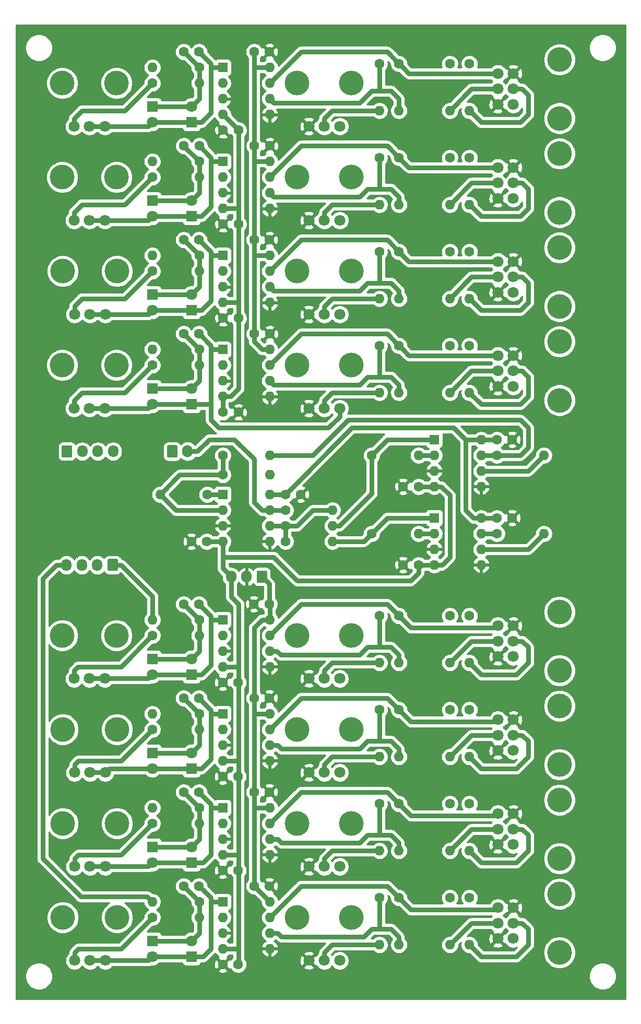
<source format=gbr>
G04 #@! TF.GenerationSoftware,KiCad,Pcbnew,(5.1.5)-3*
G04 #@! TF.CreationDate,2021-07-30T13:53:20+02:00*
G04 #@! TF.ProjectId,AnalogDrum_Mixer8,416e616c-6f67-4447-9275-6d5f4d697865,rev?*
G04 #@! TF.SameCoordinates,Original*
G04 #@! TF.FileFunction,Copper,L2,Bot*
G04 #@! TF.FilePolarity,Positive*
%FSLAX46Y46*%
G04 Gerber Fmt 4.6, Leading zero omitted, Abs format (unit mm)*
G04 Created by KiCad (PCBNEW (5.1.5)-3) date 2021-07-30 13:53:20*
%MOMM*%
%LPD*%
G04 APERTURE LIST*
%ADD10O,1.600000X1.600000*%
%ADD11R,1.600000X1.600000*%
%ADD12C,4.000000*%
%ADD13C,1.800000*%
%ADD14C,1.600000*%
%ADD15O,1.700000X1.950000*%
%ADD16C,0.100000*%
%ADD17O,1.700000X2.000000*%
%ADD18R,1.800000X1.800000*%
%ADD19C,0.800000*%
%ADD20C,0.750000*%
%ADD21C,0.254000*%
G04 APERTURE END LIST*
D10*
X85090000Y-104140000D03*
X77470000Y-111760000D03*
X85090000Y-106680000D03*
X77470000Y-109220000D03*
X85090000Y-109220000D03*
X77470000Y-106680000D03*
X85090000Y-111760000D03*
D11*
X77470000Y-104140000D03*
D12*
X98340000Y-83185000D03*
X89540000Y-83185000D03*
D13*
X96440000Y-90185000D03*
X93940000Y-90185000D03*
X91440000Y-90185000D03*
D14*
X71120000Y-167640000D03*
X73620000Y-167640000D03*
X79970000Y-180340000D03*
X77470000Y-180340000D03*
X85050000Y-167640000D03*
X82550000Y-167640000D03*
X71120000Y-152400000D03*
X73620000Y-152400000D03*
X79970000Y-165100000D03*
X77470000Y-165100000D03*
X85050000Y-152400000D03*
X82550000Y-152400000D03*
X71120000Y-137160000D03*
X73620000Y-137160000D03*
X79970000Y-149860000D03*
X77470000Y-149860000D03*
X85050000Y-137160000D03*
X82550000Y-137160000D03*
X71120000Y-121920000D03*
X73620000Y-121920000D03*
X79970000Y-134620000D03*
X77470000Y-134620000D03*
X82510000Y-121920000D03*
X85010000Y-121920000D03*
X71120000Y-78105000D03*
X73620000Y-78105000D03*
X77510000Y-90805000D03*
X80010000Y-90805000D03*
X85090000Y-78105000D03*
X82590000Y-78105000D03*
X71120000Y-62865000D03*
X73620000Y-62865000D03*
X80010000Y-75565000D03*
X77510000Y-75565000D03*
X85050000Y-62865000D03*
X82550000Y-62865000D03*
X71160000Y-47625000D03*
X73660000Y-47625000D03*
X80010000Y-60325000D03*
X77510000Y-60325000D03*
X85090000Y-47625000D03*
X82590000Y-47625000D03*
X71120000Y-32385000D03*
X73620000Y-32385000D03*
X80010000Y-45085000D03*
X77510000Y-45085000D03*
X85050000Y-32385000D03*
X82550000Y-32385000D03*
X109220000Y-102870000D03*
X106720000Y-102870000D03*
X109220000Y-115570000D03*
X106720000Y-115570000D03*
X74890000Y-111760000D03*
X72390000Y-111760000D03*
X124420000Y-95250000D03*
X121920000Y-95250000D03*
X90130000Y-104140000D03*
X87630000Y-104140000D03*
X124420000Y-107950000D03*
X121920000Y-107950000D03*
D15*
X78820000Y-117475000D03*
X81320000Y-117475000D03*
G04 #@! TA.AperFunction,ComponentPad*
D16*
G36*
X84444504Y-116501204D02*
G01*
X84468773Y-116504804D01*
X84492571Y-116510765D01*
X84515671Y-116519030D01*
X84537849Y-116529520D01*
X84558893Y-116542133D01*
X84578598Y-116556747D01*
X84596777Y-116573223D01*
X84613253Y-116591402D01*
X84627867Y-116611107D01*
X84640480Y-116632151D01*
X84650970Y-116654329D01*
X84659235Y-116677429D01*
X84665196Y-116701227D01*
X84668796Y-116725496D01*
X84670000Y-116750000D01*
X84670000Y-118200000D01*
X84668796Y-118224504D01*
X84665196Y-118248773D01*
X84659235Y-118272571D01*
X84650970Y-118295671D01*
X84640480Y-118317849D01*
X84627867Y-118338893D01*
X84613253Y-118358598D01*
X84596777Y-118376777D01*
X84578598Y-118393253D01*
X84558893Y-118407867D01*
X84537849Y-118420480D01*
X84515671Y-118430970D01*
X84492571Y-118439235D01*
X84468773Y-118445196D01*
X84444504Y-118448796D01*
X84420000Y-118450000D01*
X83220000Y-118450000D01*
X83195496Y-118448796D01*
X83171227Y-118445196D01*
X83147429Y-118439235D01*
X83124329Y-118430970D01*
X83102151Y-118420480D01*
X83081107Y-118407867D01*
X83061402Y-118393253D01*
X83043223Y-118376777D01*
X83026747Y-118358598D01*
X83012133Y-118338893D01*
X82999520Y-118317849D01*
X82989030Y-118295671D01*
X82980765Y-118272571D01*
X82974804Y-118248773D01*
X82971204Y-118224504D01*
X82970000Y-118200000D01*
X82970000Y-116750000D01*
X82971204Y-116725496D01*
X82974804Y-116701227D01*
X82980765Y-116677429D01*
X82989030Y-116654329D01*
X82999520Y-116632151D01*
X83012133Y-116611107D01*
X83026747Y-116591402D01*
X83043223Y-116573223D01*
X83061402Y-116556747D01*
X83081107Y-116542133D01*
X83102151Y-116529520D01*
X83124329Y-116519030D01*
X83147429Y-116510765D01*
X83171227Y-116504804D01*
X83195496Y-116501204D01*
X83220000Y-116500000D01*
X84420000Y-116500000D01*
X84444504Y-116501204D01*
G37*
G04 #@! TD.AperFunction*
D15*
X52110000Y-115570000D03*
X54610000Y-115570000D03*
X57110000Y-115570000D03*
G04 #@! TA.AperFunction,ComponentPad*
D16*
G36*
X60234504Y-114596204D02*
G01*
X60258773Y-114599804D01*
X60282571Y-114605765D01*
X60305671Y-114614030D01*
X60327849Y-114624520D01*
X60348893Y-114637133D01*
X60368598Y-114651747D01*
X60386777Y-114668223D01*
X60403253Y-114686402D01*
X60417867Y-114706107D01*
X60430480Y-114727151D01*
X60440970Y-114749329D01*
X60449235Y-114772429D01*
X60455196Y-114796227D01*
X60458796Y-114820496D01*
X60460000Y-114845000D01*
X60460000Y-116295000D01*
X60458796Y-116319504D01*
X60455196Y-116343773D01*
X60449235Y-116367571D01*
X60440970Y-116390671D01*
X60430480Y-116412849D01*
X60417867Y-116433893D01*
X60403253Y-116453598D01*
X60386777Y-116471777D01*
X60368598Y-116488253D01*
X60348893Y-116502867D01*
X60327849Y-116515480D01*
X60305671Y-116525970D01*
X60282571Y-116534235D01*
X60258773Y-116540196D01*
X60234504Y-116543796D01*
X60210000Y-116545000D01*
X59010000Y-116545000D01*
X58985496Y-116543796D01*
X58961227Y-116540196D01*
X58937429Y-116534235D01*
X58914329Y-116525970D01*
X58892151Y-116515480D01*
X58871107Y-116502867D01*
X58851402Y-116488253D01*
X58833223Y-116471777D01*
X58816747Y-116453598D01*
X58802133Y-116433893D01*
X58789520Y-116412849D01*
X58779030Y-116390671D01*
X58770765Y-116367571D01*
X58764804Y-116343773D01*
X58761204Y-116319504D01*
X58760000Y-116295000D01*
X58760000Y-114845000D01*
X58761204Y-114820496D01*
X58764804Y-114796227D01*
X58770765Y-114772429D01*
X58779030Y-114749329D01*
X58789520Y-114727151D01*
X58802133Y-114706107D01*
X58816747Y-114686402D01*
X58833223Y-114668223D01*
X58851402Y-114651747D01*
X58871107Y-114637133D01*
X58892151Y-114624520D01*
X58914329Y-114614030D01*
X58937429Y-114605765D01*
X58961227Y-114599804D01*
X58985496Y-114596204D01*
X59010000Y-114595000D01*
X60210000Y-114595000D01*
X60234504Y-114596204D01*
G37*
G04 #@! TD.AperFunction*
D15*
X59690000Y-97155000D03*
X57190000Y-97155000D03*
X54690000Y-97155000D03*
G04 #@! TA.AperFunction,ComponentPad*
D16*
G36*
X52814504Y-96181204D02*
G01*
X52838773Y-96184804D01*
X52862571Y-96190765D01*
X52885671Y-96199030D01*
X52907849Y-96209520D01*
X52928893Y-96222133D01*
X52948598Y-96236747D01*
X52966777Y-96253223D01*
X52983253Y-96271402D01*
X52997867Y-96291107D01*
X53010480Y-96312151D01*
X53020970Y-96334329D01*
X53029235Y-96357429D01*
X53035196Y-96381227D01*
X53038796Y-96405496D01*
X53040000Y-96430000D01*
X53040000Y-97880000D01*
X53038796Y-97904504D01*
X53035196Y-97928773D01*
X53029235Y-97952571D01*
X53020970Y-97975671D01*
X53010480Y-97997849D01*
X52997867Y-98018893D01*
X52983253Y-98038598D01*
X52966777Y-98056777D01*
X52948598Y-98073253D01*
X52928893Y-98087867D01*
X52907849Y-98100480D01*
X52885671Y-98110970D01*
X52862571Y-98119235D01*
X52838773Y-98125196D01*
X52814504Y-98128796D01*
X52790000Y-98130000D01*
X51590000Y-98130000D01*
X51565496Y-98128796D01*
X51541227Y-98125196D01*
X51517429Y-98119235D01*
X51494329Y-98110970D01*
X51472151Y-98100480D01*
X51451107Y-98087867D01*
X51431402Y-98073253D01*
X51413223Y-98056777D01*
X51396747Y-98038598D01*
X51382133Y-98018893D01*
X51369520Y-97997849D01*
X51359030Y-97975671D01*
X51350765Y-97952571D01*
X51344804Y-97928773D01*
X51341204Y-97904504D01*
X51340000Y-97880000D01*
X51340000Y-96430000D01*
X51341204Y-96405496D01*
X51344804Y-96381227D01*
X51350765Y-96357429D01*
X51359030Y-96334329D01*
X51369520Y-96312151D01*
X51382133Y-96291107D01*
X51396747Y-96271402D01*
X51413223Y-96253223D01*
X51431402Y-96236747D01*
X51451107Y-96222133D01*
X51472151Y-96209520D01*
X51494329Y-96199030D01*
X51517429Y-96190765D01*
X51541227Y-96184804D01*
X51565496Y-96181204D01*
X51590000Y-96180000D01*
X52790000Y-96180000D01*
X52814504Y-96181204D01*
G37*
G04 #@! TD.AperFunction*
D10*
X106045000Y-177165000D03*
D14*
X106045000Y-169545000D03*
D10*
X85090000Y-170180000D03*
X77470000Y-177800000D03*
X85090000Y-172720000D03*
X77470000Y-175260000D03*
X85090000Y-175260000D03*
X77470000Y-172720000D03*
X85090000Y-177800000D03*
D11*
X77470000Y-170180000D03*
D10*
X85090000Y-154940000D03*
X77470000Y-162560000D03*
X85090000Y-157480000D03*
X77470000Y-160020000D03*
X85090000Y-160020000D03*
X77470000Y-157480000D03*
X85090000Y-162560000D03*
D11*
X77470000Y-154940000D03*
D10*
X85090000Y-139700000D03*
X77470000Y-147320000D03*
X85090000Y-142240000D03*
X77470000Y-144780000D03*
X85090000Y-144780000D03*
X77470000Y-142240000D03*
X85090000Y-147320000D03*
D11*
X77470000Y-139700000D03*
D10*
X85090000Y-124460000D03*
X77470000Y-132080000D03*
X85090000Y-127000000D03*
X77470000Y-129540000D03*
X85090000Y-129540000D03*
X77470000Y-127000000D03*
X85090000Y-132080000D03*
D11*
X77470000Y-124460000D03*
D10*
X85090000Y-80645000D03*
X77470000Y-88265000D03*
X85090000Y-83185000D03*
X77470000Y-85725000D03*
X85090000Y-85725000D03*
X77470000Y-83185000D03*
X85090000Y-88265000D03*
D11*
X77470000Y-80645000D03*
D10*
X85090000Y-65405000D03*
X77470000Y-73025000D03*
X85090000Y-67945000D03*
X77470000Y-70485000D03*
X85090000Y-70485000D03*
X77470000Y-67945000D03*
X85090000Y-73025000D03*
D11*
X77470000Y-65405000D03*
D10*
X85090000Y-50165000D03*
X77470000Y-57785000D03*
X85090000Y-52705000D03*
X77470000Y-55245000D03*
X85090000Y-55245000D03*
X77470000Y-52705000D03*
X85090000Y-57785000D03*
D11*
X77470000Y-50165000D03*
D10*
X85090000Y-34925000D03*
X77470000Y-42545000D03*
X85090000Y-37465000D03*
X77470000Y-40005000D03*
X85090000Y-40005000D03*
X77470000Y-37465000D03*
X85090000Y-42545000D03*
D11*
X77470000Y-34925000D03*
D10*
X119380000Y-107950000D03*
X111760000Y-115570000D03*
X119380000Y-110490000D03*
X111760000Y-113030000D03*
X119380000Y-113030000D03*
X111760000Y-110490000D03*
X119380000Y-115570000D03*
D11*
X111760000Y-107950000D03*
D10*
X119380000Y-95250000D03*
X111760000Y-102870000D03*
X119380000Y-97790000D03*
X111760000Y-100330000D03*
X119380000Y-100330000D03*
X111760000Y-97790000D03*
X119380000Y-102870000D03*
D11*
X111760000Y-95250000D03*
D12*
X132080000Y-178410000D03*
X132080000Y-168910000D03*
D13*
X122080000Y-176160000D03*
X122080000Y-173660000D03*
X122080000Y-171160000D03*
X124580000Y-176160000D03*
X124580000Y-173660000D03*
X124580000Y-171160000D03*
D12*
X98340000Y-172720000D03*
X89540000Y-172720000D03*
D13*
X96440000Y-179720000D03*
X93940000Y-179720000D03*
X91440000Y-179720000D03*
D12*
X60320000Y-172720000D03*
X51520000Y-172720000D03*
D13*
X58420000Y-179720000D03*
X55920000Y-179720000D03*
X53420000Y-179720000D03*
D12*
X132080000Y-163170000D03*
X132080000Y-153670000D03*
D13*
X122080000Y-160920000D03*
X122080000Y-158420000D03*
X122080000Y-155920000D03*
X124580000Y-160920000D03*
X124580000Y-158420000D03*
X124580000Y-155920000D03*
D12*
X98340000Y-157480000D03*
X89540000Y-157480000D03*
D13*
X96440000Y-164480000D03*
X93940000Y-164480000D03*
X91440000Y-164480000D03*
D12*
X60320000Y-157480000D03*
X51520000Y-157480000D03*
D13*
X58420000Y-164480000D03*
X55920000Y-164480000D03*
X53420000Y-164480000D03*
D12*
X132080000Y-147930000D03*
X132080000Y-138430000D03*
D13*
X122080000Y-145680000D03*
X122080000Y-143180000D03*
X122080000Y-140680000D03*
X124580000Y-145680000D03*
X124580000Y-143180000D03*
X124580000Y-140680000D03*
D12*
X98340000Y-142240000D03*
X89540000Y-142240000D03*
D13*
X96440000Y-149240000D03*
X93940000Y-149240000D03*
X91440000Y-149240000D03*
D12*
X60320000Y-142240000D03*
X51520000Y-142240000D03*
D13*
X58420000Y-149240000D03*
X55920000Y-149240000D03*
X53420000Y-149240000D03*
D12*
X132080000Y-132690000D03*
X132080000Y-123190000D03*
D13*
X122080000Y-130440000D03*
X122080000Y-127940000D03*
X122080000Y-125440000D03*
X124580000Y-130440000D03*
X124580000Y-127940000D03*
X124580000Y-125440000D03*
D12*
X98340000Y-127000000D03*
X89540000Y-127000000D03*
D13*
X96440000Y-134000000D03*
X93940000Y-134000000D03*
X91440000Y-134000000D03*
D12*
X60240000Y-127000000D03*
X51440000Y-127000000D03*
D13*
X58340000Y-134000000D03*
X55840000Y-134000000D03*
X53340000Y-134000000D03*
D12*
X132080000Y-88875000D03*
X132080000Y-79375000D03*
D13*
X122080000Y-86625000D03*
X122080000Y-84125000D03*
X122080000Y-81625000D03*
X124580000Y-86625000D03*
X124580000Y-84125000D03*
X124580000Y-81625000D03*
D12*
X60240000Y-83185000D03*
X51440000Y-83185000D03*
D13*
X58340000Y-90185000D03*
X55840000Y-90185000D03*
X53340000Y-90185000D03*
D12*
X132080000Y-73635000D03*
X132080000Y-64135000D03*
D13*
X122080000Y-71385000D03*
X122080000Y-68885000D03*
X122080000Y-66385000D03*
X124580000Y-71385000D03*
X124580000Y-68885000D03*
X124580000Y-66385000D03*
D12*
X98340000Y-67945000D03*
X89540000Y-67945000D03*
D13*
X96440000Y-74945000D03*
X93940000Y-74945000D03*
X91440000Y-74945000D03*
D12*
X60320000Y-67945000D03*
X51520000Y-67945000D03*
D13*
X58420000Y-74945000D03*
X55920000Y-74945000D03*
X53420000Y-74945000D03*
D12*
X132080000Y-58395000D03*
X132080000Y-48895000D03*
D13*
X122080000Y-56145000D03*
X122080000Y-53645000D03*
X122080000Y-51145000D03*
X124580000Y-56145000D03*
X124580000Y-53645000D03*
X124580000Y-51145000D03*
D12*
X98340000Y-52705000D03*
X89540000Y-52705000D03*
D13*
X96440000Y-59705000D03*
X93940000Y-59705000D03*
X91440000Y-59705000D03*
D12*
X60240000Y-52705000D03*
X51440000Y-52705000D03*
D13*
X58340000Y-59705000D03*
X55840000Y-59705000D03*
X53340000Y-59705000D03*
D12*
X132080000Y-43155000D03*
X132080000Y-33655000D03*
D13*
X122080000Y-40905000D03*
X122080000Y-38405000D03*
X122080000Y-35905000D03*
X124580000Y-40905000D03*
X124580000Y-38405000D03*
X124580000Y-35905000D03*
D12*
X98340000Y-37465000D03*
X89540000Y-37465000D03*
D13*
X96440000Y-44465000D03*
X93940000Y-44465000D03*
X91440000Y-44465000D03*
D12*
X60240000Y-37465000D03*
X51440000Y-37465000D03*
D13*
X58340000Y-44465000D03*
X55840000Y-44465000D03*
X53340000Y-44465000D03*
D10*
X102870000Y-177165000D03*
D14*
X102870000Y-169545000D03*
D10*
X66040000Y-170180000D03*
D14*
X73660000Y-170180000D03*
D10*
X73660000Y-172720000D03*
D14*
X66040000Y-172720000D03*
D10*
X102870000Y-161925000D03*
D14*
X102870000Y-154305000D03*
D10*
X106045000Y-161925000D03*
D14*
X106045000Y-154305000D03*
D10*
X66040000Y-154940000D03*
D14*
X73660000Y-154940000D03*
D10*
X73660000Y-157480000D03*
D14*
X66040000Y-157480000D03*
D10*
X102870000Y-146685000D03*
D14*
X102870000Y-139065000D03*
D10*
X106045000Y-146685000D03*
D14*
X106045000Y-139065000D03*
D10*
X66040000Y-139700000D03*
D14*
X73660000Y-139700000D03*
D10*
X73660000Y-142240000D03*
D14*
X66040000Y-142240000D03*
D10*
X102870000Y-131445000D03*
D14*
X102870000Y-123825000D03*
D10*
X106045000Y-131445000D03*
D14*
X106045000Y-123825000D03*
D10*
X66040000Y-124460000D03*
D14*
X73660000Y-124460000D03*
D10*
X73660000Y-127000000D03*
D14*
X66040000Y-127000000D03*
D10*
X102870000Y-87630000D03*
D14*
X102870000Y-80010000D03*
D10*
X106045000Y-87630000D03*
D14*
X106045000Y-80010000D03*
D10*
X66040000Y-80645000D03*
D14*
X73660000Y-80645000D03*
D10*
X73660000Y-83185000D03*
D14*
X66040000Y-83185000D03*
D10*
X102870000Y-72390000D03*
D14*
X102870000Y-64770000D03*
D10*
X106045000Y-72390000D03*
D14*
X106045000Y-64770000D03*
D10*
X66040000Y-65405000D03*
D14*
X73660000Y-65405000D03*
D10*
X73660000Y-67945000D03*
D14*
X66040000Y-67945000D03*
D10*
X102870000Y-57150000D03*
D14*
X102870000Y-49530000D03*
D10*
X106045000Y-57150000D03*
D14*
X106045000Y-49530000D03*
D10*
X66040000Y-50165000D03*
D14*
X73660000Y-50165000D03*
D10*
X73660000Y-52705000D03*
D14*
X66040000Y-52705000D03*
D10*
X102870000Y-41910000D03*
D14*
X102870000Y-34290000D03*
D10*
X106045000Y-41910000D03*
D14*
X106045000Y-34290000D03*
D10*
X66040000Y-34925000D03*
D14*
X73660000Y-34925000D03*
D10*
X73660000Y-37465000D03*
D14*
X66040000Y-37465000D03*
D10*
X114300000Y-177165000D03*
D14*
X114300000Y-169545000D03*
D10*
X95250000Y-111760000D03*
D14*
X87630000Y-111760000D03*
D10*
X117475000Y-177165000D03*
D14*
X117475000Y-169545000D03*
D10*
X95250000Y-106680000D03*
D14*
X87630000Y-106680000D03*
D10*
X109220000Y-110490000D03*
D14*
X101600000Y-110490000D03*
D10*
X114300000Y-161925000D03*
D14*
X114300000Y-154305000D03*
D10*
X117475000Y-161925000D03*
D14*
X117475000Y-154305000D03*
D10*
X114300000Y-146685000D03*
D14*
X114300000Y-139065000D03*
D10*
X117475000Y-146685000D03*
D14*
X117475000Y-139065000D03*
D10*
X85090000Y-100965000D03*
D14*
X77470000Y-100965000D03*
D10*
X114300000Y-131445000D03*
D14*
X114300000Y-123825000D03*
D10*
X129540000Y-110490000D03*
D14*
X121920000Y-110490000D03*
D10*
X117475000Y-131445000D03*
D14*
X117475000Y-123825000D03*
D10*
X114300000Y-87630000D03*
D14*
X114300000Y-80010000D03*
D10*
X95250000Y-109220000D03*
D14*
X87630000Y-109220000D03*
D10*
X117475000Y-87630000D03*
D14*
X117475000Y-80010000D03*
D10*
X109220000Y-97790000D03*
D14*
X101600000Y-97790000D03*
D10*
X114300000Y-72390000D03*
D14*
X114300000Y-64770000D03*
D10*
X117475000Y-72390000D03*
D14*
X117475000Y-64770000D03*
D10*
X114300000Y-57150000D03*
D14*
X114300000Y-49530000D03*
D10*
X117475000Y-57150000D03*
D14*
X117475000Y-49530000D03*
D10*
X85090000Y-97790000D03*
D14*
X77470000Y-97790000D03*
D10*
X114300000Y-41910000D03*
D14*
X114300000Y-34290000D03*
D10*
X67310000Y-104140000D03*
D14*
X74930000Y-104140000D03*
D10*
X129540000Y-97790000D03*
D14*
X121920000Y-97790000D03*
D10*
X117475000Y-41910000D03*
D14*
X117475000Y-34290000D03*
D17*
X71755000Y-97155000D03*
G04 #@! TA.AperFunction,ComponentPad*
D16*
G36*
X69879504Y-96156204D02*
G01*
X69903773Y-96159804D01*
X69927571Y-96165765D01*
X69950671Y-96174030D01*
X69972849Y-96184520D01*
X69993893Y-96197133D01*
X70013598Y-96211747D01*
X70031777Y-96228223D01*
X70048253Y-96246402D01*
X70062867Y-96266107D01*
X70075480Y-96287151D01*
X70085970Y-96309329D01*
X70094235Y-96332429D01*
X70100196Y-96356227D01*
X70103796Y-96380496D01*
X70105000Y-96405000D01*
X70105000Y-97905000D01*
X70103796Y-97929504D01*
X70100196Y-97953773D01*
X70094235Y-97977571D01*
X70085970Y-98000671D01*
X70075480Y-98022849D01*
X70062867Y-98043893D01*
X70048253Y-98063598D01*
X70031777Y-98081777D01*
X70013598Y-98098253D01*
X69993893Y-98112867D01*
X69972849Y-98125480D01*
X69950671Y-98135970D01*
X69927571Y-98144235D01*
X69903773Y-98150196D01*
X69879504Y-98153796D01*
X69855000Y-98155000D01*
X68655000Y-98155000D01*
X68630496Y-98153796D01*
X68606227Y-98150196D01*
X68582429Y-98144235D01*
X68559329Y-98135970D01*
X68537151Y-98125480D01*
X68516107Y-98112867D01*
X68496402Y-98098253D01*
X68478223Y-98081777D01*
X68461747Y-98063598D01*
X68447133Y-98043893D01*
X68434520Y-98022849D01*
X68424030Y-98000671D01*
X68415765Y-97977571D01*
X68409804Y-97953773D01*
X68406204Y-97929504D01*
X68405000Y-97905000D01*
X68405000Y-96405000D01*
X68406204Y-96380496D01*
X68409804Y-96356227D01*
X68415765Y-96332429D01*
X68424030Y-96309329D01*
X68434520Y-96287151D01*
X68447133Y-96266107D01*
X68461747Y-96246402D01*
X68478223Y-96228223D01*
X68496402Y-96211747D01*
X68516107Y-96197133D01*
X68537151Y-96184520D01*
X68559329Y-96174030D01*
X68582429Y-96165765D01*
X68606227Y-96159804D01*
X68630496Y-96156204D01*
X68655000Y-96155000D01*
X69855000Y-96155000D01*
X69879504Y-96156204D01*
G37*
G04 #@! TD.AperFunction*
D13*
X72390000Y-176530000D03*
D18*
X72390000Y-179070000D03*
D13*
X66040000Y-179070000D03*
D18*
X66040000Y-176530000D03*
D13*
X72390000Y-161290000D03*
D18*
X72390000Y-163830000D03*
D13*
X66040000Y-163830000D03*
D18*
X66040000Y-161290000D03*
D13*
X72390000Y-146050000D03*
D18*
X72390000Y-148590000D03*
D13*
X66040000Y-148590000D03*
D18*
X66040000Y-146050000D03*
D13*
X72390000Y-130810000D03*
D18*
X72390000Y-133350000D03*
D13*
X66040000Y-133350000D03*
D18*
X66040000Y-130810000D03*
D13*
X72390000Y-86995000D03*
D18*
X72390000Y-89535000D03*
D13*
X66040000Y-89535000D03*
D18*
X66040000Y-86995000D03*
D13*
X72390000Y-71755000D03*
D18*
X72390000Y-74295000D03*
D13*
X66040000Y-74295000D03*
D18*
X66040000Y-71755000D03*
D13*
X72390000Y-56515000D03*
D18*
X72390000Y-59055000D03*
D13*
X66040000Y-59055000D03*
D18*
X66040000Y-56515000D03*
D13*
X72390000Y-41275000D03*
D18*
X72390000Y-43815000D03*
D13*
X66040000Y-43815000D03*
D18*
X66040000Y-41275000D03*
D19*
X44450000Y-28575000D03*
X69850000Y-28575000D03*
X95250000Y-28575000D03*
X120650000Y-28575000D03*
X142240000Y-28575000D03*
X44450000Y-185420000D03*
X69850000Y-185420000D03*
X95250000Y-185420000D03*
X120650000Y-185420000D03*
X142240000Y-185420000D03*
X44450000Y-53975000D03*
X44450000Y-79375000D03*
X44450000Y-104775000D03*
X44450000Y-130175000D03*
X44450000Y-155575000D03*
X142240000Y-53975000D03*
X142240000Y-79375000D03*
X142240000Y-104775000D03*
X142240000Y-130175000D03*
X142240000Y-155575000D03*
D20*
X85090000Y-78185000D02*
X85010000Y-78105000D01*
X85090000Y-152480000D02*
X85010000Y-152400000D01*
X85010000Y-34845000D02*
X85090000Y-34925000D01*
X85010000Y-65325000D02*
X85090000Y-65405000D01*
X85090000Y-65405000D02*
X82550000Y-65405000D01*
X83958630Y-50165000D02*
X82550000Y-50165000D01*
X85090000Y-50165000D02*
X83958630Y-50165000D01*
X82550000Y-50165000D02*
X82550000Y-65405000D01*
X85090000Y-122000000D02*
X85010000Y-121920000D01*
X85090000Y-124460000D02*
X85090000Y-122000000D01*
X83820000Y-124460000D02*
X85090000Y-124460000D01*
X82550000Y-125730000D02*
X83820000Y-124460000D01*
X85090000Y-139700000D02*
X82550000Y-139700000D01*
X82550000Y-139700000D02*
X82550000Y-125730000D01*
X82550000Y-166311370D02*
X82550000Y-154940000D01*
X85090000Y-154940000D02*
X82550000Y-154940000D01*
X82550000Y-154940000D02*
X82550000Y-139700000D01*
X82590000Y-50125000D02*
X82590000Y-47625000D01*
X82550000Y-50165000D02*
X82590000Y-50125000D01*
X82590000Y-36373630D02*
X82590000Y-47625000D01*
X82550000Y-36333630D02*
X82590000Y-36373630D01*
X85090000Y-34925000D02*
X82550000Y-34925000D01*
X82550000Y-36333630D02*
X82550000Y-34925000D01*
X82550000Y-34925000D02*
X82550000Y-32385000D01*
X82550000Y-166311370D02*
X82550000Y-167640000D01*
X82550000Y-167640000D02*
X85090000Y-170180000D01*
X85090000Y-104140000D02*
X87630000Y-104140000D01*
X82550000Y-65405000D02*
X82550000Y-79375000D01*
X82550000Y-79375000D02*
X83820000Y-80645000D01*
X83820000Y-80645000D02*
X85090000Y-80645000D01*
X119340000Y-95210000D02*
X119380000Y-95250000D01*
X121920000Y-95250000D02*
X119380000Y-95250000D01*
X116840000Y-96658630D02*
X116840000Y-106680000D01*
X118110000Y-107950000D02*
X119380000Y-107950000D01*
X116840000Y-106680000D02*
X118110000Y-107950000D01*
X119380000Y-95250000D02*
X118248630Y-95250000D01*
X119380000Y-107950000D02*
X121920000Y-107950000D01*
X116840000Y-96658630D02*
X116840000Y-95250000D01*
X116840000Y-95250000D02*
X114935000Y-93345000D01*
X98425000Y-93345000D02*
X87630000Y-104140000D01*
X114935000Y-93345000D02*
X98425000Y-93345000D01*
X118248630Y-95250000D02*
X116840000Y-95250000D01*
X85010000Y-118665000D02*
X83820000Y-117475000D01*
X85010000Y-121920000D02*
X85010000Y-118665000D01*
X80010000Y-86995000D02*
X78740000Y-88265000D01*
X78740000Y-88265000D02*
X77470000Y-88265000D01*
X77470000Y-90765000D02*
X77510000Y-90805000D01*
X77470000Y-88265000D02*
X77470000Y-90765000D01*
X77470000Y-57785000D02*
X80010000Y-57785000D01*
X80010000Y-46533630D02*
X80010000Y-57785000D01*
X77470000Y-73025000D02*
X80010000Y-73025000D01*
X80010000Y-57785000D02*
X80010000Y-73025000D01*
X80010000Y-73025000D02*
X80010000Y-86995000D01*
X77510000Y-177840000D02*
X77470000Y-177800000D01*
X80010000Y-132080000D02*
X77470000Y-132080000D01*
X77470000Y-147320000D02*
X80010000Y-147320000D01*
X80010000Y-147320000D02*
X80010000Y-132080000D01*
X77470000Y-162560000D02*
X80010000Y-162560000D01*
X80010000Y-176391370D02*
X80010000Y-162560000D01*
X80010000Y-162560000D02*
X80010000Y-147320000D01*
X77470000Y-42545000D02*
X80010000Y-45085000D01*
X80010000Y-45085000D02*
X80010000Y-46533630D01*
X79970000Y-180340000D02*
X80010000Y-180340000D01*
X77470000Y-177800000D02*
X80010000Y-177800000D01*
X80010000Y-180340000D02*
X80010000Y-177800000D01*
X80010000Y-177800000D02*
X80010000Y-176391370D01*
X74890000Y-111760000D02*
X77470000Y-111760000D01*
X77470000Y-116125000D02*
X78820000Y-117475000D01*
X78820000Y-117475000D02*
X78820000Y-118450000D01*
X77470000Y-111760000D02*
X77470000Y-114300000D01*
X77470000Y-114300000D02*
X77470000Y-116125000D01*
X109220000Y-116840000D02*
X109220000Y-115570000D01*
X107950000Y-118110000D02*
X109220000Y-116840000D01*
X89535000Y-118110000D02*
X107950000Y-118110000D01*
X77470000Y-114300000D02*
X85725000Y-114300000D01*
X85725000Y-114300000D02*
X89535000Y-118110000D01*
X109220000Y-115570000D02*
X111760000Y-115570000D01*
X111760000Y-102870000D02*
X109220000Y-102870000D01*
X112891370Y-102870000D02*
X114300000Y-104278630D01*
X111760000Y-102870000D02*
X112891370Y-102870000D01*
X114300000Y-104278630D02*
X114300000Y-114300000D01*
X114300000Y-114300000D02*
X113030000Y-115570000D01*
X113030000Y-115570000D02*
X111760000Y-115570000D01*
X78820000Y-117475000D02*
X78820000Y-120730000D01*
X80010000Y-121920000D02*
X80010000Y-132080000D01*
X78820000Y-120730000D02*
X80010000Y-121920000D01*
X66040000Y-41275000D02*
X72390000Y-41275000D01*
X72390000Y-41275000D02*
X73660000Y-40005000D01*
X73660000Y-40005000D02*
X73660000Y-37465000D01*
X71120000Y-32385000D02*
X73660000Y-34925000D01*
X73660000Y-34925000D02*
X73660000Y-37465000D01*
X55840000Y-44465000D02*
X58340000Y-44465000D01*
X65390000Y-44465000D02*
X66040000Y-43815000D01*
X58340000Y-44465000D02*
X65390000Y-44465000D01*
X66040000Y-43815000D02*
X72390000Y-43815000D01*
X74040000Y-43815000D02*
X72390000Y-43815000D01*
X73620000Y-32385000D02*
X74419999Y-33184999D01*
X74459999Y-33184999D02*
X75565000Y-34290000D01*
X74419999Y-33184999D02*
X74459999Y-33184999D01*
X75565000Y-42290000D02*
X74040000Y-43815000D01*
X75920000Y-34925000D02*
X75565000Y-34925000D01*
X75565000Y-34290000D02*
X75565000Y-34925000D01*
X77470000Y-34925000D02*
X75920000Y-34925000D01*
X75565000Y-34925000D02*
X75565000Y-42290000D01*
X71160000Y-47665000D02*
X73660000Y-50165000D01*
X71160000Y-47625000D02*
X71160000Y-47665000D01*
X73660000Y-50165000D02*
X73660000Y-52705000D01*
X66040000Y-56515000D02*
X72390000Y-56515000D01*
X73660000Y-55245000D02*
X73660000Y-52705000D01*
X72390000Y-56515000D02*
X73660000Y-55245000D01*
X66040000Y-59055000D02*
X72390000Y-59055000D01*
X55840000Y-59705000D02*
X58340000Y-59705000D01*
X65390000Y-59705000D02*
X66040000Y-59055000D01*
X58340000Y-59705000D02*
X65390000Y-59705000D01*
X75565000Y-57530000D02*
X74040000Y-59055000D01*
X74040000Y-59055000D02*
X72390000Y-59055000D01*
X77470000Y-50165000D02*
X75920000Y-50165000D01*
X75920000Y-50165000D02*
X75565000Y-50165000D01*
X75565000Y-50165000D02*
X75565000Y-57530000D01*
X75565000Y-49530000D02*
X75565000Y-50165000D01*
X73660000Y-47625000D02*
X75565000Y-49530000D01*
X66040000Y-71755000D02*
X72390000Y-71755000D01*
X73660000Y-70485000D02*
X73660000Y-67945000D01*
X72390000Y-71755000D02*
X73660000Y-70485000D01*
X71120000Y-62865000D02*
X73660000Y-65405000D01*
X73660000Y-65405000D02*
X73660000Y-67945000D01*
X74040000Y-74295000D02*
X75565000Y-72770000D01*
X72390000Y-74295000D02*
X74040000Y-74295000D01*
X75565000Y-64810000D02*
X73620000Y-62865000D01*
X75920000Y-65405000D02*
X75565000Y-65405000D01*
X77470000Y-65405000D02*
X75920000Y-65405000D01*
X75565000Y-72770000D02*
X75565000Y-65405000D01*
X75565000Y-65405000D02*
X75565000Y-64810000D01*
X66040000Y-74295000D02*
X72390000Y-74295000D01*
X55920000Y-74945000D02*
X58420000Y-74945000D01*
X65390000Y-74945000D02*
X66040000Y-74295000D01*
X58420000Y-74945000D02*
X65390000Y-74945000D01*
X66040000Y-86995000D02*
X72390000Y-86995000D01*
X72390000Y-86995000D02*
X73660000Y-85725000D01*
X73660000Y-85725000D02*
X73660000Y-83185000D01*
X73660000Y-83185000D02*
X73660000Y-80645000D01*
X71120000Y-78105000D02*
X73660000Y-80645000D01*
X73620000Y-78105000D02*
X73660000Y-78105000D01*
X73660000Y-78105000D02*
X75565000Y-80010000D01*
X55840000Y-90185000D02*
X58340000Y-90185000D01*
X65390000Y-90185000D02*
X66040000Y-89535000D01*
X58340000Y-90185000D02*
X65390000Y-90185000D01*
X66040000Y-89535000D02*
X72390000Y-89535000D01*
X75920000Y-80645000D02*
X75565000Y-80645000D01*
X75565000Y-80010000D02*
X75565000Y-80645000D01*
X77470000Y-80645000D02*
X75920000Y-80645000D01*
X96440000Y-90185000D02*
X96440000Y-90725000D01*
X73660000Y-89535000D02*
X72390000Y-89535000D01*
X75565000Y-80645000D02*
X75565000Y-89535000D01*
X75565000Y-89535000D02*
X73660000Y-89535000D01*
X96440000Y-91520000D02*
X96440000Y-90185000D01*
X94615000Y-93345000D02*
X96440000Y-91520000D01*
X75565000Y-89535000D02*
X75565000Y-92075000D01*
X76835000Y-93345000D02*
X94615000Y-93345000D01*
X75565000Y-92075000D02*
X76835000Y-93345000D01*
X71120000Y-121920000D02*
X73660000Y-124460000D01*
X73660000Y-124460000D02*
X73660000Y-127000000D01*
X66040000Y-130810000D02*
X72390000Y-130810000D01*
X73660000Y-129540000D02*
X73660000Y-127000000D01*
X72390000Y-130810000D02*
X73660000Y-129540000D01*
X55840000Y-134000000D02*
X58340000Y-134000000D01*
X65390000Y-134000000D02*
X66040000Y-133350000D01*
X58340000Y-134000000D02*
X65390000Y-134000000D01*
X66040000Y-133350000D02*
X72390000Y-133350000D01*
X74040000Y-133350000D02*
X75565000Y-131825000D01*
X72390000Y-133350000D02*
X74040000Y-133350000D01*
X75565000Y-123865000D02*
X73620000Y-121920000D01*
X75920000Y-124460000D02*
X75565000Y-124460000D01*
X77470000Y-124460000D02*
X75920000Y-124460000D01*
X75565000Y-131825000D02*
X75565000Y-124460000D01*
X75565000Y-124460000D02*
X75565000Y-123865000D01*
X71120000Y-137160000D02*
X73660000Y-139700000D01*
X73660000Y-139700000D02*
X73660000Y-142240000D01*
X66040000Y-146050000D02*
X72390000Y-146050000D01*
X72390000Y-146050000D02*
X73660000Y-144780000D01*
X73660000Y-144780000D02*
X73660000Y-142240000D01*
X66040000Y-148590000D02*
X72390000Y-148590000D01*
X74040000Y-148590000D02*
X75565000Y-147065000D01*
X72390000Y-148590000D02*
X74040000Y-148590000D01*
X75565000Y-147065000D02*
X75565000Y-141605000D01*
X59070000Y-148590000D02*
X58420000Y-149240000D01*
X66040000Y-148590000D02*
X59070000Y-148590000D01*
X55920000Y-149240000D02*
X58420000Y-149240000D01*
X73620000Y-137160000D02*
X75565000Y-139105000D01*
X75920000Y-139700000D02*
X75565000Y-139700000D01*
X77470000Y-139700000D02*
X75920000Y-139700000D01*
X75565000Y-139105000D02*
X75565000Y-139700000D01*
X75565000Y-139700000D02*
X75565000Y-141605000D01*
X66040000Y-161290000D02*
X72390000Y-161290000D01*
X73660000Y-160020000D02*
X73660000Y-157480000D01*
X72390000Y-161290000D02*
X73660000Y-160020000D01*
X73660000Y-154940000D02*
X73660000Y-157480000D01*
X71120000Y-152400000D02*
X73660000Y-154940000D01*
X55920000Y-164480000D02*
X58420000Y-164480000D01*
X65390000Y-164480000D02*
X66040000Y-163830000D01*
X58420000Y-164480000D02*
X65390000Y-164480000D01*
X66040000Y-163830000D02*
X72390000Y-163830000D01*
X73620000Y-152400000D02*
X75565000Y-154345000D01*
X74295000Y-163830000D02*
X72390000Y-163830000D01*
X75565000Y-162560000D02*
X74295000Y-163830000D01*
X77470000Y-154940000D02*
X75920000Y-154940000D01*
X75920000Y-154940000D02*
X75565000Y-154940000D01*
X75565000Y-154345000D02*
X75565000Y-154940000D01*
X75565000Y-154940000D02*
X75565000Y-162560000D01*
X71120000Y-167640000D02*
X73660000Y-170180000D01*
X66040000Y-176530000D02*
X72390000Y-176530000D01*
X73660000Y-175260000D02*
X73660000Y-172720000D01*
X72390000Y-176530000D02*
X73660000Y-175260000D01*
X73660000Y-170180000D02*
X73660000Y-172720000D01*
X74419999Y-168439999D02*
X74459999Y-168439999D01*
X73620000Y-167640000D02*
X74419999Y-168439999D01*
X74459999Y-168439999D02*
X75565000Y-169545000D01*
X74295000Y-179070000D02*
X72390000Y-179070000D01*
X75565000Y-177800000D02*
X74295000Y-179070000D01*
X75920000Y-170180000D02*
X75565000Y-170180000D01*
X77470000Y-170180000D02*
X75920000Y-170180000D01*
X75565000Y-169545000D02*
X75565000Y-170180000D01*
X75565000Y-170180000D02*
X75565000Y-177800000D01*
X55920000Y-179720000D02*
X58420000Y-179720000D01*
X65390000Y-179720000D02*
X66040000Y-179070000D01*
X58420000Y-179720000D02*
X65390000Y-179720000D01*
X66040000Y-179070000D02*
X72390000Y-179070000D01*
X119380000Y-43815000D02*
X118110000Y-42545000D01*
X118110000Y-42545000D02*
X117475000Y-41910000D01*
X127000000Y-39370000D02*
X127000000Y-42545000D01*
X126035000Y-38405000D02*
X127000000Y-39370000D01*
X124580000Y-38405000D02*
X126035000Y-38405000D01*
X127000000Y-42545000D02*
X125730000Y-43815000D01*
X125730000Y-43815000D02*
X119380000Y-43815000D01*
X117805000Y-38405000D02*
X114300000Y-41910000D01*
X122080000Y-38405000D02*
X117805000Y-38405000D01*
X118110000Y-57785000D02*
X117475000Y-57150000D01*
X119380000Y-59055000D02*
X118110000Y-57785000D01*
X124580000Y-53645000D02*
X126035000Y-53645000D01*
X126035000Y-53645000D02*
X127000000Y-54610000D01*
X127000000Y-54610000D02*
X127000000Y-57785000D01*
X125730000Y-59055000D02*
X119380000Y-59055000D01*
X127000000Y-57785000D02*
X125730000Y-59055000D01*
X117805000Y-53645000D02*
X114300000Y-57150000D01*
X122080000Y-53645000D02*
X117805000Y-53645000D01*
X118110000Y-73025000D02*
X117475000Y-72390000D01*
X126035000Y-68885000D02*
X127000000Y-69850000D01*
X119380000Y-74295000D02*
X118110000Y-73025000D01*
X127000000Y-69850000D02*
X127000000Y-73025000D01*
X127000000Y-73025000D02*
X125730000Y-74295000D01*
X124580000Y-68885000D02*
X126035000Y-68885000D01*
X125730000Y-74295000D02*
X119380000Y-74295000D01*
X117805000Y-68885000D02*
X114300000Y-72390000D01*
X122080000Y-68885000D02*
X117805000Y-68885000D01*
X119380000Y-89535000D02*
X117475000Y-87630000D01*
X126035000Y-84125000D02*
X127000000Y-85090000D01*
X124580000Y-84125000D02*
X126035000Y-84125000D01*
X127000000Y-85090000D02*
X127000000Y-88265000D01*
X127000000Y-88265000D02*
X125730000Y-89535000D01*
X125730000Y-89535000D02*
X119380000Y-89535000D01*
X117805000Y-84125000D02*
X114300000Y-87630000D01*
X122080000Y-84125000D02*
X117805000Y-84125000D01*
X118110000Y-132080000D02*
X117475000Y-131445000D01*
X119380000Y-133350000D02*
X118110000Y-132080000D01*
X124580000Y-127940000D02*
X126035000Y-127940000D01*
X127000000Y-128905000D02*
X127000000Y-131445000D01*
X126035000Y-127940000D02*
X127000000Y-128905000D01*
X125095000Y-133350000D02*
X119380000Y-133350000D01*
X127000000Y-131445000D02*
X125095000Y-133350000D01*
X117805000Y-127940000D02*
X122080000Y-127940000D01*
X114300000Y-131445000D02*
X117805000Y-127940000D01*
X119380000Y-148590000D02*
X118110000Y-147320000D01*
X126035000Y-143180000D02*
X127000000Y-144145000D01*
X124580000Y-143180000D02*
X126035000Y-143180000D01*
X118110000Y-147320000D02*
X117475000Y-146685000D01*
X127000000Y-144145000D02*
X127000000Y-146685000D01*
X127000000Y-146685000D02*
X125095000Y-148590000D01*
X125095000Y-148590000D02*
X119380000Y-148590000D01*
X117805000Y-143180000D02*
X114300000Y-146685000D01*
X122080000Y-143180000D02*
X117805000Y-143180000D01*
X118110000Y-162560000D02*
X117475000Y-161925000D01*
X119380000Y-163830000D02*
X118110000Y-162560000D01*
X126035000Y-158420000D02*
X127000000Y-159385000D01*
X125095000Y-163830000D02*
X119380000Y-163830000D01*
X124580000Y-158420000D02*
X126035000Y-158420000D01*
X127000000Y-159385000D02*
X127000000Y-161925000D01*
X127000000Y-161925000D02*
X125095000Y-163830000D01*
X117805000Y-158420000D02*
X114300000Y-161925000D01*
X122080000Y-158420000D02*
X117805000Y-158420000D01*
X118110000Y-177800000D02*
X117475000Y-177165000D01*
X126035000Y-173660000D02*
X127000000Y-174625000D01*
X127000000Y-177165000D02*
X125095000Y-179070000D01*
X124580000Y-173660000D02*
X126035000Y-173660000D01*
X127000000Y-174625000D02*
X127000000Y-177165000D01*
X119380000Y-179070000D02*
X118110000Y-177800000D01*
X125095000Y-179070000D02*
X119380000Y-179070000D01*
X117805000Y-173660000D02*
X114300000Y-177165000D01*
X122080000Y-173660000D02*
X117805000Y-173660000D01*
X85090000Y-106680000D02*
X87630000Y-106680000D01*
X73355000Y-97155000D02*
X75260000Y-95250000D01*
X71755000Y-97155000D02*
X73355000Y-97155000D01*
X75260000Y-95250000D02*
X79375000Y-95250000D01*
X79375000Y-95250000D02*
X82550000Y-98425000D01*
X82550000Y-98425000D02*
X82550000Y-105410000D01*
X82550000Y-105410000D02*
X83820000Y-106680000D01*
X83820000Y-106680000D02*
X85090000Y-106680000D01*
X74930000Y-104140000D02*
X77470000Y-104140000D01*
X65240001Y-169380001D02*
X66040000Y-170180000D01*
X52110000Y-115570000D02*
X50510000Y-115570000D01*
X54445001Y-169380001D02*
X65240001Y-169380001D01*
X50510000Y-115570000D02*
X48260000Y-117820000D01*
X48260000Y-117820000D02*
X48260000Y-163195000D01*
X48260000Y-163195000D02*
X54445001Y-169380001D01*
X59610000Y-115570000D02*
X60960000Y-115570000D01*
X60960000Y-115570000D02*
X66040000Y-120650000D01*
X66040000Y-120650000D02*
X66040000Y-124460000D01*
X127000000Y-100330000D02*
X129540000Y-97790000D01*
X119380000Y-100330000D02*
X127000000Y-100330000D01*
X121920000Y-97790000D02*
X119380000Y-97790000D01*
X127000000Y-96520000D02*
X125730000Y-97790000D01*
X125730000Y-97790000D02*
X121920000Y-97790000D01*
X125730000Y-92075000D02*
X127000000Y-93345000D01*
X127000000Y-93345000D02*
X127000000Y-96520000D01*
X85090000Y-97790000D02*
X92075000Y-97790000D01*
X92075000Y-97790000D02*
X97790000Y-92075000D01*
X97790000Y-92075000D02*
X125730000Y-92075000D01*
X77470000Y-97790000D02*
X77470000Y-100965000D01*
X69850000Y-106680000D02*
X67310000Y-104140000D01*
X77470000Y-106680000D02*
X69850000Y-106680000D01*
X70485000Y-100965000D02*
X67310000Y-104140000D01*
X77470000Y-100965000D02*
X70485000Y-100965000D01*
X111760000Y-97790000D02*
X109220000Y-97790000D01*
X101600000Y-98921370D02*
X101600000Y-97790000D01*
X101600000Y-104001370D02*
X101600000Y-98921370D01*
X96381370Y-109220000D02*
X101600000Y-104001370D01*
X95250000Y-109220000D02*
X96381370Y-109220000D01*
X104140000Y-95250000D02*
X101600000Y-97790000D01*
X111760000Y-95250000D02*
X104140000Y-95250000D01*
X85090000Y-109220000D02*
X87630000Y-109220000D01*
X87630000Y-109220000D02*
X87630000Y-111760000D01*
X87630000Y-109220000D02*
X89535000Y-109220000D01*
X92075000Y-106680000D02*
X95250000Y-106680000D01*
X89535000Y-109220000D02*
X92075000Y-106680000D01*
X127000000Y-113030000D02*
X129540000Y-110490000D01*
X119380000Y-113030000D02*
X127000000Y-113030000D01*
X121920000Y-110490000D02*
X119380000Y-110490000D01*
X109220000Y-110490000D02*
X111760000Y-110490000D01*
X100330000Y-111760000D02*
X101600000Y-110490000D01*
X95250000Y-111760000D02*
X100330000Y-111760000D01*
X104140000Y-107950000D02*
X101600000Y-110490000D01*
X111760000Y-107950000D02*
X104140000Y-107950000D01*
X53340000Y-43192208D02*
X54622208Y-41910000D01*
X53340000Y-44465000D02*
X53340000Y-43192208D01*
X61595000Y-41910000D02*
X66040000Y-37465000D01*
X54622208Y-41910000D02*
X61595000Y-41910000D01*
X106045000Y-40005000D02*
X106045000Y-41910000D01*
X85725000Y-40640000D02*
X99695000Y-40640000D01*
X99695000Y-40640000D02*
X101600000Y-38735000D01*
X85090000Y-40005000D02*
X85725000Y-40640000D01*
X104775000Y-38735000D02*
X106045000Y-40005000D01*
X102870000Y-34290000D02*
X102870000Y-38735000D01*
X101600000Y-38735000D02*
X102870000Y-38735000D01*
X102870000Y-38735000D02*
X104775000Y-38735000D01*
X90170000Y-32385000D02*
X104140000Y-32385000D01*
X85090000Y-37465000D02*
X90170000Y-32385000D01*
X104140000Y-32385000D02*
X106045000Y-34290000D01*
X106680000Y-34925000D02*
X106045000Y-34290000D01*
X122080000Y-35905000D02*
X107660000Y-35905000D01*
X107660000Y-35905000D02*
X106680000Y-34925000D01*
X95222208Y-41910000D02*
X101738630Y-41910000D01*
X93940000Y-43192208D02*
X95222208Y-41910000D01*
X101738630Y-41910000D02*
X102870000Y-41910000D01*
X93940000Y-44465000D02*
X93940000Y-43192208D01*
X53340000Y-58432208D02*
X54610000Y-57162208D01*
X53340000Y-59705000D02*
X53340000Y-58432208D01*
X61582792Y-57162208D02*
X66040000Y-52705000D01*
X54610000Y-57162208D02*
X61582792Y-57162208D01*
X106045000Y-55880000D02*
X106045000Y-57150000D01*
X85725000Y-55880000D02*
X99695000Y-55880000D01*
X85090000Y-55245000D02*
X85725000Y-55880000D01*
X99695000Y-55880000D02*
X100965000Y-54610000D01*
X104775000Y-54610000D02*
X106045000Y-55880000D01*
X102870000Y-50661370D02*
X102870000Y-54610000D01*
X102870000Y-49530000D02*
X102870000Y-50661370D01*
X100965000Y-54610000D02*
X102870000Y-54610000D01*
X102870000Y-54610000D02*
X104775000Y-54610000D01*
X85090000Y-52705000D02*
X90170000Y-47625000D01*
X104140000Y-47625000D02*
X106045000Y-49530000D01*
X90170000Y-47625000D02*
X104140000Y-47625000D01*
X107660000Y-51145000D02*
X106045000Y-49530000D01*
X122080000Y-51145000D02*
X107660000Y-51145000D01*
X95222208Y-57150000D02*
X101738630Y-57150000D01*
X101738630Y-57150000D02*
X102870000Y-57150000D01*
X93940000Y-58432208D02*
X95222208Y-57150000D01*
X93940000Y-59705000D02*
X93940000Y-58432208D01*
X54610000Y-72390000D02*
X53420000Y-73580000D01*
X53420000Y-73580000D02*
X53420000Y-74945000D01*
X66040000Y-67945000D02*
X61595000Y-72390000D01*
X61595000Y-72390000D02*
X54610000Y-72390000D01*
X85090000Y-70485000D02*
X85725000Y-71120000D01*
X85725000Y-71120000D02*
X99695000Y-71120000D01*
X99695000Y-71120000D02*
X100965000Y-69850000D01*
X104775000Y-69850000D02*
X106045000Y-71120000D01*
X106045000Y-71120000D02*
X106045000Y-72390000D01*
X102870000Y-64770000D02*
X102870000Y-69850000D01*
X100965000Y-69850000D02*
X102870000Y-69850000D01*
X102870000Y-69850000D02*
X104775000Y-69850000D01*
X85090000Y-67945000D02*
X90170000Y-62865000D01*
X104140000Y-62865000D02*
X106045000Y-64770000D01*
X90170000Y-62865000D02*
X104140000Y-62865000D01*
X107660000Y-66385000D02*
X106045000Y-64770000D01*
X122080000Y-66385000D02*
X107660000Y-66385000D01*
X101738630Y-72390000D02*
X102870000Y-72390000D01*
X93940000Y-73672208D02*
X95222208Y-72390000D01*
X95222208Y-72390000D02*
X101738630Y-72390000D01*
X93940000Y-74945000D02*
X93940000Y-73672208D01*
X66040000Y-83185000D02*
X61595000Y-87630000D01*
X61595000Y-87630000D02*
X54610000Y-87630000D01*
X53340000Y-88900000D02*
X53340000Y-90185000D01*
X54610000Y-87630000D02*
X53340000Y-88900000D01*
X106045000Y-86360000D02*
X106045000Y-87630000D01*
X85725000Y-86360000D02*
X99695000Y-86360000D01*
X85090000Y-85725000D02*
X85725000Y-86360000D01*
X99695000Y-86360000D02*
X100965000Y-85090000D01*
X104775000Y-85090000D02*
X106045000Y-86360000D01*
X102870000Y-80010000D02*
X102870000Y-85090000D01*
X100965000Y-85090000D02*
X102870000Y-85090000D01*
X102870000Y-85090000D02*
X104775000Y-85090000D01*
X85090000Y-83185000D02*
X90170000Y-78105000D01*
X90170000Y-78105000D02*
X104140000Y-78105000D01*
X104140000Y-78105000D02*
X106045000Y-80010000D01*
X106680000Y-80645000D02*
X106045000Y-80010000D01*
X122080000Y-81625000D02*
X107660000Y-81625000D01*
X107660000Y-81625000D02*
X106680000Y-80645000D01*
X95222208Y-87630000D02*
X101738630Y-87630000D01*
X93940000Y-88912208D02*
X95222208Y-87630000D01*
X101738630Y-87630000D02*
X102870000Y-87630000D01*
X93940000Y-90185000D02*
X93940000Y-88912208D01*
X60960000Y-132080000D02*
X65405000Y-127635000D01*
X53987208Y-132080000D02*
X60960000Y-132080000D01*
X53340000Y-132727208D02*
X53987208Y-132080000D01*
X65405000Y-127635000D02*
X66040000Y-127000000D01*
X53340000Y-134000000D02*
X53340000Y-132727208D01*
X86221370Y-129540000D02*
X86856370Y-130175000D01*
X85090000Y-129540000D02*
X86221370Y-129540000D01*
X86856370Y-130175000D02*
X99695000Y-130175000D01*
X99695000Y-130175000D02*
X100965000Y-128905000D01*
X106045000Y-130175000D02*
X106045000Y-131445000D01*
X104775000Y-128905000D02*
X106045000Y-130175000D01*
X102870000Y-123825000D02*
X102870000Y-128905000D01*
X100965000Y-128905000D02*
X102870000Y-128905000D01*
X102870000Y-128905000D02*
X104775000Y-128905000D01*
X85090000Y-127000000D02*
X90170000Y-121920000D01*
X90170000Y-121920000D02*
X104140000Y-121920000D01*
X106045000Y-123825000D02*
X104140000Y-121920000D01*
X107950000Y-125730000D02*
X106680000Y-124460000D01*
X121920000Y-125730000D02*
X107950000Y-125730000D01*
X106680000Y-124460000D02*
X106045000Y-123825000D01*
X122080000Y-125440000D02*
X122080000Y-125570000D01*
X122080000Y-125570000D02*
X121920000Y-125730000D01*
X93940000Y-132727208D02*
X95222208Y-131445000D01*
X93940000Y-134000000D02*
X93940000Y-132727208D01*
X95222208Y-131445000D02*
X102870000Y-131445000D01*
X53420000Y-147967208D02*
X54067208Y-147320000D01*
X53420000Y-149240000D02*
X53420000Y-147967208D01*
X60960000Y-147320000D02*
X66040000Y-142240000D01*
X54067208Y-147320000D02*
X60960000Y-147320000D01*
X106045000Y-145415000D02*
X106045000Y-146685000D01*
X104775000Y-144145000D02*
X106045000Y-145415000D01*
X86360000Y-144780000D02*
X86995000Y-145415000D01*
X85090000Y-144780000D02*
X86360000Y-144780000D01*
X99695000Y-145415000D02*
X100965000Y-144145000D01*
X86995000Y-145415000D02*
X99695000Y-145415000D01*
X102870000Y-139065000D02*
X102870000Y-144145000D01*
X100965000Y-144145000D02*
X102870000Y-144145000D01*
X102870000Y-144145000D02*
X104775000Y-144145000D01*
X85090000Y-142240000D02*
X90170000Y-137160000D01*
X104140000Y-137160000D02*
X106045000Y-139065000D01*
X90170000Y-137160000D02*
X104140000Y-137160000D01*
X121920000Y-140970000D02*
X107950000Y-140970000D01*
X122080000Y-140680000D02*
X122080000Y-140810000D01*
X107950000Y-140970000D02*
X106045000Y-139065000D01*
X122080000Y-140810000D02*
X121920000Y-140970000D01*
X93940000Y-147967208D02*
X95222208Y-146685000D01*
X93940000Y-149240000D02*
X93940000Y-147967208D01*
X95222208Y-146685000D02*
X102870000Y-146685000D01*
X53420000Y-163207208D02*
X54067208Y-162560000D01*
X53420000Y-164480000D02*
X53420000Y-163207208D01*
X60960000Y-162560000D02*
X66040000Y-157480000D01*
X54067208Y-162560000D02*
X60960000Y-162560000D01*
X106045000Y-160655000D02*
X106045000Y-161925000D01*
X104775000Y-159385000D02*
X106045000Y-160655000D01*
X86995000Y-160655000D02*
X99695000Y-160655000D01*
X86360000Y-160020000D02*
X86995000Y-160655000D01*
X99695000Y-160655000D02*
X100965000Y-159385000D01*
X85090000Y-160020000D02*
X86360000Y-160020000D01*
X102870000Y-154305000D02*
X102870000Y-159385000D01*
X100965000Y-159385000D02*
X102870000Y-159385000D01*
X102870000Y-159385000D02*
X104775000Y-159385000D01*
X85090000Y-157480000D02*
X90170000Y-152400000D01*
X104140000Y-152400000D02*
X106045000Y-154305000D01*
X90170000Y-152400000D02*
X104140000Y-152400000D01*
X107950000Y-156210000D02*
X106680000Y-154940000D01*
X121920000Y-156210000D02*
X107950000Y-156210000D01*
X122080000Y-155920000D02*
X122080000Y-156050000D01*
X106680000Y-154940000D02*
X106045000Y-154305000D01*
X122080000Y-156050000D02*
X121920000Y-156210000D01*
X101738630Y-161925000D02*
X102870000Y-161925000D01*
X93940000Y-163207208D02*
X95222208Y-161925000D01*
X95222208Y-161925000D02*
X101738630Y-161925000D01*
X93940000Y-164480000D02*
X93940000Y-163207208D01*
X53420000Y-178447208D02*
X54067208Y-177800000D01*
X53420000Y-179720000D02*
X53420000Y-178447208D01*
X60960000Y-177800000D02*
X66040000Y-172720000D01*
X54067208Y-177800000D02*
X60960000Y-177800000D01*
X104775000Y-174625000D02*
X106045000Y-175895000D01*
X86360000Y-175260000D02*
X86995000Y-175895000D01*
X85090000Y-175260000D02*
X86360000Y-175260000D01*
X106045000Y-175895000D02*
X106045000Y-177165000D01*
X86995000Y-175895000D02*
X100330000Y-175895000D01*
X100330000Y-175895000D02*
X101600000Y-174625000D01*
X102870000Y-169545000D02*
X102870000Y-174625000D01*
X101600000Y-174625000D02*
X102870000Y-174625000D01*
X102870000Y-174625000D02*
X104775000Y-174625000D01*
X85090000Y-172720000D02*
X90170000Y-167640000D01*
X104140000Y-167640000D02*
X106045000Y-169545000D01*
X90170000Y-167640000D02*
X104140000Y-167640000D01*
X106680000Y-170180000D02*
X106045000Y-169545000D01*
X107950000Y-171450000D02*
X106680000Y-170180000D01*
X121920000Y-171450000D02*
X107950000Y-171450000D01*
X122080000Y-171160000D02*
X122080000Y-171290000D01*
X122080000Y-171290000D02*
X121920000Y-171450000D01*
X101738630Y-177165000D02*
X102870000Y-177165000D01*
X95222208Y-177165000D02*
X101738630Y-177165000D01*
X93940000Y-178447208D02*
X95222208Y-177165000D01*
X93940000Y-179720000D02*
X93940000Y-178447208D01*
D21*
G36*
X142748000Y-185928000D02*
G01*
X43942000Y-185928000D01*
X43942000Y-182024872D01*
X45390000Y-182024872D01*
X45390000Y-182465128D01*
X45475890Y-182896925D01*
X45644369Y-183303669D01*
X45888962Y-183669729D01*
X46200271Y-183981038D01*
X46566331Y-184225631D01*
X46973075Y-184394110D01*
X47404872Y-184480000D01*
X47845128Y-184480000D01*
X48276925Y-184394110D01*
X48683669Y-184225631D01*
X49049729Y-183981038D01*
X49361038Y-183669729D01*
X49605631Y-183303669D01*
X49774110Y-182896925D01*
X49860000Y-182465128D01*
X49860000Y-182024872D01*
X136830000Y-182024872D01*
X136830000Y-182465128D01*
X136915890Y-182896925D01*
X137084369Y-183303669D01*
X137328962Y-183669729D01*
X137640271Y-183981038D01*
X138006331Y-184225631D01*
X138413075Y-184394110D01*
X138844872Y-184480000D01*
X139285128Y-184480000D01*
X139716925Y-184394110D01*
X140123669Y-184225631D01*
X140489729Y-183981038D01*
X140801038Y-183669729D01*
X141045631Y-183303669D01*
X141214110Y-182896925D01*
X141300000Y-182465128D01*
X141300000Y-182024872D01*
X141214110Y-181593075D01*
X141045631Y-181186331D01*
X140801038Y-180820271D01*
X140489729Y-180508962D01*
X140123669Y-180264369D01*
X139716925Y-180095890D01*
X139285128Y-180010000D01*
X138844872Y-180010000D01*
X138413075Y-180095890D01*
X138006331Y-180264369D01*
X137640271Y-180508962D01*
X137328962Y-180820271D01*
X137084369Y-181186331D01*
X136915890Y-181593075D01*
X136830000Y-182024872D01*
X49860000Y-182024872D01*
X49774110Y-181593075D01*
X49666260Y-181332702D01*
X76656903Y-181332702D01*
X76728486Y-181576671D01*
X76983996Y-181697571D01*
X77258184Y-181766300D01*
X77540512Y-181780217D01*
X77820130Y-181738787D01*
X78086292Y-181643603D01*
X78211514Y-181576671D01*
X78283097Y-181332702D01*
X77470000Y-180519605D01*
X76656903Y-181332702D01*
X49666260Y-181332702D01*
X49605631Y-181186331D01*
X49361038Y-180820271D01*
X49049729Y-180508962D01*
X48683669Y-180264369D01*
X48276925Y-180095890D01*
X47845128Y-180010000D01*
X47404872Y-180010000D01*
X46973075Y-180095890D01*
X46566331Y-180264369D01*
X46200271Y-180508962D01*
X45888962Y-180820271D01*
X45644369Y-181186331D01*
X45475890Y-181593075D01*
X45390000Y-182024872D01*
X43942000Y-182024872D01*
X43942000Y-172460475D01*
X48885000Y-172460475D01*
X48885000Y-172979525D01*
X48986261Y-173488601D01*
X49184893Y-173968141D01*
X49473262Y-174399715D01*
X49840285Y-174766738D01*
X50271859Y-175055107D01*
X50751399Y-175253739D01*
X51260475Y-175355000D01*
X51779525Y-175355000D01*
X52288601Y-175253739D01*
X52768141Y-175055107D01*
X53199715Y-174766738D01*
X53566738Y-174399715D01*
X53855107Y-173968141D01*
X54053739Y-173488601D01*
X54155000Y-172979525D01*
X54155000Y-172460475D01*
X54053739Y-171951399D01*
X53855107Y-171471859D01*
X53566738Y-171040285D01*
X53199715Y-170673262D01*
X52768141Y-170384893D01*
X52288601Y-170186261D01*
X51779525Y-170085000D01*
X51260475Y-170085000D01*
X50751399Y-170186261D01*
X50271859Y-170384893D01*
X49840285Y-170673262D01*
X49473262Y-171040285D01*
X49184893Y-171471859D01*
X48986261Y-171951399D01*
X48885000Y-172460475D01*
X43942000Y-172460475D01*
X43942000Y-117820000D01*
X47245114Y-117820000D01*
X47250000Y-117869608D01*
X47250001Y-163145382D01*
X47245114Y-163195000D01*
X47264615Y-163392994D01*
X47322368Y-163583379D01*
X47373380Y-163678816D01*
X47416154Y-163758840D01*
X47542368Y-163912633D01*
X47580901Y-163944256D01*
X53695740Y-170059095D01*
X53727368Y-170097634D01*
X53881161Y-170223848D01*
X54056621Y-170317633D01*
X54247007Y-170375386D01*
X54395393Y-170390001D01*
X54395395Y-170390001D01*
X54445000Y-170394887D01*
X54494605Y-170390001D01*
X59064214Y-170390001D01*
X58640285Y-170673262D01*
X58273262Y-171040285D01*
X57984893Y-171471859D01*
X57786261Y-171951399D01*
X57685000Y-172460475D01*
X57685000Y-172979525D01*
X57786261Y-173488601D01*
X57984893Y-173968141D01*
X58273262Y-174399715D01*
X58640285Y-174766738D01*
X59071859Y-175055107D01*
X59551399Y-175253739D01*
X60060475Y-175355000D01*
X60579525Y-175355000D01*
X61088601Y-175253739D01*
X61568141Y-175055107D01*
X61999715Y-174766738D01*
X62366738Y-174399715D01*
X62655107Y-173968141D01*
X62853739Y-173488601D01*
X62955000Y-172979525D01*
X62955000Y-172460475D01*
X62853739Y-171951399D01*
X62655107Y-171471859D01*
X62366738Y-171040285D01*
X61999715Y-170673262D01*
X61575786Y-170390001D01*
X64618659Y-170390001D01*
X64660147Y-170598574D01*
X64768320Y-170859727D01*
X64925363Y-171094759D01*
X65125241Y-171294637D01*
X65357759Y-171450000D01*
X65125241Y-171605363D01*
X64925363Y-171805241D01*
X64768320Y-172040273D01*
X64660147Y-172301426D01*
X64605000Y-172578665D01*
X64605000Y-172726644D01*
X60541645Y-176790000D01*
X54116812Y-176790000D01*
X54067207Y-176785114D01*
X54017602Y-176790000D01*
X54017600Y-176790000D01*
X53869214Y-176804615D01*
X53678828Y-176862368D01*
X53503368Y-176956153D01*
X53349575Y-177082367D01*
X53317943Y-177120911D01*
X52740902Y-177697951D01*
X52702368Y-177729575D01*
X52670745Y-177768108D01*
X52670744Y-177768109D01*
X52576154Y-177883368D01*
X52482368Y-178058829D01*
X52424615Y-178249214D01*
X52405114Y-178447208D01*
X52410001Y-178496825D01*
X52410001Y-178559182D01*
X52227688Y-178741495D01*
X52059701Y-178992905D01*
X51943989Y-179272257D01*
X51885000Y-179568816D01*
X51885000Y-179871184D01*
X51943989Y-180167743D01*
X52059701Y-180447095D01*
X52227688Y-180698505D01*
X52441495Y-180912312D01*
X52692905Y-181080299D01*
X52972257Y-181196011D01*
X53268816Y-181255000D01*
X53571184Y-181255000D01*
X53867743Y-181196011D01*
X54147095Y-181080299D01*
X54398505Y-180912312D01*
X54612312Y-180698505D01*
X54670000Y-180612169D01*
X54727688Y-180698505D01*
X54941495Y-180912312D01*
X55192905Y-181080299D01*
X55472257Y-181196011D01*
X55768816Y-181255000D01*
X56071184Y-181255000D01*
X56367743Y-181196011D01*
X56647095Y-181080299D01*
X56898505Y-180912312D01*
X57080817Y-180730000D01*
X57259183Y-180730000D01*
X57441495Y-180912312D01*
X57692905Y-181080299D01*
X57972257Y-181196011D01*
X58268816Y-181255000D01*
X58571184Y-181255000D01*
X58867743Y-181196011D01*
X59147095Y-181080299D01*
X59398505Y-180912312D01*
X59580817Y-180730000D01*
X65340392Y-180730000D01*
X65390000Y-180734886D01*
X65587994Y-180715385D01*
X65643640Y-180698505D01*
X65778380Y-180657632D01*
X65880094Y-180603265D01*
X65888816Y-180605000D01*
X66191184Y-180605000D01*
X66487743Y-180546011D01*
X66767095Y-180430299D01*
X67018505Y-180262312D01*
X67200817Y-180080000D01*
X70862762Y-180080000D01*
X70864188Y-180094482D01*
X70900498Y-180214180D01*
X70959463Y-180324494D01*
X71038815Y-180421185D01*
X71135506Y-180500537D01*
X71245820Y-180559502D01*
X71365518Y-180595812D01*
X71490000Y-180608072D01*
X73290000Y-180608072D01*
X73414482Y-180595812D01*
X73534180Y-180559502D01*
X73644494Y-180500537D01*
X73741185Y-180421185D01*
X73749944Y-180410512D01*
X76029783Y-180410512D01*
X76071213Y-180690130D01*
X76166397Y-180956292D01*
X76233329Y-181081514D01*
X76477298Y-181153097D01*
X77290395Y-180340000D01*
X76477298Y-179526903D01*
X76233329Y-179598486D01*
X76112429Y-179853996D01*
X76043700Y-180128184D01*
X76029783Y-180410512D01*
X73749944Y-180410512D01*
X73820537Y-180324494D01*
X73879502Y-180214180D01*
X73915812Y-180094482D01*
X73917238Y-180080000D01*
X74245392Y-180080000D01*
X74295000Y-180084886D01*
X74492994Y-180065385D01*
X74548640Y-180048505D01*
X74683380Y-180007632D01*
X74858840Y-179913847D01*
X75012633Y-179787633D01*
X75044261Y-179749094D01*
X76244094Y-178549261D01*
X76244538Y-178548897D01*
X76355363Y-178714759D01*
X76555241Y-178914637D01*
X76789128Y-179070915D01*
X76728486Y-179103329D01*
X76656903Y-179347298D01*
X77470000Y-180160395D01*
X78283097Y-179347298D01*
X78211514Y-179103329D01*
X78147008Y-179072806D01*
X78149727Y-179071680D01*
X78384759Y-178914637D01*
X78489396Y-178810000D01*
X79000001Y-178810000D01*
X79000000Y-179280604D01*
X78855363Y-179425241D01*
X78721308Y-179625869D01*
X78706671Y-179598486D01*
X78462702Y-179526903D01*
X77649605Y-180340000D01*
X78462702Y-181153097D01*
X78706671Y-181081514D01*
X78720324Y-181052659D01*
X78855363Y-181254759D01*
X79055241Y-181454637D01*
X79290273Y-181611680D01*
X79551426Y-181719853D01*
X79828665Y-181775000D01*
X80111335Y-181775000D01*
X80388574Y-181719853D01*
X80649727Y-181611680D01*
X80884759Y-181454637D01*
X81084637Y-181254759D01*
X81241680Y-181019727D01*
X81339288Y-180784080D01*
X90555525Y-180784080D01*
X90639208Y-181038261D01*
X90911775Y-181169158D01*
X91204642Y-181244365D01*
X91506553Y-181260991D01*
X91805907Y-181218397D01*
X92091199Y-181118222D01*
X92240792Y-181038261D01*
X92324475Y-180784080D01*
X91440000Y-179899605D01*
X90555525Y-180784080D01*
X81339288Y-180784080D01*
X81349853Y-180758574D01*
X81405000Y-180481335D01*
X81405000Y-180198665D01*
X81349853Y-179921426D01*
X81293987Y-179786553D01*
X89899009Y-179786553D01*
X89941603Y-180085907D01*
X90041778Y-180371199D01*
X90121739Y-180520792D01*
X90375920Y-180604475D01*
X91260395Y-179720000D01*
X90375920Y-178835525D01*
X90121739Y-178919208D01*
X89990842Y-179191775D01*
X89915635Y-179484642D01*
X89899009Y-179786553D01*
X81293987Y-179786553D01*
X81241680Y-179660273D01*
X81084637Y-179425241D01*
X81020000Y-179360604D01*
X81020000Y-178149039D01*
X83698096Y-178149039D01*
X83738754Y-178283087D01*
X83858963Y-178537420D01*
X84026481Y-178763414D01*
X84234869Y-178952385D01*
X84476119Y-179097070D01*
X84740960Y-179191909D01*
X84963000Y-179070624D01*
X84963000Y-177927000D01*
X85217000Y-177927000D01*
X85217000Y-179070624D01*
X85439040Y-179191909D01*
X85703881Y-179097070D01*
X85945131Y-178952385D01*
X86153519Y-178763414D01*
X86233198Y-178655920D01*
X90555525Y-178655920D01*
X91440000Y-179540395D01*
X92324475Y-178655920D01*
X92240792Y-178401739D01*
X91968225Y-178270842D01*
X91675358Y-178195635D01*
X91373447Y-178179009D01*
X91074093Y-178221603D01*
X90788801Y-178321778D01*
X90639208Y-178401739D01*
X90555525Y-178655920D01*
X86233198Y-178655920D01*
X86321037Y-178537420D01*
X86441246Y-178283087D01*
X86481904Y-178149039D01*
X86359915Y-177927000D01*
X85217000Y-177927000D01*
X84963000Y-177927000D01*
X83820085Y-177927000D01*
X83698096Y-178149039D01*
X81020000Y-178149039D01*
X81020000Y-177849607D01*
X81024886Y-177800000D01*
X81020000Y-177750392D01*
X81020000Y-166079396D01*
X81084637Y-166014759D01*
X81241680Y-165779727D01*
X81349853Y-165518574D01*
X81405000Y-165241335D01*
X81405000Y-164958665D01*
X81349853Y-164681426D01*
X81241680Y-164420273D01*
X81084637Y-164185241D01*
X81020000Y-164120604D01*
X81020000Y-162609607D01*
X81024886Y-162560000D01*
X81020000Y-162510392D01*
X81020000Y-150839396D01*
X81084637Y-150774759D01*
X81241680Y-150539727D01*
X81349853Y-150278574D01*
X81405000Y-150001335D01*
X81405000Y-149718665D01*
X81349853Y-149441426D01*
X81241680Y-149180273D01*
X81084637Y-148945241D01*
X81020000Y-148880604D01*
X81020000Y-147369607D01*
X81024886Y-147320000D01*
X81020000Y-147270392D01*
X81020000Y-137018665D01*
X81115000Y-137018665D01*
X81115000Y-137301335D01*
X81170147Y-137578574D01*
X81278320Y-137839727D01*
X81435363Y-138074759D01*
X81540000Y-138179396D01*
X81540000Y-139650392D01*
X81535114Y-139700000D01*
X81540001Y-139749618D01*
X81540000Y-151380604D01*
X81435363Y-151485241D01*
X81278320Y-151720273D01*
X81170147Y-151981426D01*
X81115000Y-152258665D01*
X81115000Y-152541335D01*
X81170147Y-152818574D01*
X81278320Y-153079727D01*
X81435363Y-153314759D01*
X81540000Y-153419396D01*
X81540000Y-154890392D01*
X81535114Y-154940000D01*
X81540001Y-154989618D01*
X81540000Y-166261762D01*
X81540000Y-166620604D01*
X81435363Y-166725241D01*
X81278320Y-166960273D01*
X81170147Y-167221426D01*
X81115000Y-167498665D01*
X81115000Y-167781335D01*
X81170147Y-168058574D01*
X81278320Y-168319727D01*
X81435363Y-168554759D01*
X81635241Y-168754637D01*
X81870273Y-168911680D01*
X82131426Y-169019853D01*
X82408665Y-169075000D01*
X82556645Y-169075000D01*
X83655000Y-170173356D01*
X83655000Y-170321335D01*
X83710147Y-170598574D01*
X83818320Y-170859727D01*
X83975363Y-171094759D01*
X84175241Y-171294637D01*
X84407759Y-171450000D01*
X84175241Y-171605363D01*
X83975363Y-171805241D01*
X83818320Y-172040273D01*
X83710147Y-172301426D01*
X83655000Y-172578665D01*
X83655000Y-172861335D01*
X83710147Y-173138574D01*
X83818320Y-173399727D01*
X83975363Y-173634759D01*
X84175241Y-173834637D01*
X84407759Y-173990000D01*
X84175241Y-174145363D01*
X83975363Y-174345241D01*
X83818320Y-174580273D01*
X83710147Y-174841426D01*
X83655000Y-175118665D01*
X83655000Y-175401335D01*
X83710147Y-175678574D01*
X83818320Y-175939727D01*
X83975363Y-176174759D01*
X84175241Y-176374637D01*
X84410273Y-176531680D01*
X84420865Y-176536067D01*
X84234869Y-176647615D01*
X84026481Y-176836586D01*
X83858963Y-177062580D01*
X83738754Y-177316913D01*
X83698096Y-177450961D01*
X83820085Y-177673000D01*
X84963000Y-177673000D01*
X84963000Y-177653000D01*
X85217000Y-177653000D01*
X85217000Y-177673000D01*
X86359915Y-177673000D01*
X86481904Y-177450961D01*
X86441246Y-177316913D01*
X86321037Y-177062580D01*
X86153519Y-176836586D01*
X85945131Y-176647615D01*
X85759135Y-176536067D01*
X85769727Y-176531680D01*
X86004759Y-176374637D01*
X86025521Y-176353876D01*
X86245739Y-176574094D01*
X86277367Y-176612633D01*
X86431160Y-176738847D01*
X86517720Y-176785114D01*
X86606620Y-176832632D01*
X86797005Y-176890385D01*
X86995000Y-176909886D01*
X87044608Y-176905000D01*
X94053852Y-176905000D01*
X93260901Y-177697952D01*
X93222368Y-177729575D01*
X93190745Y-177768108D01*
X93190744Y-177768109D01*
X93096154Y-177883368D01*
X93002368Y-178058829D01*
X92944615Y-178249214D01*
X92925114Y-178447208D01*
X92930001Y-178496825D01*
X92930001Y-178559182D01*
X92747688Y-178741495D01*
X92652262Y-178884310D01*
X92504080Y-178835525D01*
X91619605Y-179720000D01*
X92504080Y-180604475D01*
X92652262Y-180555690D01*
X92747688Y-180698505D01*
X92961495Y-180912312D01*
X93212905Y-181080299D01*
X93492257Y-181196011D01*
X93788816Y-181255000D01*
X94091184Y-181255000D01*
X94387743Y-181196011D01*
X94667095Y-181080299D01*
X94918505Y-180912312D01*
X95132312Y-180698505D01*
X95190000Y-180612169D01*
X95247688Y-180698505D01*
X95461495Y-180912312D01*
X95712905Y-181080299D01*
X95992257Y-181196011D01*
X96288816Y-181255000D01*
X96591184Y-181255000D01*
X96887743Y-181196011D01*
X97167095Y-181080299D01*
X97418505Y-180912312D01*
X97632312Y-180698505D01*
X97800299Y-180447095D01*
X97916011Y-180167743D01*
X97975000Y-179871184D01*
X97975000Y-179568816D01*
X97916011Y-179272257D01*
X97800299Y-178992905D01*
X97632312Y-178741495D01*
X97418505Y-178527688D01*
X97167095Y-178359701D01*
X96887743Y-178243989D01*
X96591184Y-178185000D01*
X96288816Y-178185000D01*
X95992257Y-178243989D01*
X95712905Y-178359701D01*
X95461495Y-178527688D01*
X95247688Y-178741495D01*
X95190000Y-178827831D01*
X95132312Y-178741495D01*
X95103190Y-178712373D01*
X95640564Y-178175000D01*
X101850604Y-178175000D01*
X101955241Y-178279637D01*
X102190273Y-178436680D01*
X102451426Y-178544853D01*
X102728665Y-178600000D01*
X103011335Y-178600000D01*
X103288574Y-178544853D01*
X103549727Y-178436680D01*
X103784759Y-178279637D01*
X103984637Y-178079759D01*
X104141680Y-177844727D01*
X104249853Y-177583574D01*
X104305000Y-177306335D01*
X104305000Y-177023665D01*
X104249853Y-176746426D01*
X104141680Y-176485273D01*
X103984637Y-176250241D01*
X103784759Y-176050363D01*
X103549727Y-175893320D01*
X103288574Y-175785147D01*
X103011335Y-175730000D01*
X102728665Y-175730000D01*
X102451426Y-175785147D01*
X102190273Y-175893320D01*
X101955241Y-176050363D01*
X101850604Y-176155000D01*
X101498355Y-176155000D01*
X102018355Y-175635000D01*
X102820393Y-175635000D01*
X102870000Y-175639886D01*
X102919608Y-175635000D01*
X104356645Y-175635000D01*
X104951125Y-176229480D01*
X104930363Y-176250241D01*
X104773320Y-176485273D01*
X104665147Y-176746426D01*
X104610000Y-177023665D01*
X104610000Y-177306335D01*
X104665147Y-177583574D01*
X104773320Y-177844727D01*
X104930363Y-178079759D01*
X105130241Y-178279637D01*
X105365273Y-178436680D01*
X105626426Y-178544853D01*
X105903665Y-178600000D01*
X106186335Y-178600000D01*
X106463574Y-178544853D01*
X106724727Y-178436680D01*
X106959759Y-178279637D01*
X107159637Y-178079759D01*
X107316680Y-177844727D01*
X107424853Y-177583574D01*
X107480000Y-177306335D01*
X107480000Y-177023665D01*
X107424853Y-176746426D01*
X107316680Y-176485273D01*
X107159637Y-176250241D01*
X107055000Y-176145604D01*
X107055000Y-175944604D01*
X107059886Y-175894999D01*
X107055000Y-175845392D01*
X107040385Y-175697006D01*
X106982632Y-175506620D01*
X106888847Y-175331160D01*
X106762633Y-175177367D01*
X106724094Y-175145739D01*
X105524261Y-173945906D01*
X105492633Y-173907367D01*
X105338840Y-173781153D01*
X105163380Y-173687368D01*
X104972994Y-173629615D01*
X104824608Y-173615000D01*
X104775000Y-173610114D01*
X104725392Y-173615000D01*
X103880000Y-173615000D01*
X103880000Y-170564396D01*
X103984637Y-170459759D01*
X104141680Y-170224727D01*
X104249853Y-169963574D01*
X104305000Y-169686335D01*
X104305000Y-169403665D01*
X104262711Y-169191066D01*
X104610000Y-169538356D01*
X104610000Y-169686335D01*
X104665147Y-169963574D01*
X104773320Y-170224727D01*
X104930363Y-170459759D01*
X105130241Y-170659637D01*
X105365273Y-170816680D01*
X105626426Y-170924853D01*
X105903665Y-170980000D01*
X106051645Y-170980000D01*
X107200739Y-172129094D01*
X107232367Y-172167633D01*
X107386160Y-172293847D01*
X107561620Y-172387632D01*
X107752006Y-172445385D01*
X107900392Y-172460000D01*
X107900394Y-172460000D01*
X107949999Y-172464886D01*
X107999604Y-172460000D01*
X121113001Y-172460000D01*
X121101495Y-172467688D01*
X120919183Y-172650000D01*
X117854608Y-172650000D01*
X117805000Y-172645114D01*
X117607005Y-172664615D01*
X117506840Y-172695000D01*
X117416620Y-172722368D01*
X117241160Y-172816153D01*
X117087367Y-172942367D01*
X117055744Y-172980900D01*
X114306645Y-175730000D01*
X114158665Y-175730000D01*
X113881426Y-175785147D01*
X113620273Y-175893320D01*
X113385241Y-176050363D01*
X113185363Y-176250241D01*
X113028320Y-176485273D01*
X112920147Y-176746426D01*
X112865000Y-177023665D01*
X112865000Y-177306335D01*
X112920147Y-177583574D01*
X113028320Y-177844727D01*
X113185363Y-178079759D01*
X113385241Y-178279637D01*
X113620273Y-178436680D01*
X113881426Y-178544853D01*
X114158665Y-178600000D01*
X114441335Y-178600000D01*
X114718574Y-178544853D01*
X114979727Y-178436680D01*
X115214759Y-178279637D01*
X115414637Y-178079759D01*
X115571680Y-177844727D01*
X115679853Y-177583574D01*
X115735000Y-177306335D01*
X115735000Y-177158355D01*
X116082289Y-176811066D01*
X116040000Y-177023665D01*
X116040000Y-177306335D01*
X116095147Y-177583574D01*
X116203320Y-177844727D01*
X116360363Y-178079759D01*
X116560241Y-178279637D01*
X116795273Y-178436680D01*
X117056426Y-178544853D01*
X117333665Y-178600000D01*
X117481645Y-178600000D01*
X118630739Y-179749094D01*
X118662367Y-179787633D01*
X118816160Y-179913847D01*
X118991620Y-180007632D01*
X119182006Y-180065385D01*
X119330392Y-180080000D01*
X119330394Y-180080000D01*
X119379999Y-180084886D01*
X119429604Y-180080000D01*
X125045392Y-180080000D01*
X125095000Y-180084886D01*
X125292994Y-180065385D01*
X125348640Y-180048505D01*
X125483380Y-180007632D01*
X125658840Y-179913847D01*
X125812633Y-179787633D01*
X125844261Y-179749094D01*
X127442880Y-178150475D01*
X129445000Y-178150475D01*
X129445000Y-178669525D01*
X129546261Y-179178601D01*
X129744893Y-179658141D01*
X130033262Y-180089715D01*
X130400285Y-180456738D01*
X130831859Y-180745107D01*
X131311399Y-180943739D01*
X131820475Y-181045000D01*
X132339525Y-181045000D01*
X132848601Y-180943739D01*
X133328141Y-180745107D01*
X133759715Y-180456738D01*
X134126738Y-180089715D01*
X134415107Y-179658141D01*
X134613739Y-179178601D01*
X134715000Y-178669525D01*
X134715000Y-178150475D01*
X134613739Y-177641399D01*
X134415107Y-177161859D01*
X134126738Y-176730285D01*
X133759715Y-176363262D01*
X133328141Y-176074893D01*
X132848601Y-175876261D01*
X132339525Y-175775000D01*
X131820475Y-175775000D01*
X131311399Y-175876261D01*
X130831859Y-176074893D01*
X130400285Y-176363262D01*
X130033262Y-176730285D01*
X129744893Y-177161859D01*
X129546261Y-177641399D01*
X129445000Y-178150475D01*
X127442880Y-178150475D01*
X127679100Y-177914256D01*
X127717633Y-177882633D01*
X127843847Y-177728840D01*
X127937632Y-177553380D01*
X127960419Y-177478261D01*
X127995385Y-177362995D01*
X128014886Y-177165000D01*
X128010000Y-177115392D01*
X128010000Y-174674604D01*
X128014886Y-174624999D01*
X128004798Y-174522580D01*
X127995385Y-174427006D01*
X127937632Y-174236620D01*
X127843847Y-174061160D01*
X127717633Y-173907367D01*
X127679094Y-173875739D01*
X126784261Y-172980906D01*
X126752633Y-172942367D01*
X126598840Y-172816153D01*
X126423380Y-172722368D01*
X126232994Y-172664615D01*
X126084608Y-172650000D01*
X126035000Y-172645114D01*
X125985392Y-172650000D01*
X125740817Y-172650000D01*
X125558505Y-172467688D01*
X125415690Y-172372262D01*
X125464475Y-172224080D01*
X124580000Y-171339605D01*
X123695525Y-172224080D01*
X123744310Y-172372262D01*
X123601495Y-172467688D01*
X123387688Y-172681495D01*
X123330000Y-172767831D01*
X123272312Y-172681495D01*
X123058505Y-172467688D01*
X122972169Y-172410000D01*
X123058505Y-172352312D01*
X123272312Y-172138505D01*
X123367738Y-171995690D01*
X123515920Y-172044475D01*
X124400395Y-171160000D01*
X124759605Y-171160000D01*
X125644080Y-172044475D01*
X125898261Y-171960792D01*
X126029158Y-171688225D01*
X126104365Y-171395358D01*
X126120991Y-171093447D01*
X126078397Y-170794093D01*
X125978222Y-170508801D01*
X125898261Y-170359208D01*
X125644080Y-170275525D01*
X124759605Y-171160000D01*
X124400395Y-171160000D01*
X123515920Y-170275525D01*
X123367738Y-170324310D01*
X123272312Y-170181495D01*
X123186737Y-170095920D01*
X123695525Y-170095920D01*
X124580000Y-170980395D01*
X125464475Y-170095920D01*
X125380792Y-169841739D01*
X125108225Y-169710842D01*
X124815358Y-169635635D01*
X124513447Y-169619009D01*
X124214093Y-169661603D01*
X123928801Y-169761778D01*
X123779208Y-169841739D01*
X123695525Y-170095920D01*
X123186737Y-170095920D01*
X123058505Y-169967688D01*
X122807095Y-169799701D01*
X122527743Y-169683989D01*
X122231184Y-169625000D01*
X121928816Y-169625000D01*
X121632257Y-169683989D01*
X121352905Y-169799701D01*
X121101495Y-169967688D01*
X120887688Y-170181495D01*
X120719701Y-170432905D01*
X120716762Y-170440000D01*
X118602840Y-170440000D01*
X118746680Y-170224727D01*
X118854853Y-169963574D01*
X118910000Y-169686335D01*
X118910000Y-169403665D01*
X118854853Y-169126426D01*
X118746680Y-168865273D01*
X118603157Y-168650475D01*
X129445000Y-168650475D01*
X129445000Y-169169525D01*
X129546261Y-169678601D01*
X129744893Y-170158141D01*
X130033262Y-170589715D01*
X130400285Y-170956738D01*
X130831859Y-171245107D01*
X131311399Y-171443739D01*
X131820475Y-171545000D01*
X132339525Y-171545000D01*
X132848601Y-171443739D01*
X133328141Y-171245107D01*
X133759715Y-170956738D01*
X134126738Y-170589715D01*
X134415107Y-170158141D01*
X134613739Y-169678601D01*
X134715000Y-169169525D01*
X134715000Y-168650475D01*
X134613739Y-168141399D01*
X134415107Y-167661859D01*
X134126738Y-167230285D01*
X133759715Y-166863262D01*
X133328141Y-166574893D01*
X132848601Y-166376261D01*
X132339525Y-166275000D01*
X131820475Y-166275000D01*
X131311399Y-166376261D01*
X130831859Y-166574893D01*
X130400285Y-166863262D01*
X130033262Y-167230285D01*
X129744893Y-167661859D01*
X129546261Y-168141399D01*
X129445000Y-168650475D01*
X118603157Y-168650475D01*
X118589637Y-168630241D01*
X118389759Y-168430363D01*
X118154727Y-168273320D01*
X117893574Y-168165147D01*
X117616335Y-168110000D01*
X117333665Y-168110000D01*
X117056426Y-168165147D01*
X116795273Y-168273320D01*
X116560241Y-168430363D01*
X116360363Y-168630241D01*
X116203320Y-168865273D01*
X116095147Y-169126426D01*
X116040000Y-169403665D01*
X116040000Y-169686335D01*
X116095147Y-169963574D01*
X116203320Y-170224727D01*
X116347160Y-170440000D01*
X115427840Y-170440000D01*
X115571680Y-170224727D01*
X115679853Y-169963574D01*
X115735000Y-169686335D01*
X115735000Y-169403665D01*
X115679853Y-169126426D01*
X115571680Y-168865273D01*
X115414637Y-168630241D01*
X115214759Y-168430363D01*
X114979727Y-168273320D01*
X114718574Y-168165147D01*
X114441335Y-168110000D01*
X114158665Y-168110000D01*
X113881426Y-168165147D01*
X113620273Y-168273320D01*
X113385241Y-168430363D01*
X113185363Y-168630241D01*
X113028320Y-168865273D01*
X112920147Y-169126426D01*
X112865000Y-169403665D01*
X112865000Y-169686335D01*
X112920147Y-169963574D01*
X113028320Y-170224727D01*
X113172160Y-170440000D01*
X108368355Y-170440000D01*
X107480000Y-169551645D01*
X107480000Y-169403665D01*
X107424853Y-169126426D01*
X107316680Y-168865273D01*
X107159637Y-168630241D01*
X106959759Y-168430363D01*
X106724727Y-168273320D01*
X106463574Y-168165147D01*
X106186335Y-168110000D01*
X106038356Y-168110000D01*
X104889261Y-166960906D01*
X104857633Y-166922367D01*
X104703840Y-166796153D01*
X104528380Y-166702368D01*
X104337994Y-166644615D01*
X104189608Y-166630000D01*
X104140000Y-166625114D01*
X104090392Y-166630000D01*
X90219608Y-166630000D01*
X90170000Y-166625114D01*
X89972005Y-166644615D01*
X89790254Y-166699749D01*
X89781620Y-166702368D01*
X89606160Y-166796153D01*
X89452367Y-166922367D01*
X89420744Y-166960900D01*
X86494801Y-169886844D01*
X86469853Y-169761426D01*
X86361680Y-169500273D01*
X86204637Y-169265241D01*
X86004759Y-169065363D01*
X85769727Y-168908320D01*
X85748642Y-168899586D01*
X85791514Y-168876671D01*
X85863097Y-168632702D01*
X85050000Y-167819605D01*
X85035858Y-167833748D01*
X84856253Y-167654143D01*
X84870395Y-167640000D01*
X85229605Y-167640000D01*
X86042702Y-168453097D01*
X86286671Y-168381514D01*
X86407571Y-168126004D01*
X86476300Y-167851816D01*
X86490217Y-167569488D01*
X86448787Y-167289870D01*
X86353603Y-167023708D01*
X86286671Y-166898486D01*
X86042702Y-166826903D01*
X85229605Y-167640000D01*
X84870395Y-167640000D01*
X84057298Y-166826903D01*
X83813329Y-166898486D01*
X83799676Y-166927341D01*
X83664637Y-166725241D01*
X83586694Y-166647298D01*
X84236903Y-166647298D01*
X85050000Y-167460395D01*
X85863097Y-166647298D01*
X85791514Y-166403329D01*
X85536004Y-166282429D01*
X85261816Y-166213700D01*
X84979488Y-166199783D01*
X84699870Y-166241213D01*
X84433708Y-166336397D01*
X84308486Y-166403329D01*
X84236903Y-166647298D01*
X83586694Y-166647298D01*
X83560000Y-166620604D01*
X83560000Y-165544080D01*
X90555525Y-165544080D01*
X90639208Y-165798261D01*
X90911775Y-165929158D01*
X91204642Y-166004365D01*
X91506553Y-166020991D01*
X91805907Y-165978397D01*
X92091199Y-165878222D01*
X92240792Y-165798261D01*
X92324475Y-165544080D01*
X91440000Y-164659605D01*
X90555525Y-165544080D01*
X83560000Y-165544080D01*
X83560000Y-164546553D01*
X89899009Y-164546553D01*
X89941603Y-164845907D01*
X90041778Y-165131199D01*
X90121739Y-165280792D01*
X90375920Y-165364475D01*
X91260395Y-164480000D01*
X90375920Y-163595525D01*
X90121739Y-163679208D01*
X89990842Y-163951775D01*
X89915635Y-164244642D01*
X89899009Y-164546553D01*
X83560000Y-164546553D01*
X83560000Y-162909039D01*
X83698096Y-162909039D01*
X83738754Y-163043087D01*
X83858963Y-163297420D01*
X84026481Y-163523414D01*
X84234869Y-163712385D01*
X84476119Y-163857070D01*
X84740960Y-163951909D01*
X84963000Y-163830624D01*
X84963000Y-162687000D01*
X85217000Y-162687000D01*
X85217000Y-163830624D01*
X85439040Y-163951909D01*
X85703881Y-163857070D01*
X85945131Y-163712385D01*
X86153519Y-163523414D01*
X86233198Y-163415920D01*
X90555525Y-163415920D01*
X91440000Y-164300395D01*
X92324475Y-163415920D01*
X92240792Y-163161739D01*
X91968225Y-163030842D01*
X91675358Y-162955635D01*
X91373447Y-162939009D01*
X91074093Y-162981603D01*
X90788801Y-163081778D01*
X90639208Y-163161739D01*
X90555525Y-163415920D01*
X86233198Y-163415920D01*
X86321037Y-163297420D01*
X86441246Y-163043087D01*
X86481904Y-162909039D01*
X86359915Y-162687000D01*
X85217000Y-162687000D01*
X84963000Y-162687000D01*
X83820085Y-162687000D01*
X83698096Y-162909039D01*
X83560000Y-162909039D01*
X83560000Y-155950000D01*
X84070604Y-155950000D01*
X84175241Y-156054637D01*
X84407759Y-156210000D01*
X84175241Y-156365363D01*
X83975363Y-156565241D01*
X83818320Y-156800273D01*
X83710147Y-157061426D01*
X83655000Y-157338665D01*
X83655000Y-157621335D01*
X83710147Y-157898574D01*
X83818320Y-158159727D01*
X83975363Y-158394759D01*
X84175241Y-158594637D01*
X84407759Y-158750000D01*
X84175241Y-158905363D01*
X83975363Y-159105241D01*
X83818320Y-159340273D01*
X83710147Y-159601426D01*
X83655000Y-159878665D01*
X83655000Y-160161335D01*
X83710147Y-160438574D01*
X83818320Y-160699727D01*
X83975363Y-160934759D01*
X84175241Y-161134637D01*
X84410273Y-161291680D01*
X84420865Y-161296067D01*
X84234869Y-161407615D01*
X84026481Y-161596586D01*
X83858963Y-161822580D01*
X83738754Y-162076913D01*
X83698096Y-162210961D01*
X83820085Y-162433000D01*
X84963000Y-162433000D01*
X84963000Y-162413000D01*
X85217000Y-162413000D01*
X85217000Y-162433000D01*
X86359915Y-162433000D01*
X86481904Y-162210961D01*
X86441246Y-162076913D01*
X86321037Y-161822580D01*
X86153519Y-161596586D01*
X85945131Y-161407615D01*
X85759135Y-161296067D01*
X85769727Y-161291680D01*
X86004759Y-161134637D01*
X86025521Y-161113876D01*
X86245739Y-161334094D01*
X86277367Y-161372633D01*
X86431160Y-161498847D01*
X86517720Y-161545114D01*
X86606620Y-161592632D01*
X86797005Y-161650385D01*
X86995000Y-161669886D01*
X87044608Y-161665000D01*
X94053852Y-161665000D01*
X93260901Y-162457952D01*
X93222368Y-162489575D01*
X93190745Y-162528108D01*
X93190744Y-162528109D01*
X93096154Y-162643368D01*
X93002368Y-162818829D01*
X92944615Y-163009214D01*
X92925114Y-163207208D01*
X92930001Y-163256825D01*
X92930001Y-163319182D01*
X92747688Y-163501495D01*
X92652262Y-163644310D01*
X92504080Y-163595525D01*
X91619605Y-164480000D01*
X92504080Y-165364475D01*
X92652262Y-165315690D01*
X92747688Y-165458505D01*
X92961495Y-165672312D01*
X93212905Y-165840299D01*
X93492257Y-165956011D01*
X93788816Y-166015000D01*
X94091184Y-166015000D01*
X94387743Y-165956011D01*
X94667095Y-165840299D01*
X94918505Y-165672312D01*
X95132312Y-165458505D01*
X95190000Y-165372169D01*
X95247688Y-165458505D01*
X95461495Y-165672312D01*
X95712905Y-165840299D01*
X95992257Y-165956011D01*
X96288816Y-166015000D01*
X96591184Y-166015000D01*
X96887743Y-165956011D01*
X97167095Y-165840299D01*
X97418505Y-165672312D01*
X97632312Y-165458505D01*
X97800299Y-165207095D01*
X97916011Y-164927743D01*
X97975000Y-164631184D01*
X97975000Y-164328816D01*
X97916011Y-164032257D01*
X97800299Y-163752905D01*
X97632312Y-163501495D01*
X97418505Y-163287688D01*
X97167095Y-163119701D01*
X96887743Y-163003989D01*
X96591184Y-162945000D01*
X96288816Y-162945000D01*
X95992257Y-163003989D01*
X95712905Y-163119701D01*
X95461495Y-163287688D01*
X95247688Y-163501495D01*
X95190000Y-163587831D01*
X95132312Y-163501495D01*
X95103190Y-163472373D01*
X95640564Y-162935000D01*
X101850604Y-162935000D01*
X101955241Y-163039637D01*
X102190273Y-163196680D01*
X102451426Y-163304853D01*
X102728665Y-163360000D01*
X103011335Y-163360000D01*
X103288574Y-163304853D01*
X103549727Y-163196680D01*
X103784759Y-163039637D01*
X103984637Y-162839759D01*
X104141680Y-162604727D01*
X104249853Y-162343574D01*
X104305000Y-162066335D01*
X104305000Y-161783665D01*
X104249853Y-161506426D01*
X104141680Y-161245273D01*
X103984637Y-161010241D01*
X103784759Y-160810363D01*
X103549727Y-160653320D01*
X103288574Y-160545147D01*
X103011335Y-160490000D01*
X102728665Y-160490000D01*
X102451426Y-160545147D01*
X102190273Y-160653320D01*
X101955241Y-160810363D01*
X101850604Y-160915000D01*
X100863355Y-160915000D01*
X101383355Y-160395000D01*
X102820393Y-160395000D01*
X102870000Y-160399886D01*
X102919608Y-160395000D01*
X104356645Y-160395000D01*
X104951125Y-160989480D01*
X104930363Y-161010241D01*
X104773320Y-161245273D01*
X104665147Y-161506426D01*
X104610000Y-161783665D01*
X104610000Y-162066335D01*
X104665147Y-162343574D01*
X104773320Y-162604727D01*
X104930363Y-162839759D01*
X105130241Y-163039637D01*
X105365273Y-163196680D01*
X105626426Y-163304853D01*
X105903665Y-163360000D01*
X106186335Y-163360000D01*
X106463574Y-163304853D01*
X106724727Y-163196680D01*
X106959759Y-163039637D01*
X107159637Y-162839759D01*
X107316680Y-162604727D01*
X107424853Y-162343574D01*
X107480000Y-162066335D01*
X107480000Y-161783665D01*
X107424853Y-161506426D01*
X107316680Y-161245273D01*
X107159637Y-161010241D01*
X107055000Y-160905604D01*
X107055000Y-160704604D01*
X107059886Y-160654999D01*
X107049066Y-160545147D01*
X107040385Y-160457006D01*
X106982632Y-160266620D01*
X106888847Y-160091160D01*
X106762633Y-159937367D01*
X106724094Y-159905739D01*
X105524261Y-158705906D01*
X105492633Y-158667367D01*
X105338840Y-158541153D01*
X105163380Y-158447368D01*
X104972994Y-158389615D01*
X104824608Y-158375000D01*
X104775000Y-158370114D01*
X104725392Y-158375000D01*
X103880000Y-158375000D01*
X103880000Y-155324396D01*
X103984637Y-155219759D01*
X104141680Y-154984727D01*
X104249853Y-154723574D01*
X104305000Y-154446335D01*
X104305000Y-154163665D01*
X104262711Y-153951066D01*
X104610000Y-154298356D01*
X104610000Y-154446335D01*
X104665147Y-154723574D01*
X104773320Y-154984727D01*
X104930363Y-155219759D01*
X105130241Y-155419637D01*
X105365273Y-155576680D01*
X105626426Y-155684853D01*
X105903665Y-155740000D01*
X106051645Y-155740000D01*
X107200739Y-156889094D01*
X107232367Y-156927633D01*
X107386160Y-157053847D01*
X107561620Y-157147632D01*
X107752006Y-157205385D01*
X107900392Y-157220000D01*
X107900394Y-157220000D01*
X107949999Y-157224886D01*
X107999604Y-157220000D01*
X121113001Y-157220000D01*
X121101495Y-157227688D01*
X120919183Y-157410000D01*
X117854608Y-157410000D01*
X117805000Y-157405114D01*
X117607005Y-157424615D01*
X117506840Y-157455000D01*
X117416620Y-157482368D01*
X117241160Y-157576153D01*
X117087367Y-157702367D01*
X117055744Y-157740900D01*
X114306645Y-160490000D01*
X114158665Y-160490000D01*
X113881426Y-160545147D01*
X113620273Y-160653320D01*
X113385241Y-160810363D01*
X113185363Y-161010241D01*
X113028320Y-161245273D01*
X112920147Y-161506426D01*
X112865000Y-161783665D01*
X112865000Y-162066335D01*
X112920147Y-162343574D01*
X113028320Y-162604727D01*
X113185363Y-162839759D01*
X113385241Y-163039637D01*
X113620273Y-163196680D01*
X113881426Y-163304853D01*
X114158665Y-163360000D01*
X114441335Y-163360000D01*
X114718574Y-163304853D01*
X114979727Y-163196680D01*
X115214759Y-163039637D01*
X115414637Y-162839759D01*
X115571680Y-162604727D01*
X115679853Y-162343574D01*
X115735000Y-162066335D01*
X115735000Y-161918355D01*
X116082289Y-161571066D01*
X116040000Y-161783665D01*
X116040000Y-162066335D01*
X116095147Y-162343574D01*
X116203320Y-162604727D01*
X116360363Y-162839759D01*
X116560241Y-163039637D01*
X116795273Y-163196680D01*
X117056426Y-163304853D01*
X117333665Y-163360000D01*
X117481645Y-163360000D01*
X118630739Y-164509094D01*
X118662367Y-164547633D01*
X118816160Y-164673847D01*
X118991620Y-164767632D01*
X119182006Y-164825385D01*
X119330392Y-164840000D01*
X119330394Y-164840000D01*
X119379999Y-164844886D01*
X119429604Y-164840000D01*
X125045392Y-164840000D01*
X125095000Y-164844886D01*
X125292994Y-164825385D01*
X125348640Y-164808505D01*
X125483380Y-164767632D01*
X125658840Y-164673847D01*
X125812633Y-164547633D01*
X125844261Y-164509094D01*
X127442880Y-162910475D01*
X129445000Y-162910475D01*
X129445000Y-163429525D01*
X129546261Y-163938601D01*
X129744893Y-164418141D01*
X130033262Y-164849715D01*
X130400285Y-165216738D01*
X130831859Y-165505107D01*
X131311399Y-165703739D01*
X131820475Y-165805000D01*
X132339525Y-165805000D01*
X132848601Y-165703739D01*
X133328141Y-165505107D01*
X133759715Y-165216738D01*
X134126738Y-164849715D01*
X134415107Y-164418141D01*
X134613739Y-163938601D01*
X134715000Y-163429525D01*
X134715000Y-162910475D01*
X134613739Y-162401399D01*
X134415107Y-161921859D01*
X134126738Y-161490285D01*
X133759715Y-161123262D01*
X133328141Y-160834893D01*
X132848601Y-160636261D01*
X132339525Y-160535000D01*
X131820475Y-160535000D01*
X131311399Y-160636261D01*
X130831859Y-160834893D01*
X130400285Y-161123262D01*
X130033262Y-161490285D01*
X129744893Y-161921859D01*
X129546261Y-162401399D01*
X129445000Y-162910475D01*
X127442880Y-162910475D01*
X127679100Y-162674256D01*
X127717633Y-162642633D01*
X127843847Y-162488840D01*
X127937632Y-162313380D01*
X127960419Y-162238261D01*
X127995385Y-162122995D01*
X128014886Y-161925000D01*
X128010000Y-161875392D01*
X128010000Y-159434604D01*
X128014886Y-159384999D01*
X128004798Y-159282580D01*
X127995385Y-159187006D01*
X127937632Y-158996620D01*
X127843847Y-158821160D01*
X127717633Y-158667367D01*
X127679094Y-158635739D01*
X126784261Y-157740906D01*
X126752633Y-157702367D01*
X126598840Y-157576153D01*
X126423380Y-157482368D01*
X126232994Y-157424615D01*
X126084608Y-157410000D01*
X126035000Y-157405114D01*
X125985392Y-157410000D01*
X125740817Y-157410000D01*
X125558505Y-157227688D01*
X125415690Y-157132262D01*
X125464475Y-156984080D01*
X124580000Y-156099605D01*
X123695525Y-156984080D01*
X123744310Y-157132262D01*
X123601495Y-157227688D01*
X123387688Y-157441495D01*
X123330000Y-157527831D01*
X123272312Y-157441495D01*
X123058505Y-157227688D01*
X122972169Y-157170000D01*
X123058505Y-157112312D01*
X123272312Y-156898505D01*
X123367738Y-156755690D01*
X123515920Y-156804475D01*
X124400395Y-155920000D01*
X124759605Y-155920000D01*
X125644080Y-156804475D01*
X125898261Y-156720792D01*
X126029158Y-156448225D01*
X126104365Y-156155358D01*
X126120991Y-155853447D01*
X126078397Y-155554093D01*
X125978222Y-155268801D01*
X125898261Y-155119208D01*
X125644080Y-155035525D01*
X124759605Y-155920000D01*
X124400395Y-155920000D01*
X123515920Y-155035525D01*
X123367738Y-155084310D01*
X123272312Y-154941495D01*
X123186737Y-154855920D01*
X123695525Y-154855920D01*
X124580000Y-155740395D01*
X125464475Y-154855920D01*
X125380792Y-154601739D01*
X125108225Y-154470842D01*
X124815358Y-154395635D01*
X124513447Y-154379009D01*
X124214093Y-154421603D01*
X123928801Y-154521778D01*
X123779208Y-154601739D01*
X123695525Y-154855920D01*
X123186737Y-154855920D01*
X123058505Y-154727688D01*
X122807095Y-154559701D01*
X122527743Y-154443989D01*
X122231184Y-154385000D01*
X121928816Y-154385000D01*
X121632257Y-154443989D01*
X121352905Y-154559701D01*
X121101495Y-154727688D01*
X120887688Y-154941495D01*
X120719701Y-155192905D01*
X120716762Y-155200000D01*
X118602840Y-155200000D01*
X118746680Y-154984727D01*
X118854853Y-154723574D01*
X118910000Y-154446335D01*
X118910000Y-154163665D01*
X118854853Y-153886426D01*
X118746680Y-153625273D01*
X118603157Y-153410475D01*
X129445000Y-153410475D01*
X129445000Y-153929525D01*
X129546261Y-154438601D01*
X129744893Y-154918141D01*
X130033262Y-155349715D01*
X130400285Y-155716738D01*
X130831859Y-156005107D01*
X131311399Y-156203739D01*
X131820475Y-156305000D01*
X132339525Y-156305000D01*
X132848601Y-156203739D01*
X133328141Y-156005107D01*
X133759715Y-155716738D01*
X134126738Y-155349715D01*
X134415107Y-154918141D01*
X134613739Y-154438601D01*
X134715000Y-153929525D01*
X134715000Y-153410475D01*
X134613739Y-152901399D01*
X134415107Y-152421859D01*
X134126738Y-151990285D01*
X133759715Y-151623262D01*
X133328141Y-151334893D01*
X132848601Y-151136261D01*
X132339525Y-151035000D01*
X131820475Y-151035000D01*
X131311399Y-151136261D01*
X130831859Y-151334893D01*
X130400285Y-151623262D01*
X130033262Y-151990285D01*
X129744893Y-152421859D01*
X129546261Y-152901399D01*
X129445000Y-153410475D01*
X118603157Y-153410475D01*
X118589637Y-153390241D01*
X118389759Y-153190363D01*
X118154727Y-153033320D01*
X117893574Y-152925147D01*
X117616335Y-152870000D01*
X117333665Y-152870000D01*
X117056426Y-152925147D01*
X116795273Y-153033320D01*
X116560241Y-153190363D01*
X116360363Y-153390241D01*
X116203320Y-153625273D01*
X116095147Y-153886426D01*
X116040000Y-154163665D01*
X116040000Y-154446335D01*
X116095147Y-154723574D01*
X116203320Y-154984727D01*
X116347160Y-155200000D01*
X115427840Y-155200000D01*
X115571680Y-154984727D01*
X115679853Y-154723574D01*
X115735000Y-154446335D01*
X115735000Y-154163665D01*
X115679853Y-153886426D01*
X115571680Y-153625273D01*
X115414637Y-153390241D01*
X115214759Y-153190363D01*
X114979727Y-153033320D01*
X114718574Y-152925147D01*
X114441335Y-152870000D01*
X114158665Y-152870000D01*
X113881426Y-152925147D01*
X113620273Y-153033320D01*
X113385241Y-153190363D01*
X113185363Y-153390241D01*
X113028320Y-153625273D01*
X112920147Y-153886426D01*
X112865000Y-154163665D01*
X112865000Y-154446335D01*
X112920147Y-154723574D01*
X113028320Y-154984727D01*
X113172160Y-155200000D01*
X108368355Y-155200000D01*
X107480000Y-154311645D01*
X107480000Y-154163665D01*
X107424853Y-153886426D01*
X107316680Y-153625273D01*
X107159637Y-153390241D01*
X106959759Y-153190363D01*
X106724727Y-153033320D01*
X106463574Y-152925147D01*
X106186335Y-152870000D01*
X106038356Y-152870000D01*
X104889261Y-151720906D01*
X104857633Y-151682367D01*
X104703840Y-151556153D01*
X104528380Y-151462368D01*
X104337994Y-151404615D01*
X104189608Y-151390000D01*
X104140000Y-151385114D01*
X104090392Y-151390000D01*
X90219608Y-151390000D01*
X90170000Y-151385114D01*
X89972005Y-151404615D01*
X89781620Y-151462368D01*
X89606160Y-151556153D01*
X89452367Y-151682367D01*
X89420744Y-151720900D01*
X86494801Y-154646844D01*
X86469853Y-154521426D01*
X86361680Y-154260273D01*
X86204637Y-154025241D01*
X86004759Y-153825363D01*
X85769727Y-153668320D01*
X85748642Y-153659586D01*
X85791514Y-153636671D01*
X85863097Y-153392702D01*
X85050000Y-152579605D01*
X84236903Y-153392702D01*
X84308486Y-153636671D01*
X84395804Y-153677988D01*
X84175241Y-153825363D01*
X84070604Y-153930000D01*
X83560000Y-153930000D01*
X83560000Y-153419396D01*
X83664637Y-153314759D01*
X83798692Y-153114131D01*
X83813329Y-153141514D01*
X84057298Y-153213097D01*
X84870395Y-152400000D01*
X85229605Y-152400000D01*
X86042702Y-153213097D01*
X86286671Y-153141514D01*
X86407571Y-152886004D01*
X86476300Y-152611816D01*
X86490217Y-152329488D01*
X86448787Y-152049870D01*
X86353603Y-151783708D01*
X86286671Y-151658486D01*
X86042702Y-151586903D01*
X85229605Y-152400000D01*
X84870395Y-152400000D01*
X84057298Y-151586903D01*
X83813329Y-151658486D01*
X83799676Y-151687341D01*
X83664637Y-151485241D01*
X83586694Y-151407298D01*
X84236903Y-151407298D01*
X85050000Y-152220395D01*
X85863097Y-151407298D01*
X85791514Y-151163329D01*
X85536004Y-151042429D01*
X85261816Y-150973700D01*
X84979488Y-150959783D01*
X84699870Y-151001213D01*
X84433708Y-151096397D01*
X84308486Y-151163329D01*
X84236903Y-151407298D01*
X83586694Y-151407298D01*
X83560000Y-151380604D01*
X83560000Y-150304080D01*
X90555525Y-150304080D01*
X90639208Y-150558261D01*
X90911775Y-150689158D01*
X91204642Y-150764365D01*
X91506553Y-150780991D01*
X91805907Y-150738397D01*
X92091199Y-150638222D01*
X92240792Y-150558261D01*
X92324475Y-150304080D01*
X91440000Y-149419605D01*
X90555525Y-150304080D01*
X83560000Y-150304080D01*
X83560000Y-149306553D01*
X89899009Y-149306553D01*
X89941603Y-149605907D01*
X90041778Y-149891199D01*
X90121739Y-150040792D01*
X90375920Y-150124475D01*
X91260395Y-149240000D01*
X90375920Y-148355525D01*
X90121739Y-148439208D01*
X89990842Y-148711775D01*
X89915635Y-149004642D01*
X89899009Y-149306553D01*
X83560000Y-149306553D01*
X83560000Y-147669039D01*
X83698096Y-147669039D01*
X83738754Y-147803087D01*
X83858963Y-148057420D01*
X84026481Y-148283414D01*
X84234869Y-148472385D01*
X84476119Y-148617070D01*
X84740960Y-148711909D01*
X84963000Y-148590624D01*
X84963000Y-147447000D01*
X85217000Y-147447000D01*
X85217000Y-148590624D01*
X85439040Y-148711909D01*
X85703881Y-148617070D01*
X85945131Y-148472385D01*
X86153519Y-148283414D01*
X86233198Y-148175920D01*
X90555525Y-148175920D01*
X91440000Y-149060395D01*
X92324475Y-148175920D01*
X92240792Y-147921739D01*
X91968225Y-147790842D01*
X91675358Y-147715635D01*
X91373447Y-147699009D01*
X91074093Y-147741603D01*
X90788801Y-147841778D01*
X90639208Y-147921739D01*
X90555525Y-148175920D01*
X86233198Y-148175920D01*
X86321037Y-148057420D01*
X86441246Y-147803087D01*
X86481904Y-147669039D01*
X86359915Y-147447000D01*
X85217000Y-147447000D01*
X84963000Y-147447000D01*
X83820085Y-147447000D01*
X83698096Y-147669039D01*
X83560000Y-147669039D01*
X83560000Y-140710000D01*
X84070604Y-140710000D01*
X84175241Y-140814637D01*
X84407759Y-140970000D01*
X84175241Y-141125363D01*
X83975363Y-141325241D01*
X83818320Y-141560273D01*
X83710147Y-141821426D01*
X83655000Y-142098665D01*
X83655000Y-142381335D01*
X83710147Y-142658574D01*
X83818320Y-142919727D01*
X83975363Y-143154759D01*
X84175241Y-143354637D01*
X84407759Y-143510000D01*
X84175241Y-143665363D01*
X83975363Y-143865241D01*
X83818320Y-144100273D01*
X83710147Y-144361426D01*
X83655000Y-144638665D01*
X83655000Y-144921335D01*
X83710147Y-145198574D01*
X83818320Y-145459727D01*
X83975363Y-145694759D01*
X84175241Y-145894637D01*
X84410273Y-146051680D01*
X84420865Y-146056067D01*
X84234869Y-146167615D01*
X84026481Y-146356586D01*
X83858963Y-146582580D01*
X83738754Y-146836913D01*
X83698096Y-146970961D01*
X83820085Y-147193000D01*
X84963000Y-147193000D01*
X84963000Y-147173000D01*
X85217000Y-147173000D01*
X85217000Y-147193000D01*
X86359915Y-147193000D01*
X86481904Y-146970961D01*
X86441246Y-146836913D01*
X86321037Y-146582580D01*
X86153519Y-146356586D01*
X85945131Y-146167615D01*
X85759135Y-146056067D01*
X85769727Y-146051680D01*
X86004759Y-145894637D01*
X86025521Y-145873876D01*
X86245739Y-146094094D01*
X86277367Y-146132633D01*
X86431160Y-146258847D01*
X86554204Y-146324615D01*
X86606620Y-146352632D01*
X86797005Y-146410385D01*
X86995000Y-146429886D01*
X87044608Y-146425000D01*
X94053852Y-146425000D01*
X93260901Y-147217952D01*
X93222368Y-147249575D01*
X93190745Y-147288108D01*
X93190744Y-147288109D01*
X93096154Y-147403368D01*
X93002368Y-147578829D01*
X92944615Y-147769214D01*
X92925114Y-147967208D01*
X92930001Y-148016825D01*
X92930001Y-148079182D01*
X92747688Y-148261495D01*
X92652262Y-148404310D01*
X92504080Y-148355525D01*
X91619605Y-149240000D01*
X92504080Y-150124475D01*
X92652262Y-150075690D01*
X92747688Y-150218505D01*
X92961495Y-150432312D01*
X93212905Y-150600299D01*
X93492257Y-150716011D01*
X93788816Y-150775000D01*
X94091184Y-150775000D01*
X94387743Y-150716011D01*
X94667095Y-150600299D01*
X94918505Y-150432312D01*
X95132312Y-150218505D01*
X95190000Y-150132169D01*
X95247688Y-150218505D01*
X95461495Y-150432312D01*
X95712905Y-150600299D01*
X95992257Y-150716011D01*
X96288816Y-150775000D01*
X96591184Y-150775000D01*
X96887743Y-150716011D01*
X97167095Y-150600299D01*
X97418505Y-150432312D01*
X97632312Y-150218505D01*
X97800299Y-149967095D01*
X97916011Y-149687743D01*
X97975000Y-149391184D01*
X97975000Y-149088816D01*
X97916011Y-148792257D01*
X97800299Y-148512905D01*
X97632312Y-148261495D01*
X97418505Y-148047688D01*
X97167095Y-147879701D01*
X96887743Y-147763989D01*
X96591184Y-147705000D01*
X96288816Y-147705000D01*
X95992257Y-147763989D01*
X95712905Y-147879701D01*
X95461495Y-148047688D01*
X95247688Y-148261495D01*
X95190000Y-148347831D01*
X95132312Y-148261495D01*
X95103190Y-148232373D01*
X95640564Y-147695000D01*
X101850604Y-147695000D01*
X101955241Y-147799637D01*
X102190273Y-147956680D01*
X102451426Y-148064853D01*
X102728665Y-148120000D01*
X103011335Y-148120000D01*
X103288574Y-148064853D01*
X103549727Y-147956680D01*
X103784759Y-147799637D01*
X103984637Y-147599759D01*
X104141680Y-147364727D01*
X104249853Y-147103574D01*
X104305000Y-146826335D01*
X104305000Y-146543665D01*
X104249853Y-146266426D01*
X104141680Y-146005273D01*
X103984637Y-145770241D01*
X103784759Y-145570363D01*
X103549727Y-145413320D01*
X103288574Y-145305147D01*
X103011335Y-145250000D01*
X102728665Y-145250000D01*
X102451426Y-145305147D01*
X102190273Y-145413320D01*
X101955241Y-145570363D01*
X101850604Y-145675000D01*
X100863355Y-145675000D01*
X101383355Y-145155000D01*
X102820393Y-145155000D01*
X102870000Y-145159886D01*
X102919608Y-145155000D01*
X104356645Y-145155000D01*
X104951125Y-145749480D01*
X104930363Y-145770241D01*
X104773320Y-146005273D01*
X104665147Y-146266426D01*
X104610000Y-146543665D01*
X104610000Y-146826335D01*
X104665147Y-147103574D01*
X104773320Y-147364727D01*
X104930363Y-147599759D01*
X105130241Y-147799637D01*
X105365273Y-147956680D01*
X105626426Y-148064853D01*
X105903665Y-148120000D01*
X106186335Y-148120000D01*
X106463574Y-148064853D01*
X106724727Y-147956680D01*
X106959759Y-147799637D01*
X107159637Y-147599759D01*
X107316680Y-147364727D01*
X107424853Y-147103574D01*
X107480000Y-146826335D01*
X107480000Y-146543665D01*
X107424853Y-146266426D01*
X107316680Y-146005273D01*
X107159637Y-145770241D01*
X107055000Y-145665604D01*
X107055000Y-145464604D01*
X107059886Y-145414999D01*
X107049066Y-145305147D01*
X107040385Y-145217006D01*
X106982632Y-145026620D01*
X106888847Y-144851160D01*
X106762633Y-144697367D01*
X106724094Y-144665739D01*
X105524261Y-143465906D01*
X105492633Y-143427367D01*
X105338840Y-143301153D01*
X105163380Y-143207368D01*
X104972994Y-143149615D01*
X104824608Y-143135000D01*
X104775000Y-143130114D01*
X104725392Y-143135000D01*
X103880000Y-143135000D01*
X103880000Y-140084396D01*
X103984637Y-139979759D01*
X104141680Y-139744727D01*
X104249853Y-139483574D01*
X104305000Y-139206335D01*
X104305000Y-138923665D01*
X104262711Y-138711066D01*
X104610000Y-139058356D01*
X104610000Y-139206335D01*
X104665147Y-139483574D01*
X104773320Y-139744727D01*
X104930363Y-139979759D01*
X105130241Y-140179637D01*
X105365273Y-140336680D01*
X105626426Y-140444853D01*
X105903665Y-140500000D01*
X106051645Y-140500000D01*
X107200744Y-141649100D01*
X107232367Y-141687633D01*
X107386160Y-141813847D01*
X107495541Y-141872312D01*
X107561620Y-141907632D01*
X107752005Y-141965385D01*
X107950000Y-141984886D01*
X107999608Y-141980000D01*
X121113001Y-141980000D01*
X121101495Y-141987688D01*
X120919183Y-142170000D01*
X117854608Y-142170000D01*
X117805000Y-142165114D01*
X117607005Y-142184615D01*
X117506840Y-142215000D01*
X117416620Y-142242368D01*
X117241160Y-142336153D01*
X117087367Y-142462367D01*
X117055744Y-142500900D01*
X114306645Y-145250000D01*
X114158665Y-145250000D01*
X113881426Y-145305147D01*
X113620273Y-145413320D01*
X113385241Y-145570363D01*
X113185363Y-145770241D01*
X113028320Y-146005273D01*
X112920147Y-146266426D01*
X112865000Y-146543665D01*
X112865000Y-146826335D01*
X112920147Y-147103574D01*
X113028320Y-147364727D01*
X113185363Y-147599759D01*
X113385241Y-147799637D01*
X113620273Y-147956680D01*
X113881426Y-148064853D01*
X114158665Y-148120000D01*
X114441335Y-148120000D01*
X114718574Y-148064853D01*
X114979727Y-147956680D01*
X115214759Y-147799637D01*
X115414637Y-147599759D01*
X115571680Y-147364727D01*
X115679853Y-147103574D01*
X115735000Y-146826335D01*
X115735000Y-146678355D01*
X116082289Y-146331066D01*
X116040000Y-146543665D01*
X116040000Y-146826335D01*
X116095147Y-147103574D01*
X116203320Y-147364727D01*
X116360363Y-147599759D01*
X116560241Y-147799637D01*
X116795273Y-147956680D01*
X117056426Y-148064853D01*
X117333665Y-148120000D01*
X117481645Y-148120000D01*
X118630739Y-149269094D01*
X118662367Y-149307633D01*
X118816160Y-149433847D01*
X118991620Y-149527632D01*
X119182006Y-149585385D01*
X119330392Y-149600000D01*
X119330394Y-149600000D01*
X119379999Y-149604886D01*
X119429604Y-149600000D01*
X125045392Y-149600000D01*
X125095000Y-149604886D01*
X125292994Y-149585385D01*
X125348640Y-149568505D01*
X125483380Y-149527632D01*
X125658840Y-149433847D01*
X125812633Y-149307633D01*
X125844261Y-149269094D01*
X127442880Y-147670475D01*
X129445000Y-147670475D01*
X129445000Y-148189525D01*
X129546261Y-148698601D01*
X129744893Y-149178141D01*
X130033262Y-149609715D01*
X130400285Y-149976738D01*
X130831859Y-150265107D01*
X131311399Y-150463739D01*
X131820475Y-150565000D01*
X132339525Y-150565000D01*
X132848601Y-150463739D01*
X133328141Y-150265107D01*
X133759715Y-149976738D01*
X134126738Y-149609715D01*
X134415107Y-149178141D01*
X134613739Y-148698601D01*
X134715000Y-148189525D01*
X134715000Y-147670475D01*
X134613739Y-147161399D01*
X134415107Y-146681859D01*
X134126738Y-146250285D01*
X133759715Y-145883262D01*
X133328141Y-145594893D01*
X132848601Y-145396261D01*
X132339525Y-145295000D01*
X131820475Y-145295000D01*
X131311399Y-145396261D01*
X130831859Y-145594893D01*
X130400285Y-145883262D01*
X130033262Y-146250285D01*
X129744893Y-146681859D01*
X129546261Y-147161399D01*
X129445000Y-147670475D01*
X127442880Y-147670475D01*
X127679100Y-147434256D01*
X127717633Y-147402633D01*
X127843847Y-147248840D01*
X127937632Y-147073380D01*
X127960419Y-146998261D01*
X127995385Y-146882995D01*
X128014886Y-146685000D01*
X128010000Y-146635392D01*
X128010000Y-144194604D01*
X128014886Y-144144999D01*
X128004798Y-144042580D01*
X127995385Y-143947006D01*
X127937632Y-143756620D01*
X127843847Y-143581160D01*
X127717633Y-143427367D01*
X127679094Y-143395739D01*
X126784261Y-142500906D01*
X126752633Y-142462367D01*
X126598840Y-142336153D01*
X126423380Y-142242368D01*
X126232994Y-142184615D01*
X126084608Y-142170000D01*
X126035000Y-142165114D01*
X125985392Y-142170000D01*
X125740817Y-142170000D01*
X125558505Y-141987688D01*
X125415690Y-141892262D01*
X125464475Y-141744080D01*
X124580000Y-140859605D01*
X123695525Y-141744080D01*
X123744310Y-141892262D01*
X123601495Y-141987688D01*
X123387688Y-142201495D01*
X123330000Y-142287831D01*
X123272312Y-142201495D01*
X123058505Y-141987688D01*
X122972169Y-141930000D01*
X123058505Y-141872312D01*
X123272312Y-141658505D01*
X123367738Y-141515690D01*
X123515920Y-141564475D01*
X124400395Y-140680000D01*
X124759605Y-140680000D01*
X125644080Y-141564475D01*
X125898261Y-141480792D01*
X126029158Y-141208225D01*
X126104365Y-140915358D01*
X126120991Y-140613447D01*
X126078397Y-140314093D01*
X125978222Y-140028801D01*
X125898261Y-139879208D01*
X125644080Y-139795525D01*
X124759605Y-140680000D01*
X124400395Y-140680000D01*
X123515920Y-139795525D01*
X123367738Y-139844310D01*
X123272312Y-139701495D01*
X123186737Y-139615920D01*
X123695525Y-139615920D01*
X124580000Y-140500395D01*
X125464475Y-139615920D01*
X125380792Y-139361739D01*
X125108225Y-139230842D01*
X124815358Y-139155635D01*
X124513447Y-139139009D01*
X124214093Y-139181603D01*
X123928801Y-139281778D01*
X123779208Y-139361739D01*
X123695525Y-139615920D01*
X123186737Y-139615920D01*
X123058505Y-139487688D01*
X122807095Y-139319701D01*
X122527743Y-139203989D01*
X122231184Y-139145000D01*
X121928816Y-139145000D01*
X121632257Y-139203989D01*
X121352905Y-139319701D01*
X121101495Y-139487688D01*
X120887688Y-139701495D01*
X120719701Y-139952905D01*
X120716762Y-139960000D01*
X118602840Y-139960000D01*
X118746680Y-139744727D01*
X118854853Y-139483574D01*
X118910000Y-139206335D01*
X118910000Y-138923665D01*
X118854853Y-138646426D01*
X118746680Y-138385273D01*
X118603157Y-138170475D01*
X129445000Y-138170475D01*
X129445000Y-138689525D01*
X129546261Y-139198601D01*
X129744893Y-139678141D01*
X130033262Y-140109715D01*
X130400285Y-140476738D01*
X130831859Y-140765107D01*
X131311399Y-140963739D01*
X131820475Y-141065000D01*
X132339525Y-141065000D01*
X132848601Y-140963739D01*
X133328141Y-140765107D01*
X133759715Y-140476738D01*
X134126738Y-140109715D01*
X134415107Y-139678141D01*
X134613739Y-139198601D01*
X134715000Y-138689525D01*
X134715000Y-138170475D01*
X134613739Y-137661399D01*
X134415107Y-137181859D01*
X134126738Y-136750285D01*
X133759715Y-136383262D01*
X133328141Y-136094893D01*
X132848601Y-135896261D01*
X132339525Y-135795000D01*
X131820475Y-135795000D01*
X131311399Y-135896261D01*
X130831859Y-136094893D01*
X130400285Y-136383262D01*
X130033262Y-136750285D01*
X129744893Y-137181859D01*
X129546261Y-137661399D01*
X129445000Y-138170475D01*
X118603157Y-138170475D01*
X118589637Y-138150241D01*
X118389759Y-137950363D01*
X118154727Y-137793320D01*
X117893574Y-137685147D01*
X117616335Y-137630000D01*
X117333665Y-137630000D01*
X117056426Y-137685147D01*
X116795273Y-137793320D01*
X116560241Y-137950363D01*
X116360363Y-138150241D01*
X116203320Y-138385273D01*
X116095147Y-138646426D01*
X116040000Y-138923665D01*
X116040000Y-139206335D01*
X116095147Y-139483574D01*
X116203320Y-139744727D01*
X116347160Y-139960000D01*
X115427840Y-139960000D01*
X115571680Y-139744727D01*
X115679853Y-139483574D01*
X115735000Y-139206335D01*
X115735000Y-138923665D01*
X115679853Y-138646426D01*
X115571680Y-138385273D01*
X115414637Y-138150241D01*
X115214759Y-137950363D01*
X114979727Y-137793320D01*
X114718574Y-137685147D01*
X114441335Y-137630000D01*
X114158665Y-137630000D01*
X113881426Y-137685147D01*
X113620273Y-137793320D01*
X113385241Y-137950363D01*
X113185363Y-138150241D01*
X113028320Y-138385273D01*
X112920147Y-138646426D01*
X112865000Y-138923665D01*
X112865000Y-139206335D01*
X112920147Y-139483574D01*
X113028320Y-139744727D01*
X113172160Y-139960000D01*
X108368356Y-139960000D01*
X107480000Y-139071645D01*
X107480000Y-138923665D01*
X107424853Y-138646426D01*
X107316680Y-138385273D01*
X107159637Y-138150241D01*
X106959759Y-137950363D01*
X106724727Y-137793320D01*
X106463574Y-137685147D01*
X106186335Y-137630000D01*
X106038356Y-137630000D01*
X104889261Y-136480906D01*
X104857633Y-136442367D01*
X104703840Y-136316153D01*
X104528380Y-136222368D01*
X104337994Y-136164615D01*
X104189608Y-136150000D01*
X104140000Y-136145114D01*
X104090392Y-136150000D01*
X90219608Y-136150000D01*
X90170000Y-136145114D01*
X89972005Y-136164615D01*
X89781620Y-136222368D01*
X89606160Y-136316153D01*
X89452367Y-136442367D01*
X89420744Y-136480900D01*
X86494801Y-139406844D01*
X86469853Y-139281426D01*
X86361680Y-139020273D01*
X86204637Y-138785241D01*
X86004759Y-138585363D01*
X85769727Y-138428320D01*
X85748642Y-138419586D01*
X85791514Y-138396671D01*
X85863097Y-138152702D01*
X85050000Y-137339605D01*
X84236903Y-138152702D01*
X84308486Y-138396671D01*
X84395804Y-138437988D01*
X84175241Y-138585363D01*
X84070604Y-138690000D01*
X83560000Y-138690000D01*
X83560000Y-138179396D01*
X83664637Y-138074759D01*
X83798692Y-137874131D01*
X83813329Y-137901514D01*
X84057298Y-137973097D01*
X84870395Y-137160000D01*
X85229605Y-137160000D01*
X86042702Y-137973097D01*
X86286671Y-137901514D01*
X86407571Y-137646004D01*
X86476300Y-137371816D01*
X86490217Y-137089488D01*
X86448787Y-136809870D01*
X86353603Y-136543708D01*
X86286671Y-136418486D01*
X86042702Y-136346903D01*
X85229605Y-137160000D01*
X84870395Y-137160000D01*
X84057298Y-136346903D01*
X83813329Y-136418486D01*
X83799676Y-136447341D01*
X83664637Y-136245241D01*
X83586694Y-136167298D01*
X84236903Y-136167298D01*
X85050000Y-136980395D01*
X85863097Y-136167298D01*
X85791514Y-135923329D01*
X85536004Y-135802429D01*
X85261816Y-135733700D01*
X84979488Y-135719783D01*
X84699870Y-135761213D01*
X84433708Y-135856397D01*
X84308486Y-135923329D01*
X84236903Y-136167298D01*
X83586694Y-136167298D01*
X83560000Y-136140604D01*
X83560000Y-135064080D01*
X90555525Y-135064080D01*
X90639208Y-135318261D01*
X90911775Y-135449158D01*
X91204642Y-135524365D01*
X91506553Y-135540991D01*
X91805907Y-135498397D01*
X92091199Y-135398222D01*
X92240792Y-135318261D01*
X92324475Y-135064080D01*
X91440000Y-134179605D01*
X90555525Y-135064080D01*
X83560000Y-135064080D01*
X83560000Y-134066553D01*
X89899009Y-134066553D01*
X89941603Y-134365907D01*
X90041778Y-134651199D01*
X90121739Y-134800792D01*
X90375920Y-134884475D01*
X91260395Y-134000000D01*
X90375920Y-133115525D01*
X90121739Y-133199208D01*
X89990842Y-133471775D01*
X89915635Y-133764642D01*
X89899009Y-134066553D01*
X83560000Y-134066553D01*
X83560000Y-132429039D01*
X83698096Y-132429039D01*
X83738754Y-132563087D01*
X83858963Y-132817420D01*
X84026481Y-133043414D01*
X84234869Y-133232385D01*
X84476119Y-133377070D01*
X84740960Y-133471909D01*
X84963000Y-133350624D01*
X84963000Y-132207000D01*
X85217000Y-132207000D01*
X85217000Y-133350624D01*
X85439040Y-133471909D01*
X85703881Y-133377070D01*
X85945131Y-133232385D01*
X86153519Y-133043414D01*
X86233198Y-132935920D01*
X90555525Y-132935920D01*
X91440000Y-133820395D01*
X92324475Y-132935920D01*
X92240792Y-132681739D01*
X91968225Y-132550842D01*
X91675358Y-132475635D01*
X91373447Y-132459009D01*
X91074093Y-132501603D01*
X90788801Y-132601778D01*
X90639208Y-132681739D01*
X90555525Y-132935920D01*
X86233198Y-132935920D01*
X86321037Y-132817420D01*
X86441246Y-132563087D01*
X86481904Y-132429039D01*
X86359915Y-132207000D01*
X85217000Y-132207000D01*
X84963000Y-132207000D01*
X83820085Y-132207000D01*
X83698096Y-132429039D01*
X83560000Y-132429039D01*
X83560000Y-126148355D01*
X84154480Y-125553876D01*
X84175241Y-125574637D01*
X84407759Y-125730000D01*
X84175241Y-125885363D01*
X83975363Y-126085241D01*
X83818320Y-126320273D01*
X83710147Y-126581426D01*
X83655000Y-126858665D01*
X83655000Y-127141335D01*
X83710147Y-127418574D01*
X83818320Y-127679727D01*
X83975363Y-127914759D01*
X84175241Y-128114637D01*
X84407759Y-128270000D01*
X84175241Y-128425363D01*
X83975363Y-128625241D01*
X83818320Y-128860273D01*
X83710147Y-129121426D01*
X83655000Y-129398665D01*
X83655000Y-129681335D01*
X83710147Y-129958574D01*
X83818320Y-130219727D01*
X83975363Y-130454759D01*
X84175241Y-130654637D01*
X84410273Y-130811680D01*
X84420865Y-130816067D01*
X84234869Y-130927615D01*
X84026481Y-131116586D01*
X83858963Y-131342580D01*
X83738754Y-131596913D01*
X83698096Y-131730961D01*
X83820085Y-131953000D01*
X84963000Y-131953000D01*
X84963000Y-131933000D01*
X85217000Y-131933000D01*
X85217000Y-131953000D01*
X86359915Y-131953000D01*
X86481904Y-131730961D01*
X86441246Y-131596913D01*
X86321037Y-131342580D01*
X86153519Y-131116586D01*
X85945131Y-130927615D01*
X85759135Y-130816067D01*
X85769727Y-130811680D01*
X85946548Y-130693533D01*
X86107109Y-130854094D01*
X86138737Y-130892633D01*
X86292530Y-131018847D01*
X86415574Y-131084615D01*
X86467990Y-131112632D01*
X86658375Y-131170385D01*
X86856370Y-131189886D01*
X86905978Y-131185000D01*
X94053852Y-131185000D01*
X93260901Y-131977952D01*
X93222368Y-132009575D01*
X93190745Y-132048108D01*
X93190744Y-132048109D01*
X93096154Y-132163368D01*
X93002368Y-132338829D01*
X92944615Y-132529214D01*
X92925114Y-132727208D01*
X92930001Y-132776825D01*
X92930001Y-132839182D01*
X92747688Y-133021495D01*
X92652262Y-133164310D01*
X92504080Y-133115525D01*
X91619605Y-134000000D01*
X92504080Y-134884475D01*
X92652262Y-134835690D01*
X92747688Y-134978505D01*
X92961495Y-135192312D01*
X93212905Y-135360299D01*
X93492257Y-135476011D01*
X93788816Y-135535000D01*
X94091184Y-135535000D01*
X94387743Y-135476011D01*
X94667095Y-135360299D01*
X94918505Y-135192312D01*
X95132312Y-134978505D01*
X95190000Y-134892169D01*
X95247688Y-134978505D01*
X95461495Y-135192312D01*
X95712905Y-135360299D01*
X95992257Y-135476011D01*
X96288816Y-135535000D01*
X96591184Y-135535000D01*
X96887743Y-135476011D01*
X97167095Y-135360299D01*
X97418505Y-135192312D01*
X97632312Y-134978505D01*
X97800299Y-134727095D01*
X97916011Y-134447743D01*
X97975000Y-134151184D01*
X97975000Y-133848816D01*
X97916011Y-133552257D01*
X97800299Y-133272905D01*
X97632312Y-133021495D01*
X97418505Y-132807688D01*
X97167095Y-132639701D01*
X96887743Y-132523989D01*
X96591184Y-132465000D01*
X96288816Y-132465000D01*
X95992257Y-132523989D01*
X95712905Y-132639701D01*
X95461495Y-132807688D01*
X95247688Y-133021495D01*
X95190000Y-133107831D01*
X95132312Y-133021495D01*
X95103190Y-132992373D01*
X95640564Y-132455000D01*
X101850604Y-132455000D01*
X101955241Y-132559637D01*
X102190273Y-132716680D01*
X102451426Y-132824853D01*
X102728665Y-132880000D01*
X103011335Y-132880000D01*
X103288574Y-132824853D01*
X103549727Y-132716680D01*
X103784759Y-132559637D01*
X103984637Y-132359759D01*
X104141680Y-132124727D01*
X104249853Y-131863574D01*
X104305000Y-131586335D01*
X104305000Y-131303665D01*
X104249853Y-131026426D01*
X104141680Y-130765273D01*
X103984637Y-130530241D01*
X103784759Y-130330363D01*
X103549727Y-130173320D01*
X103288574Y-130065147D01*
X103011335Y-130010000D01*
X102728665Y-130010000D01*
X102451426Y-130065147D01*
X102190273Y-130173320D01*
X101955241Y-130330363D01*
X101850604Y-130435000D01*
X100863355Y-130435000D01*
X101383355Y-129915000D01*
X102820393Y-129915000D01*
X102870000Y-129919886D01*
X102919608Y-129915000D01*
X104356645Y-129915000D01*
X104951125Y-130509480D01*
X104930363Y-130530241D01*
X104773320Y-130765273D01*
X104665147Y-131026426D01*
X104610000Y-131303665D01*
X104610000Y-131586335D01*
X104665147Y-131863574D01*
X104773320Y-132124727D01*
X104930363Y-132359759D01*
X105130241Y-132559637D01*
X105365273Y-132716680D01*
X105626426Y-132824853D01*
X105903665Y-132880000D01*
X106186335Y-132880000D01*
X106463574Y-132824853D01*
X106724727Y-132716680D01*
X106959759Y-132559637D01*
X107159637Y-132359759D01*
X107316680Y-132124727D01*
X107424853Y-131863574D01*
X107480000Y-131586335D01*
X107480000Y-131303665D01*
X107424853Y-131026426D01*
X107316680Y-130765273D01*
X107159637Y-130530241D01*
X107055000Y-130425604D01*
X107055000Y-130224604D01*
X107059886Y-130174999D01*
X107049066Y-130065147D01*
X107040385Y-129977006D01*
X106982632Y-129786620D01*
X106888847Y-129611160D01*
X106762633Y-129457367D01*
X106724094Y-129425739D01*
X105524261Y-128225906D01*
X105492633Y-128187367D01*
X105338840Y-128061153D01*
X105163380Y-127967368D01*
X104972994Y-127909615D01*
X104824608Y-127895000D01*
X104775000Y-127890114D01*
X104725392Y-127895000D01*
X103880000Y-127895000D01*
X103880000Y-124844396D01*
X103984637Y-124739759D01*
X104141680Y-124504727D01*
X104249853Y-124243574D01*
X104305000Y-123966335D01*
X104305000Y-123683665D01*
X104262711Y-123471066D01*
X104610000Y-123818356D01*
X104610000Y-123966335D01*
X104665147Y-124243574D01*
X104773320Y-124504727D01*
X104930363Y-124739759D01*
X105130241Y-124939637D01*
X105365273Y-125096680D01*
X105626426Y-125204853D01*
X105903665Y-125260000D01*
X106051645Y-125260000D01*
X107200739Y-126409094D01*
X107232367Y-126447633D01*
X107386160Y-126573847D01*
X107561620Y-126667632D01*
X107752006Y-126725385D01*
X107900392Y-126740000D01*
X107900394Y-126740000D01*
X107949999Y-126744886D01*
X107999604Y-126740000D01*
X121113001Y-126740000D01*
X121101495Y-126747688D01*
X120919183Y-126930000D01*
X117854608Y-126930000D01*
X117805000Y-126925114D01*
X117607005Y-126944615D01*
X117506840Y-126975000D01*
X117416620Y-127002368D01*
X117241160Y-127096153D01*
X117087367Y-127222367D01*
X117055744Y-127260900D01*
X114306645Y-130010000D01*
X114158665Y-130010000D01*
X113881426Y-130065147D01*
X113620273Y-130173320D01*
X113385241Y-130330363D01*
X113185363Y-130530241D01*
X113028320Y-130765273D01*
X112920147Y-131026426D01*
X112865000Y-131303665D01*
X112865000Y-131586335D01*
X112920147Y-131863574D01*
X113028320Y-132124727D01*
X113185363Y-132359759D01*
X113385241Y-132559637D01*
X113620273Y-132716680D01*
X113881426Y-132824853D01*
X114158665Y-132880000D01*
X114441335Y-132880000D01*
X114718574Y-132824853D01*
X114979727Y-132716680D01*
X115214759Y-132559637D01*
X115414637Y-132359759D01*
X115571680Y-132124727D01*
X115679853Y-131863574D01*
X115735000Y-131586335D01*
X115735000Y-131438355D01*
X116082289Y-131091066D01*
X116040000Y-131303665D01*
X116040000Y-131586335D01*
X116095147Y-131863574D01*
X116203320Y-132124727D01*
X116360363Y-132359759D01*
X116560241Y-132559637D01*
X116795273Y-132716680D01*
X117056426Y-132824853D01*
X117333665Y-132880000D01*
X117481645Y-132880000D01*
X118630739Y-134029094D01*
X118662367Y-134067633D01*
X118816160Y-134193847D01*
X118991620Y-134287632D01*
X119182006Y-134345385D01*
X119330392Y-134360000D01*
X119330394Y-134360000D01*
X119379999Y-134364886D01*
X119429604Y-134360000D01*
X125045392Y-134360000D01*
X125095000Y-134364886D01*
X125292994Y-134345385D01*
X125348640Y-134328505D01*
X125483380Y-134287632D01*
X125658840Y-134193847D01*
X125812633Y-134067633D01*
X125844261Y-134029094D01*
X127442880Y-132430475D01*
X129445000Y-132430475D01*
X129445000Y-132949525D01*
X129546261Y-133458601D01*
X129744893Y-133938141D01*
X130033262Y-134369715D01*
X130400285Y-134736738D01*
X130831859Y-135025107D01*
X131311399Y-135223739D01*
X131820475Y-135325000D01*
X132339525Y-135325000D01*
X132848601Y-135223739D01*
X133328141Y-135025107D01*
X133759715Y-134736738D01*
X134126738Y-134369715D01*
X134415107Y-133938141D01*
X134613739Y-133458601D01*
X134715000Y-132949525D01*
X134715000Y-132430475D01*
X134613739Y-131921399D01*
X134415107Y-131441859D01*
X134126738Y-131010285D01*
X133759715Y-130643262D01*
X133328141Y-130354893D01*
X132848601Y-130156261D01*
X132339525Y-130055000D01*
X131820475Y-130055000D01*
X131311399Y-130156261D01*
X130831859Y-130354893D01*
X130400285Y-130643262D01*
X130033262Y-131010285D01*
X129744893Y-131441859D01*
X129546261Y-131921399D01*
X129445000Y-132430475D01*
X127442880Y-132430475D01*
X127679100Y-132194256D01*
X127717633Y-132162633D01*
X127843847Y-132008840D01*
X127937632Y-131833380D01*
X127960419Y-131758261D01*
X127995385Y-131642995D01*
X128014886Y-131445000D01*
X128010000Y-131395392D01*
X128010000Y-128954604D01*
X128014886Y-128904999D01*
X128004798Y-128802580D01*
X127995385Y-128707006D01*
X127937632Y-128516620D01*
X127843847Y-128341160D01*
X127717633Y-128187367D01*
X127679094Y-128155739D01*
X126784261Y-127260906D01*
X126752633Y-127222367D01*
X126598840Y-127096153D01*
X126423380Y-127002368D01*
X126232994Y-126944615D01*
X126084608Y-126930000D01*
X126035000Y-126925114D01*
X125985392Y-126930000D01*
X125740817Y-126930000D01*
X125558505Y-126747688D01*
X125415690Y-126652262D01*
X125464475Y-126504080D01*
X124580000Y-125619605D01*
X123695525Y-126504080D01*
X123744310Y-126652262D01*
X123601495Y-126747688D01*
X123387688Y-126961495D01*
X123330000Y-127047831D01*
X123272312Y-126961495D01*
X123058505Y-126747688D01*
X122972169Y-126690000D01*
X123058505Y-126632312D01*
X123272312Y-126418505D01*
X123367738Y-126275690D01*
X123515920Y-126324475D01*
X124400395Y-125440000D01*
X124759605Y-125440000D01*
X125644080Y-126324475D01*
X125898261Y-126240792D01*
X126029158Y-125968225D01*
X126104365Y-125675358D01*
X126120991Y-125373447D01*
X126078397Y-125074093D01*
X125978222Y-124788801D01*
X125898261Y-124639208D01*
X125644080Y-124555525D01*
X124759605Y-125440000D01*
X124400395Y-125440000D01*
X123515920Y-124555525D01*
X123367738Y-124604310D01*
X123272312Y-124461495D01*
X123186737Y-124375920D01*
X123695525Y-124375920D01*
X124580000Y-125260395D01*
X125464475Y-124375920D01*
X125380792Y-124121739D01*
X125108225Y-123990842D01*
X124815358Y-123915635D01*
X124513447Y-123899009D01*
X124214093Y-123941603D01*
X123928801Y-124041778D01*
X123779208Y-124121739D01*
X123695525Y-124375920D01*
X123186737Y-124375920D01*
X123058505Y-124247688D01*
X122807095Y-124079701D01*
X122527743Y-123963989D01*
X122231184Y-123905000D01*
X121928816Y-123905000D01*
X121632257Y-123963989D01*
X121352905Y-124079701D01*
X121101495Y-124247688D01*
X120887688Y-124461495D01*
X120719701Y-124712905D01*
X120716762Y-124720000D01*
X118602840Y-124720000D01*
X118746680Y-124504727D01*
X118854853Y-124243574D01*
X118910000Y-123966335D01*
X118910000Y-123683665D01*
X118854853Y-123406426D01*
X118746680Y-123145273D01*
X118603157Y-122930475D01*
X129445000Y-122930475D01*
X129445000Y-123449525D01*
X129546261Y-123958601D01*
X129744893Y-124438141D01*
X130033262Y-124869715D01*
X130400285Y-125236738D01*
X130831859Y-125525107D01*
X131311399Y-125723739D01*
X131820475Y-125825000D01*
X132339525Y-125825000D01*
X132848601Y-125723739D01*
X133328141Y-125525107D01*
X133759715Y-125236738D01*
X134126738Y-124869715D01*
X134415107Y-124438141D01*
X134613739Y-123958601D01*
X134715000Y-123449525D01*
X134715000Y-122930475D01*
X134613739Y-122421399D01*
X134415107Y-121941859D01*
X134126738Y-121510285D01*
X133759715Y-121143262D01*
X133328141Y-120854893D01*
X132848601Y-120656261D01*
X132339525Y-120555000D01*
X131820475Y-120555000D01*
X131311399Y-120656261D01*
X130831859Y-120854893D01*
X130400285Y-121143262D01*
X130033262Y-121510285D01*
X129744893Y-121941859D01*
X129546261Y-122421399D01*
X129445000Y-122930475D01*
X118603157Y-122930475D01*
X118589637Y-122910241D01*
X118389759Y-122710363D01*
X118154727Y-122553320D01*
X117893574Y-122445147D01*
X117616335Y-122390000D01*
X117333665Y-122390000D01*
X117056426Y-122445147D01*
X116795273Y-122553320D01*
X116560241Y-122710363D01*
X116360363Y-122910241D01*
X116203320Y-123145273D01*
X116095147Y-123406426D01*
X116040000Y-123683665D01*
X116040000Y-123966335D01*
X116095147Y-124243574D01*
X116203320Y-124504727D01*
X116347160Y-124720000D01*
X115427840Y-124720000D01*
X115571680Y-124504727D01*
X115679853Y-124243574D01*
X115735000Y-123966335D01*
X115735000Y-123683665D01*
X115679853Y-123406426D01*
X115571680Y-123145273D01*
X115414637Y-122910241D01*
X115214759Y-122710363D01*
X114979727Y-122553320D01*
X114718574Y-122445147D01*
X114441335Y-122390000D01*
X114158665Y-122390000D01*
X113881426Y-122445147D01*
X113620273Y-122553320D01*
X113385241Y-122710363D01*
X113185363Y-122910241D01*
X113028320Y-123145273D01*
X112920147Y-123406426D01*
X112865000Y-123683665D01*
X112865000Y-123966335D01*
X112920147Y-124243574D01*
X113028320Y-124504727D01*
X113172160Y-124720000D01*
X108368355Y-124720000D01*
X107480000Y-123831645D01*
X107480000Y-123683665D01*
X107424853Y-123406426D01*
X107316680Y-123145273D01*
X107159637Y-122910241D01*
X106959759Y-122710363D01*
X106724727Y-122553320D01*
X106463574Y-122445147D01*
X106186335Y-122390000D01*
X106038356Y-122390000D01*
X104889261Y-121240906D01*
X104857633Y-121202367D01*
X104703840Y-121076153D01*
X104528380Y-120982368D01*
X104337994Y-120924615D01*
X104189608Y-120910000D01*
X104140000Y-120905114D01*
X104090392Y-120910000D01*
X90219608Y-120910000D01*
X90170000Y-120905114D01*
X89972005Y-120924615D01*
X89781620Y-120982368D01*
X89606160Y-121076153D01*
X89452367Y-121202367D01*
X89420744Y-121240900D01*
X86494801Y-124166844D01*
X86469853Y-124041426D01*
X86361680Y-123780273D01*
X86204637Y-123545241D01*
X86100000Y-123440604D01*
X86100000Y-122859396D01*
X86124637Y-122834759D01*
X86281680Y-122599727D01*
X86389853Y-122338574D01*
X86445000Y-122061335D01*
X86445000Y-121778665D01*
X86389853Y-121501426D01*
X86281680Y-121240273D01*
X86124637Y-121005241D01*
X86020000Y-120900604D01*
X86020000Y-118714604D01*
X86024886Y-118664999D01*
X86020000Y-118615392D01*
X86005385Y-118467006D01*
X85947632Y-118276620D01*
X85853847Y-118101160D01*
X85727633Y-117947367D01*
X85689094Y-117915739D01*
X85308072Y-117534717D01*
X85308072Y-116750000D01*
X85291008Y-116576746D01*
X85240472Y-116410150D01*
X85158405Y-116256614D01*
X85047962Y-116122038D01*
X84913386Y-116011595D01*
X84759850Y-115929528D01*
X84593254Y-115878992D01*
X84420000Y-115861928D01*
X83220000Y-115861928D01*
X83046746Y-115878992D01*
X82880150Y-115929528D01*
X82726614Y-116011595D01*
X82592038Y-116122038D01*
X82481595Y-116256614D01*
X82425286Y-116361961D01*
X82409049Y-116340571D01*
X82191193Y-116147504D01*
X81939858Y-116000648D01*
X81676890Y-115908524D01*
X81447000Y-116029845D01*
X81447000Y-117348000D01*
X81467000Y-117348000D01*
X81467000Y-117602000D01*
X81447000Y-117602000D01*
X81447000Y-118920155D01*
X81676890Y-119041476D01*
X81939858Y-118949352D01*
X82191193Y-118802496D01*
X82409049Y-118609429D01*
X82425286Y-118588039D01*
X82481595Y-118693386D01*
X82592038Y-118827962D01*
X82726614Y-118938405D01*
X82880150Y-119020472D01*
X83046746Y-119071008D01*
X83220000Y-119088072D01*
X84000001Y-119088072D01*
X84000000Y-120900604D01*
X83895363Y-121005241D01*
X83761308Y-121205869D01*
X83746671Y-121178486D01*
X83502702Y-121106903D01*
X82689605Y-121920000D01*
X83502702Y-122733097D01*
X83746671Y-122661514D01*
X83760324Y-122632659D01*
X83895363Y-122834759D01*
X84080001Y-123019397D01*
X84080000Y-123440604D01*
X84070604Y-123450000D01*
X83869604Y-123450000D01*
X83819999Y-123445114D01*
X83770394Y-123450000D01*
X83770392Y-123450000D01*
X83622006Y-123464615D01*
X83431620Y-123522368D01*
X83256160Y-123616153D01*
X83102367Y-123742367D01*
X83070739Y-123780906D01*
X81870901Y-124980744D01*
X81832368Y-125012367D01*
X81800745Y-125050900D01*
X81800744Y-125050901D01*
X81706154Y-125166160D01*
X81612368Y-125341621D01*
X81554615Y-125532006D01*
X81535114Y-125730000D01*
X81540001Y-125779618D01*
X81540000Y-136140604D01*
X81435363Y-136245241D01*
X81278320Y-136480273D01*
X81170147Y-136741426D01*
X81115000Y-137018665D01*
X81020000Y-137018665D01*
X81020000Y-135599396D01*
X81084637Y-135534759D01*
X81241680Y-135299727D01*
X81349853Y-135038574D01*
X81405000Y-134761335D01*
X81405000Y-134478665D01*
X81349853Y-134201426D01*
X81241680Y-133940273D01*
X81084637Y-133705241D01*
X81020000Y-133640604D01*
X81020000Y-132129608D01*
X81024886Y-132080000D01*
X81020000Y-132030392D01*
X81020000Y-122912702D01*
X81696903Y-122912702D01*
X81768486Y-123156671D01*
X82023996Y-123277571D01*
X82298184Y-123346300D01*
X82580512Y-123360217D01*
X82860130Y-123318787D01*
X83126292Y-123223603D01*
X83251514Y-123156671D01*
X83323097Y-122912702D01*
X82510000Y-122099605D01*
X81696903Y-122912702D01*
X81020000Y-122912702D01*
X81020000Y-121990512D01*
X81069783Y-121990512D01*
X81111213Y-122270130D01*
X81206397Y-122536292D01*
X81273329Y-122661514D01*
X81517298Y-122733097D01*
X82330395Y-121920000D01*
X81517298Y-121106903D01*
X81273329Y-121178486D01*
X81152429Y-121433996D01*
X81083700Y-121708184D01*
X81069783Y-121990512D01*
X81020000Y-121990512D01*
X81020000Y-121969604D01*
X81024886Y-121919999D01*
X81013264Y-121802006D01*
X81005385Y-121722006D01*
X80947632Y-121531620D01*
X80853847Y-121356160D01*
X80727633Y-121202367D01*
X80689094Y-121170739D01*
X80445653Y-120927298D01*
X81696903Y-120927298D01*
X82510000Y-121740395D01*
X83323097Y-120927298D01*
X83251514Y-120683329D01*
X82996004Y-120562429D01*
X82721816Y-120493700D01*
X82439488Y-120479783D01*
X82159870Y-120521213D01*
X81893708Y-120616397D01*
X81768486Y-120683329D01*
X81696903Y-120927298D01*
X80445653Y-120927298D01*
X79830000Y-120311645D01*
X79830000Y-118692174D01*
X79875134Y-118655134D01*
X80060706Y-118429014D01*
X80074462Y-118403278D01*
X80230951Y-118609429D01*
X80448807Y-118802496D01*
X80700142Y-118949352D01*
X80963110Y-119041476D01*
X81193000Y-118920155D01*
X81193000Y-117602000D01*
X81173000Y-117602000D01*
X81173000Y-117348000D01*
X81193000Y-117348000D01*
X81193000Y-116029845D01*
X80963110Y-115908524D01*
X80700142Y-116000648D01*
X80448807Y-116147504D01*
X80230951Y-116340571D01*
X80074462Y-116546722D01*
X80060706Y-116520986D01*
X79875134Y-116294866D01*
X79649014Y-116109294D01*
X79391034Y-115971401D01*
X79111111Y-115886487D01*
X78820000Y-115857815D01*
X78648101Y-115874746D01*
X78480000Y-115706645D01*
X78480000Y-115310000D01*
X85306645Y-115310000D01*
X88785744Y-118789100D01*
X88817367Y-118827633D01*
X88971160Y-118953847D01*
X89095807Y-119020472D01*
X89146620Y-119047632D01*
X89337005Y-119105385D01*
X89535000Y-119124886D01*
X89584608Y-119120000D01*
X107900392Y-119120000D01*
X107950000Y-119124886D01*
X108147994Y-119105385D01*
X108338380Y-119047632D01*
X108513840Y-118953847D01*
X108667633Y-118827633D01*
X108699261Y-118789094D01*
X109899094Y-117589261D01*
X109937633Y-117557633D01*
X110063847Y-117403840D01*
X110157632Y-117228380D01*
X110215385Y-117037994D01*
X110230000Y-116889608D01*
X110230000Y-116889606D01*
X110234886Y-116840001D01*
X110230000Y-116790396D01*
X110230000Y-116589396D01*
X110239396Y-116580000D01*
X110740604Y-116580000D01*
X110845241Y-116684637D01*
X111080273Y-116841680D01*
X111341426Y-116949853D01*
X111618665Y-117005000D01*
X111901335Y-117005000D01*
X112178574Y-116949853D01*
X112439727Y-116841680D01*
X112674759Y-116684637D01*
X112779396Y-116580000D01*
X112980392Y-116580000D01*
X113030000Y-116584886D01*
X113227994Y-116565385D01*
X113236839Y-116562702D01*
X113418380Y-116507632D01*
X113593840Y-116413847D01*
X113747633Y-116287633D01*
X113779261Y-116249094D01*
X114109316Y-115919039D01*
X117988096Y-115919039D01*
X118028754Y-116053087D01*
X118148963Y-116307420D01*
X118316481Y-116533414D01*
X118524869Y-116722385D01*
X118766119Y-116867070D01*
X119030960Y-116961909D01*
X119253000Y-116840624D01*
X119253000Y-115697000D01*
X119507000Y-115697000D01*
X119507000Y-116840624D01*
X119729040Y-116961909D01*
X119993881Y-116867070D01*
X120235131Y-116722385D01*
X120443519Y-116533414D01*
X120611037Y-116307420D01*
X120731246Y-116053087D01*
X120771904Y-115919039D01*
X120649915Y-115697000D01*
X119507000Y-115697000D01*
X119253000Y-115697000D01*
X118110085Y-115697000D01*
X117988096Y-115919039D01*
X114109316Y-115919039D01*
X114979094Y-115049261D01*
X115017633Y-115017633D01*
X115143847Y-114863840D01*
X115237632Y-114688380D01*
X115295385Y-114497994D01*
X115310000Y-114349608D01*
X115310000Y-114349606D01*
X115314886Y-114300001D01*
X115310000Y-114250392D01*
X115310000Y-104328238D01*
X115314886Y-104278630D01*
X115295385Y-104080635D01*
X115237632Y-103890250D01*
X115222907Y-103862702D01*
X115143847Y-103714790D01*
X115017633Y-103560997D01*
X114979099Y-103529373D01*
X113640631Y-102190906D01*
X113609003Y-102152367D01*
X113455210Y-102026153D01*
X113279750Y-101932368D01*
X113089364Y-101874615D01*
X112940978Y-101860000D01*
X112891370Y-101855114D01*
X112841762Y-101860000D01*
X112779396Y-101860000D01*
X112674759Y-101755363D01*
X112439727Y-101598320D01*
X112429135Y-101593933D01*
X112615131Y-101482385D01*
X112823519Y-101293414D01*
X112991037Y-101067420D01*
X113111246Y-100813087D01*
X113151904Y-100679039D01*
X113029915Y-100457000D01*
X111887000Y-100457000D01*
X111887000Y-100477000D01*
X111633000Y-100477000D01*
X111633000Y-100457000D01*
X110490085Y-100457000D01*
X110368096Y-100679039D01*
X110408754Y-100813087D01*
X110528963Y-101067420D01*
X110696481Y-101293414D01*
X110904869Y-101482385D01*
X111090865Y-101593933D01*
X111080273Y-101598320D01*
X110845241Y-101755363D01*
X110740604Y-101860000D01*
X110239396Y-101860000D01*
X110134759Y-101755363D01*
X109899727Y-101598320D01*
X109638574Y-101490147D01*
X109361335Y-101435000D01*
X109078665Y-101435000D01*
X108801426Y-101490147D01*
X108540273Y-101598320D01*
X108305241Y-101755363D01*
X108105363Y-101955241D01*
X107971308Y-102155869D01*
X107956671Y-102128486D01*
X107712702Y-102056903D01*
X106899605Y-102870000D01*
X107712702Y-103683097D01*
X107956671Y-103611514D01*
X107970324Y-103582659D01*
X108105363Y-103784759D01*
X108305241Y-103984637D01*
X108540273Y-104141680D01*
X108801426Y-104249853D01*
X109078665Y-104305000D01*
X109361335Y-104305000D01*
X109638574Y-104249853D01*
X109899727Y-104141680D01*
X110134759Y-103984637D01*
X110239396Y-103880000D01*
X110740604Y-103880000D01*
X110845241Y-103984637D01*
X111080273Y-104141680D01*
X111341426Y-104249853D01*
X111618665Y-104305000D01*
X111901335Y-104305000D01*
X112178574Y-104249853D01*
X112439727Y-104141680D01*
X112616547Y-104023533D01*
X113290000Y-104696986D01*
X113290001Y-113881644D01*
X112695521Y-114476125D01*
X112674759Y-114455363D01*
X112439727Y-114298320D01*
X112429135Y-114293933D01*
X112615131Y-114182385D01*
X112823519Y-113993414D01*
X112991037Y-113767420D01*
X113111246Y-113513087D01*
X113151904Y-113379039D01*
X113029915Y-113157000D01*
X111887000Y-113157000D01*
X111887000Y-113177000D01*
X111633000Y-113177000D01*
X111633000Y-113157000D01*
X110490085Y-113157000D01*
X110368096Y-113379039D01*
X110408754Y-113513087D01*
X110528963Y-113767420D01*
X110696481Y-113993414D01*
X110904869Y-114182385D01*
X111090865Y-114293933D01*
X111080273Y-114298320D01*
X110845241Y-114455363D01*
X110740604Y-114560000D01*
X110239396Y-114560000D01*
X110134759Y-114455363D01*
X109899727Y-114298320D01*
X109638574Y-114190147D01*
X109361335Y-114135000D01*
X109078665Y-114135000D01*
X108801426Y-114190147D01*
X108540273Y-114298320D01*
X108305241Y-114455363D01*
X108105363Y-114655241D01*
X107971308Y-114855869D01*
X107956671Y-114828486D01*
X107712702Y-114756903D01*
X106899605Y-115570000D01*
X107712702Y-116383097D01*
X107956671Y-116311514D01*
X107970324Y-116282659D01*
X108105363Y-116484759D01*
X108126125Y-116505521D01*
X107531645Y-117100000D01*
X89953356Y-117100000D01*
X89416058Y-116562702D01*
X105906903Y-116562702D01*
X105978486Y-116806671D01*
X106233996Y-116927571D01*
X106508184Y-116996300D01*
X106790512Y-117010217D01*
X107070130Y-116968787D01*
X107336292Y-116873603D01*
X107461514Y-116806671D01*
X107533097Y-116562702D01*
X106720000Y-115749605D01*
X105906903Y-116562702D01*
X89416058Y-116562702D01*
X88493868Y-115640512D01*
X105279783Y-115640512D01*
X105321213Y-115920130D01*
X105416397Y-116186292D01*
X105483329Y-116311514D01*
X105727298Y-116383097D01*
X106540395Y-115570000D01*
X105727298Y-114756903D01*
X105483329Y-114828486D01*
X105362429Y-115083996D01*
X105293700Y-115358184D01*
X105279783Y-115640512D01*
X88493868Y-115640512D01*
X87430654Y-114577298D01*
X105906903Y-114577298D01*
X106720000Y-115390395D01*
X107533097Y-114577298D01*
X107461514Y-114333329D01*
X107206004Y-114212429D01*
X106931816Y-114143700D01*
X106649488Y-114129783D01*
X106369870Y-114171213D01*
X106103708Y-114266397D01*
X105978486Y-114333329D01*
X105906903Y-114577298D01*
X87430654Y-114577298D01*
X86474261Y-113620906D01*
X86442633Y-113582367D01*
X86288840Y-113456153D01*
X86113380Y-113362368D01*
X85922994Y-113304615D01*
X85774608Y-113290000D01*
X85725000Y-113285114D01*
X85675392Y-113290000D01*
X78480000Y-113290000D01*
X78480000Y-112779396D01*
X78584637Y-112674759D01*
X78741680Y-112439727D01*
X78849853Y-112178574D01*
X78863684Y-112109039D01*
X83698096Y-112109039D01*
X83738754Y-112243087D01*
X83858963Y-112497420D01*
X84026481Y-112723414D01*
X84234869Y-112912385D01*
X84476119Y-113057070D01*
X84740960Y-113151909D01*
X84963000Y-113030624D01*
X84963000Y-111887000D01*
X83820085Y-111887000D01*
X83698096Y-112109039D01*
X78863684Y-112109039D01*
X78905000Y-111901335D01*
X78905000Y-111618665D01*
X78849853Y-111341426D01*
X78741680Y-111080273D01*
X78584637Y-110845241D01*
X78384759Y-110645363D01*
X78149727Y-110488320D01*
X78139135Y-110483933D01*
X78325131Y-110372385D01*
X78533519Y-110183414D01*
X78701037Y-109957420D01*
X78821246Y-109703087D01*
X78861904Y-109569039D01*
X78739915Y-109347000D01*
X77597000Y-109347000D01*
X77597000Y-109367000D01*
X77343000Y-109367000D01*
X77343000Y-109347000D01*
X76200085Y-109347000D01*
X76078096Y-109569039D01*
X76118754Y-109703087D01*
X76238963Y-109957420D01*
X76406481Y-110183414D01*
X76614869Y-110372385D01*
X76800865Y-110483933D01*
X76790273Y-110488320D01*
X76555241Y-110645363D01*
X76450604Y-110750000D01*
X75909396Y-110750000D01*
X75804759Y-110645363D01*
X75569727Y-110488320D01*
X75308574Y-110380147D01*
X75031335Y-110325000D01*
X74748665Y-110325000D01*
X74471426Y-110380147D01*
X74210273Y-110488320D01*
X73975241Y-110645363D01*
X73775363Y-110845241D01*
X73641308Y-111045869D01*
X73626671Y-111018486D01*
X73382702Y-110946903D01*
X72569605Y-111760000D01*
X73382702Y-112573097D01*
X73626671Y-112501514D01*
X73640324Y-112472659D01*
X73775363Y-112674759D01*
X73975241Y-112874637D01*
X74210273Y-113031680D01*
X74471426Y-113139853D01*
X74748665Y-113195000D01*
X75031335Y-113195000D01*
X75308574Y-113139853D01*
X75569727Y-113031680D01*
X75804759Y-112874637D01*
X75909396Y-112770000D01*
X76450604Y-112770000D01*
X76460000Y-112779396D01*
X76460001Y-114250383D01*
X76455114Y-114300000D01*
X76460000Y-114349608D01*
X76460001Y-116075383D01*
X76455114Y-116125000D01*
X76474615Y-116322994D01*
X76532368Y-116513379D01*
X76626154Y-116688840D01*
X76653684Y-116722385D01*
X76752368Y-116842633D01*
X76790901Y-116874256D01*
X77335000Y-117418355D01*
X77335000Y-117672949D01*
X77356487Y-117891110D01*
X77441401Y-118171033D01*
X77579294Y-118429013D01*
X77764866Y-118655134D01*
X77810000Y-118692175D01*
X77810001Y-120680383D01*
X77805114Y-120730000D01*
X77824615Y-120927994D01*
X77882368Y-121118379D01*
X77902559Y-121156153D01*
X77976154Y-121293840D01*
X78102368Y-121447633D01*
X78140901Y-121479256D01*
X79000000Y-122338355D01*
X79000001Y-131070000D01*
X78489396Y-131070000D01*
X78384759Y-130965363D01*
X78149727Y-130808320D01*
X78139135Y-130803933D01*
X78325131Y-130692385D01*
X78533519Y-130503414D01*
X78701037Y-130277420D01*
X78821246Y-130023087D01*
X78861904Y-129889039D01*
X78739915Y-129667000D01*
X77597000Y-129667000D01*
X77597000Y-129687000D01*
X77343000Y-129687000D01*
X77343000Y-129667000D01*
X77323000Y-129667000D01*
X77323000Y-129413000D01*
X77343000Y-129413000D01*
X77343000Y-129393000D01*
X77597000Y-129393000D01*
X77597000Y-129413000D01*
X78739915Y-129413000D01*
X78861904Y-129190961D01*
X78821246Y-129056913D01*
X78701037Y-128802580D01*
X78533519Y-128576586D01*
X78325131Y-128387615D01*
X78139135Y-128276067D01*
X78149727Y-128271680D01*
X78384759Y-128114637D01*
X78584637Y-127914759D01*
X78741680Y-127679727D01*
X78849853Y-127418574D01*
X78905000Y-127141335D01*
X78905000Y-126858665D01*
X78849853Y-126581426D01*
X78741680Y-126320273D01*
X78584637Y-126085241D01*
X78386039Y-125886643D01*
X78394482Y-125885812D01*
X78514180Y-125849502D01*
X78624494Y-125790537D01*
X78721185Y-125711185D01*
X78800537Y-125614494D01*
X78859502Y-125504180D01*
X78895812Y-125384482D01*
X78908072Y-125260000D01*
X78908072Y-123660000D01*
X78895812Y-123535518D01*
X78859502Y-123415820D01*
X78800537Y-123305506D01*
X78721185Y-123208815D01*
X78624494Y-123129463D01*
X78514180Y-123070498D01*
X78394482Y-123034188D01*
X78270000Y-123021928D01*
X76670000Y-123021928D01*
X76545518Y-123034188D01*
X76425820Y-123070498D01*
X76315506Y-123129463D01*
X76287083Y-123152789D01*
X76282633Y-123147367D01*
X76244094Y-123115739D01*
X75055000Y-121926645D01*
X75055000Y-121778665D01*
X74999853Y-121501426D01*
X74891680Y-121240273D01*
X74734637Y-121005241D01*
X74534759Y-120805363D01*
X74299727Y-120648320D01*
X74038574Y-120540147D01*
X73761335Y-120485000D01*
X73478665Y-120485000D01*
X73201426Y-120540147D01*
X72940273Y-120648320D01*
X72705241Y-120805363D01*
X72505363Y-121005241D01*
X72370000Y-121207827D01*
X72234637Y-121005241D01*
X72034759Y-120805363D01*
X71799727Y-120648320D01*
X71538574Y-120540147D01*
X71261335Y-120485000D01*
X70978665Y-120485000D01*
X70701426Y-120540147D01*
X70440273Y-120648320D01*
X70205241Y-120805363D01*
X70005363Y-121005241D01*
X69848320Y-121240273D01*
X69740147Y-121501426D01*
X69685000Y-121778665D01*
X69685000Y-122061335D01*
X69740147Y-122338574D01*
X69848320Y-122599727D01*
X70005363Y-122834759D01*
X70205241Y-123034637D01*
X70440273Y-123191680D01*
X70701426Y-123299853D01*
X70978665Y-123355000D01*
X71126645Y-123355000D01*
X72225000Y-124453356D01*
X72225000Y-124601335D01*
X72280147Y-124878574D01*
X72388320Y-125139727D01*
X72545363Y-125374759D01*
X72650000Y-125479396D01*
X72650001Y-125980603D01*
X72545363Y-126085241D01*
X72388320Y-126320273D01*
X72280147Y-126581426D01*
X72225000Y-126858665D01*
X72225000Y-127141335D01*
X72280147Y-127418574D01*
X72388320Y-127679727D01*
X72545363Y-127914759D01*
X72650001Y-128019397D01*
X72650000Y-129121645D01*
X72496645Y-129275000D01*
X72238816Y-129275000D01*
X71942257Y-129333989D01*
X71662905Y-129449701D01*
X71411495Y-129617688D01*
X71229183Y-129800000D01*
X67567238Y-129800000D01*
X67565812Y-129785518D01*
X67529502Y-129665820D01*
X67470537Y-129555506D01*
X67391185Y-129458815D01*
X67294494Y-129379463D01*
X67184180Y-129320498D01*
X67064482Y-129284188D01*
X66940000Y-129271928D01*
X65196427Y-129271928D01*
X66033355Y-128435000D01*
X66181335Y-128435000D01*
X66458574Y-128379853D01*
X66719727Y-128271680D01*
X66954759Y-128114637D01*
X67154637Y-127914759D01*
X67311680Y-127679727D01*
X67419853Y-127418574D01*
X67475000Y-127141335D01*
X67475000Y-126858665D01*
X67419853Y-126581426D01*
X67311680Y-126320273D01*
X67154637Y-126085241D01*
X66954759Y-125885363D01*
X66722241Y-125730000D01*
X66954759Y-125574637D01*
X67154637Y-125374759D01*
X67311680Y-125139727D01*
X67419853Y-124878574D01*
X67475000Y-124601335D01*
X67475000Y-124318665D01*
X67419853Y-124041426D01*
X67311680Y-123780273D01*
X67154637Y-123545241D01*
X67050000Y-123440604D01*
X67050000Y-120699608D01*
X67054886Y-120650000D01*
X67035385Y-120452005D01*
X66977632Y-120261620D01*
X66883847Y-120086160D01*
X66757633Y-119932367D01*
X66719100Y-119900744D01*
X61709261Y-114890906D01*
X61677633Y-114852367D01*
X61523840Y-114726153D01*
X61348380Y-114632368D01*
X61157994Y-114574615D01*
X61048265Y-114563807D01*
X61030472Y-114505150D01*
X60948405Y-114351614D01*
X60837962Y-114217038D01*
X60703386Y-114106595D01*
X60549850Y-114024528D01*
X60383254Y-113973992D01*
X60210000Y-113956928D01*
X59010000Y-113956928D01*
X58836746Y-113973992D01*
X58670150Y-114024528D01*
X58516614Y-114106595D01*
X58382038Y-114217038D01*
X58271595Y-114351614D01*
X58217223Y-114453337D01*
X58165134Y-114389866D01*
X57939014Y-114204294D01*
X57681034Y-114066401D01*
X57401111Y-113981487D01*
X57110000Y-113952815D01*
X56818890Y-113981487D01*
X56538967Y-114066401D01*
X56280987Y-114204294D01*
X56054866Y-114389866D01*
X55869294Y-114615986D01*
X55860000Y-114633374D01*
X55850706Y-114615986D01*
X55665134Y-114389866D01*
X55439014Y-114204294D01*
X55181034Y-114066401D01*
X54901111Y-113981487D01*
X54610000Y-113952815D01*
X54318890Y-113981487D01*
X54038967Y-114066401D01*
X53780987Y-114204294D01*
X53554866Y-114389866D01*
X53369294Y-114615986D01*
X53360000Y-114633374D01*
X53350706Y-114615986D01*
X53165134Y-114389866D01*
X52939014Y-114204294D01*
X52681034Y-114066401D01*
X52401111Y-113981487D01*
X52110000Y-113952815D01*
X51818890Y-113981487D01*
X51538967Y-114066401D01*
X51280987Y-114204294D01*
X51054866Y-114389866D01*
X50915241Y-114560000D01*
X50559608Y-114560000D01*
X50510000Y-114555114D01*
X50312005Y-114574615D01*
X50175624Y-114615986D01*
X50121620Y-114632368D01*
X49946160Y-114726153D01*
X49792367Y-114852367D01*
X49760744Y-114890900D01*
X47580906Y-117070739D01*
X47542367Y-117102367D01*
X47416153Y-117256160D01*
X47367064Y-117348000D01*
X47322368Y-117431621D01*
X47264615Y-117622006D01*
X47245114Y-117820000D01*
X43942000Y-117820000D01*
X43942000Y-112752702D01*
X71576903Y-112752702D01*
X71648486Y-112996671D01*
X71903996Y-113117571D01*
X72178184Y-113186300D01*
X72460512Y-113200217D01*
X72740130Y-113158787D01*
X73006292Y-113063603D01*
X73131514Y-112996671D01*
X73203097Y-112752702D01*
X72390000Y-111939605D01*
X71576903Y-112752702D01*
X43942000Y-112752702D01*
X43942000Y-111830512D01*
X70949783Y-111830512D01*
X70991213Y-112110130D01*
X71086397Y-112376292D01*
X71153329Y-112501514D01*
X71397298Y-112573097D01*
X72210395Y-111760000D01*
X71397298Y-110946903D01*
X71153329Y-111018486D01*
X71032429Y-111273996D01*
X70963700Y-111548184D01*
X70949783Y-111830512D01*
X43942000Y-111830512D01*
X43942000Y-110767298D01*
X71576903Y-110767298D01*
X72390000Y-111580395D01*
X73203097Y-110767298D01*
X73131514Y-110523329D01*
X72876004Y-110402429D01*
X72601816Y-110333700D01*
X72319488Y-110319783D01*
X72039870Y-110361213D01*
X71773708Y-110456397D01*
X71648486Y-110523329D01*
X71576903Y-110767298D01*
X43942000Y-110767298D01*
X43942000Y-103998665D01*
X65875000Y-103998665D01*
X65875000Y-104281335D01*
X65930147Y-104558574D01*
X66038320Y-104819727D01*
X66195363Y-105054759D01*
X66395241Y-105254637D01*
X66630273Y-105411680D01*
X66891426Y-105519853D01*
X67168665Y-105575000D01*
X67316645Y-105575000D01*
X69100743Y-107359099D01*
X69132367Y-107397633D01*
X69286160Y-107523847D01*
X69461620Y-107617632D01*
X69652006Y-107675385D01*
X69800392Y-107690000D01*
X69800394Y-107690000D01*
X69849999Y-107694886D01*
X69899604Y-107690000D01*
X76450604Y-107690000D01*
X76555241Y-107794637D01*
X76790273Y-107951680D01*
X76800865Y-107956067D01*
X76614869Y-108067615D01*
X76406481Y-108256586D01*
X76238963Y-108482580D01*
X76118754Y-108736913D01*
X76078096Y-108870961D01*
X76200085Y-109093000D01*
X77343000Y-109093000D01*
X77343000Y-109073000D01*
X77597000Y-109073000D01*
X77597000Y-109093000D01*
X78739915Y-109093000D01*
X78861904Y-108870961D01*
X78821246Y-108736913D01*
X78701037Y-108482580D01*
X78533519Y-108256586D01*
X78325131Y-108067615D01*
X78139135Y-107956067D01*
X78149727Y-107951680D01*
X78384759Y-107794637D01*
X78584637Y-107594759D01*
X78741680Y-107359727D01*
X78849853Y-107098574D01*
X78905000Y-106821335D01*
X78905000Y-106538665D01*
X78849853Y-106261426D01*
X78741680Y-106000273D01*
X78584637Y-105765241D01*
X78386039Y-105566643D01*
X78394482Y-105565812D01*
X78514180Y-105529502D01*
X78624494Y-105470537D01*
X78721185Y-105391185D01*
X78800537Y-105294494D01*
X78859502Y-105184180D01*
X78895812Y-105064482D01*
X78908072Y-104940000D01*
X78908072Y-103340000D01*
X78895812Y-103215518D01*
X78859502Y-103095820D01*
X78800537Y-102985506D01*
X78721185Y-102888815D01*
X78624494Y-102809463D01*
X78514180Y-102750498D01*
X78394482Y-102714188D01*
X78270000Y-102701928D01*
X76670000Y-102701928D01*
X76545518Y-102714188D01*
X76425820Y-102750498D01*
X76315506Y-102809463D01*
X76218815Y-102888815D01*
X76139463Y-102985506D01*
X76080498Y-103095820D01*
X76070130Y-103130000D01*
X75949396Y-103130000D01*
X75844759Y-103025363D01*
X75609727Y-102868320D01*
X75348574Y-102760147D01*
X75071335Y-102705000D01*
X74788665Y-102705000D01*
X74511426Y-102760147D01*
X74250273Y-102868320D01*
X74015241Y-103025363D01*
X73815363Y-103225241D01*
X73658320Y-103460273D01*
X73550147Y-103721426D01*
X73495000Y-103998665D01*
X73495000Y-104281335D01*
X73550147Y-104558574D01*
X73658320Y-104819727D01*
X73815363Y-105054759D01*
X74015241Y-105254637D01*
X74250273Y-105411680D01*
X74511426Y-105519853D01*
X74788665Y-105575000D01*
X75071335Y-105575000D01*
X75348574Y-105519853D01*
X75609727Y-105411680D01*
X75844759Y-105254637D01*
X75949396Y-105150000D01*
X76070130Y-105150000D01*
X76080498Y-105184180D01*
X76139463Y-105294494D01*
X76218815Y-105391185D01*
X76315506Y-105470537D01*
X76425820Y-105529502D01*
X76545518Y-105565812D01*
X76553961Y-105566643D01*
X76450604Y-105670000D01*
X70268356Y-105670000D01*
X68745000Y-104146645D01*
X68745000Y-104133355D01*
X70903355Y-101975000D01*
X76450604Y-101975000D01*
X76555241Y-102079637D01*
X76790273Y-102236680D01*
X77051426Y-102344853D01*
X77328665Y-102400000D01*
X77611335Y-102400000D01*
X77888574Y-102344853D01*
X78149727Y-102236680D01*
X78384759Y-102079637D01*
X78584637Y-101879759D01*
X78741680Y-101644727D01*
X78849853Y-101383574D01*
X78905000Y-101106335D01*
X78905000Y-100823665D01*
X78849853Y-100546426D01*
X78741680Y-100285273D01*
X78584637Y-100050241D01*
X78480000Y-99945604D01*
X78480000Y-98809396D01*
X78584637Y-98704759D01*
X78741680Y-98469727D01*
X78849853Y-98208574D01*
X78905000Y-97931335D01*
X78905000Y-97648665D01*
X78849853Y-97371426D01*
X78741680Y-97110273D01*
X78584637Y-96875241D01*
X78384759Y-96675363D01*
X78149727Y-96518320D01*
X77888574Y-96410147D01*
X77611335Y-96355000D01*
X77328665Y-96355000D01*
X77051426Y-96410147D01*
X76790273Y-96518320D01*
X76555241Y-96675363D01*
X76355363Y-96875241D01*
X76198320Y-97110273D01*
X76090147Y-97371426D01*
X76035000Y-97648665D01*
X76035000Y-97931335D01*
X76090147Y-98208574D01*
X76198320Y-98469727D01*
X76355363Y-98704759D01*
X76460000Y-98809396D01*
X76460001Y-99945603D01*
X76450604Y-99955000D01*
X70534604Y-99955000D01*
X70484999Y-99950114D01*
X70435394Y-99955000D01*
X70435392Y-99955000D01*
X70287006Y-99969615D01*
X70096620Y-100027368D01*
X69921160Y-100121153D01*
X69767367Y-100247367D01*
X69735739Y-100285906D01*
X67316645Y-102705000D01*
X67168665Y-102705000D01*
X66891426Y-102760147D01*
X66630273Y-102868320D01*
X66395241Y-103025363D01*
X66195363Y-103225241D01*
X66038320Y-103460273D01*
X65930147Y-103721426D01*
X65875000Y-103998665D01*
X43942000Y-103998665D01*
X43942000Y-96430000D01*
X50701928Y-96430000D01*
X50701928Y-97880000D01*
X50718992Y-98053254D01*
X50769528Y-98219850D01*
X50851595Y-98373386D01*
X50962038Y-98507962D01*
X51096614Y-98618405D01*
X51250150Y-98700472D01*
X51416746Y-98751008D01*
X51590000Y-98768072D01*
X52790000Y-98768072D01*
X52963254Y-98751008D01*
X53129850Y-98700472D01*
X53283386Y-98618405D01*
X53417962Y-98507962D01*
X53528405Y-98373386D01*
X53582777Y-98271663D01*
X53634866Y-98335134D01*
X53860987Y-98520706D01*
X54118967Y-98658599D01*
X54398890Y-98743513D01*
X54690000Y-98772185D01*
X54981111Y-98743513D01*
X55261034Y-98658599D01*
X55519014Y-98520706D01*
X55745134Y-98335134D01*
X55930706Y-98109014D01*
X55940000Y-98091626D01*
X55949294Y-98109014D01*
X56134866Y-98335134D01*
X56360987Y-98520706D01*
X56618967Y-98658599D01*
X56898890Y-98743513D01*
X57190000Y-98772185D01*
X57481111Y-98743513D01*
X57761034Y-98658599D01*
X58019014Y-98520706D01*
X58245134Y-98335134D01*
X58430706Y-98109014D01*
X58440000Y-98091626D01*
X58449294Y-98109014D01*
X58634866Y-98335134D01*
X58860987Y-98520706D01*
X59118967Y-98658599D01*
X59398890Y-98743513D01*
X59690000Y-98772185D01*
X59981111Y-98743513D01*
X60261034Y-98658599D01*
X60519014Y-98520706D01*
X60745134Y-98335134D01*
X60930706Y-98109014D01*
X61068599Y-97851033D01*
X61153513Y-97571110D01*
X61175000Y-97352949D01*
X61175000Y-96957050D01*
X61153513Y-96738889D01*
X61068599Y-96458966D01*
X60930706Y-96200986D01*
X60745134Y-95974866D01*
X60519013Y-95789294D01*
X60261033Y-95651401D01*
X59981110Y-95566487D01*
X59690000Y-95537815D01*
X59398889Y-95566487D01*
X59118966Y-95651401D01*
X58860986Y-95789294D01*
X58634866Y-95974866D01*
X58449294Y-96200987D01*
X58440000Y-96218374D01*
X58430706Y-96200986D01*
X58245134Y-95974866D01*
X58019013Y-95789294D01*
X57761033Y-95651401D01*
X57481110Y-95566487D01*
X57190000Y-95537815D01*
X56898889Y-95566487D01*
X56618966Y-95651401D01*
X56360986Y-95789294D01*
X56134866Y-95974866D01*
X55949294Y-96200987D01*
X55940000Y-96218374D01*
X55930706Y-96200986D01*
X55745134Y-95974866D01*
X55519013Y-95789294D01*
X55261033Y-95651401D01*
X54981110Y-95566487D01*
X54690000Y-95537815D01*
X54398889Y-95566487D01*
X54118966Y-95651401D01*
X53860986Y-95789294D01*
X53634866Y-95974866D01*
X53582777Y-96038337D01*
X53528405Y-95936614D01*
X53417962Y-95802038D01*
X53283386Y-95691595D01*
X53129850Y-95609528D01*
X52963254Y-95558992D01*
X52790000Y-95541928D01*
X51590000Y-95541928D01*
X51416746Y-95558992D01*
X51250150Y-95609528D01*
X51096614Y-95691595D01*
X50962038Y-95802038D01*
X50851595Y-95936614D01*
X50769528Y-96090150D01*
X50718992Y-96256746D01*
X50701928Y-96430000D01*
X43942000Y-96430000D01*
X43942000Y-82925475D01*
X48805000Y-82925475D01*
X48805000Y-83444525D01*
X48906261Y-83953601D01*
X49104893Y-84433141D01*
X49393262Y-84864715D01*
X49760285Y-85231738D01*
X50191859Y-85520107D01*
X50671399Y-85718739D01*
X51180475Y-85820000D01*
X51699525Y-85820000D01*
X52208601Y-85718739D01*
X52688141Y-85520107D01*
X53119715Y-85231738D01*
X53486738Y-84864715D01*
X53775107Y-84433141D01*
X53973739Y-83953601D01*
X54075000Y-83444525D01*
X54075000Y-82925475D01*
X57605000Y-82925475D01*
X57605000Y-83444525D01*
X57706261Y-83953601D01*
X57904893Y-84433141D01*
X58193262Y-84864715D01*
X58560285Y-85231738D01*
X58991859Y-85520107D01*
X59471399Y-85718739D01*
X59980475Y-85820000D01*
X60499525Y-85820000D01*
X61008601Y-85718739D01*
X61488141Y-85520107D01*
X61919715Y-85231738D01*
X62286738Y-84864715D01*
X62575107Y-84433141D01*
X62773739Y-83953601D01*
X62875000Y-83444525D01*
X62875000Y-82925475D01*
X62773739Y-82416399D01*
X62575107Y-81936859D01*
X62286738Y-81505285D01*
X61919715Y-81138262D01*
X61488141Y-80849893D01*
X61008601Y-80651261D01*
X60499525Y-80550000D01*
X59980475Y-80550000D01*
X59471399Y-80651261D01*
X58991859Y-80849893D01*
X58560285Y-81138262D01*
X58193262Y-81505285D01*
X57904893Y-81936859D01*
X57706261Y-82416399D01*
X57605000Y-82925475D01*
X54075000Y-82925475D01*
X53973739Y-82416399D01*
X53775107Y-81936859D01*
X53486738Y-81505285D01*
X53119715Y-81138262D01*
X52688141Y-80849893D01*
X52208601Y-80651261D01*
X51699525Y-80550000D01*
X51180475Y-80550000D01*
X50671399Y-80651261D01*
X50191859Y-80849893D01*
X49760285Y-81138262D01*
X49393262Y-81505285D01*
X49104893Y-81936859D01*
X48906261Y-82416399D01*
X48805000Y-82925475D01*
X43942000Y-82925475D01*
X43942000Y-76557702D01*
X76696903Y-76557702D01*
X76768486Y-76801671D01*
X77023996Y-76922571D01*
X77298184Y-76991300D01*
X77580512Y-77005217D01*
X77860130Y-76963787D01*
X78126292Y-76868603D01*
X78251514Y-76801671D01*
X78323097Y-76557702D01*
X77510000Y-75744605D01*
X76696903Y-76557702D01*
X43942000Y-76557702D01*
X43942000Y-67685475D01*
X48885000Y-67685475D01*
X48885000Y-68204525D01*
X48986261Y-68713601D01*
X49184893Y-69193141D01*
X49473262Y-69624715D01*
X49840285Y-69991738D01*
X50271859Y-70280107D01*
X50751399Y-70478739D01*
X51260475Y-70580000D01*
X51779525Y-70580000D01*
X52288601Y-70478739D01*
X52768141Y-70280107D01*
X53199715Y-69991738D01*
X53566738Y-69624715D01*
X53855107Y-69193141D01*
X54053739Y-68713601D01*
X54155000Y-68204525D01*
X54155000Y-67685475D01*
X57685000Y-67685475D01*
X57685000Y-68204525D01*
X57786261Y-68713601D01*
X57984893Y-69193141D01*
X58273262Y-69624715D01*
X58640285Y-69991738D01*
X59071859Y-70280107D01*
X59551399Y-70478739D01*
X60060475Y-70580000D01*
X60579525Y-70580000D01*
X61088601Y-70478739D01*
X61568141Y-70280107D01*
X61999715Y-69991738D01*
X62366738Y-69624715D01*
X62655107Y-69193141D01*
X62853739Y-68713601D01*
X62955000Y-68204525D01*
X62955000Y-67685475D01*
X62853739Y-67176399D01*
X62655107Y-66696859D01*
X62366738Y-66265285D01*
X61999715Y-65898262D01*
X61568141Y-65609893D01*
X61088601Y-65411261D01*
X60579525Y-65310000D01*
X60060475Y-65310000D01*
X59551399Y-65411261D01*
X59071859Y-65609893D01*
X58640285Y-65898262D01*
X58273262Y-66265285D01*
X57984893Y-66696859D01*
X57786261Y-67176399D01*
X57685000Y-67685475D01*
X54155000Y-67685475D01*
X54053739Y-67176399D01*
X53855107Y-66696859D01*
X53566738Y-66265285D01*
X53199715Y-65898262D01*
X52768141Y-65609893D01*
X52288601Y-65411261D01*
X51779525Y-65310000D01*
X51260475Y-65310000D01*
X50751399Y-65411261D01*
X50271859Y-65609893D01*
X49840285Y-65898262D01*
X49473262Y-66265285D01*
X49184893Y-66696859D01*
X48986261Y-67176399D01*
X48885000Y-67685475D01*
X43942000Y-67685475D01*
X43942000Y-61317702D01*
X76696903Y-61317702D01*
X76768486Y-61561671D01*
X77023996Y-61682571D01*
X77298184Y-61751300D01*
X77580512Y-61765217D01*
X77860130Y-61723787D01*
X78126292Y-61628603D01*
X78251514Y-61561671D01*
X78323097Y-61317702D01*
X77510000Y-60504605D01*
X76696903Y-61317702D01*
X43942000Y-61317702D01*
X43942000Y-52445475D01*
X48805000Y-52445475D01*
X48805000Y-52964525D01*
X48906261Y-53473601D01*
X49104893Y-53953141D01*
X49393262Y-54384715D01*
X49760285Y-54751738D01*
X50191859Y-55040107D01*
X50671399Y-55238739D01*
X51180475Y-55340000D01*
X51699525Y-55340000D01*
X52208601Y-55238739D01*
X52688141Y-55040107D01*
X53119715Y-54751738D01*
X53486738Y-54384715D01*
X53775107Y-53953141D01*
X53973739Y-53473601D01*
X54075000Y-52964525D01*
X54075000Y-52445475D01*
X57605000Y-52445475D01*
X57605000Y-52964525D01*
X57706261Y-53473601D01*
X57904893Y-53953141D01*
X58193262Y-54384715D01*
X58560285Y-54751738D01*
X58991859Y-55040107D01*
X59471399Y-55238739D01*
X59980475Y-55340000D01*
X60499525Y-55340000D01*
X61008601Y-55238739D01*
X61488141Y-55040107D01*
X61919715Y-54751738D01*
X62286738Y-54384715D01*
X62575107Y-53953141D01*
X62773739Y-53473601D01*
X62875000Y-52964525D01*
X62875000Y-52445475D01*
X62773739Y-51936399D01*
X62575107Y-51456859D01*
X62286738Y-51025285D01*
X61919715Y-50658262D01*
X61488141Y-50369893D01*
X61008601Y-50171261D01*
X60499525Y-50070000D01*
X59980475Y-50070000D01*
X59471399Y-50171261D01*
X58991859Y-50369893D01*
X58560285Y-50658262D01*
X58193262Y-51025285D01*
X57904893Y-51456859D01*
X57706261Y-51936399D01*
X57605000Y-52445475D01*
X54075000Y-52445475D01*
X53973739Y-51936399D01*
X53775107Y-51456859D01*
X53486738Y-51025285D01*
X53119715Y-50658262D01*
X52688141Y-50369893D01*
X52208601Y-50171261D01*
X51699525Y-50070000D01*
X51180475Y-50070000D01*
X50671399Y-50171261D01*
X50191859Y-50369893D01*
X49760285Y-50658262D01*
X49393262Y-51025285D01*
X49104893Y-51456859D01*
X48906261Y-51936399D01*
X48805000Y-52445475D01*
X43942000Y-52445475D01*
X43942000Y-46077702D01*
X76696903Y-46077702D01*
X76768486Y-46321671D01*
X77023996Y-46442571D01*
X77298184Y-46511300D01*
X77580512Y-46525217D01*
X77860130Y-46483787D01*
X78126292Y-46388603D01*
X78251514Y-46321671D01*
X78323097Y-46077702D01*
X77510000Y-45264605D01*
X76696903Y-46077702D01*
X43942000Y-46077702D01*
X43942000Y-44313816D01*
X51805000Y-44313816D01*
X51805000Y-44616184D01*
X51863989Y-44912743D01*
X51979701Y-45192095D01*
X52147688Y-45443505D01*
X52361495Y-45657312D01*
X52612905Y-45825299D01*
X52892257Y-45941011D01*
X53188816Y-46000000D01*
X53491184Y-46000000D01*
X53787743Y-45941011D01*
X54067095Y-45825299D01*
X54318505Y-45657312D01*
X54532312Y-45443505D01*
X54590000Y-45357169D01*
X54647688Y-45443505D01*
X54861495Y-45657312D01*
X55112905Y-45825299D01*
X55392257Y-45941011D01*
X55688816Y-46000000D01*
X55991184Y-46000000D01*
X56287743Y-45941011D01*
X56567095Y-45825299D01*
X56818505Y-45657312D01*
X57000817Y-45475000D01*
X57179183Y-45475000D01*
X57361495Y-45657312D01*
X57612905Y-45825299D01*
X57892257Y-45941011D01*
X58188816Y-46000000D01*
X58491184Y-46000000D01*
X58787743Y-45941011D01*
X59067095Y-45825299D01*
X59318505Y-45657312D01*
X59500817Y-45475000D01*
X65340392Y-45475000D01*
X65390000Y-45479886D01*
X65587994Y-45460385D01*
X65643640Y-45443505D01*
X65778380Y-45402632D01*
X65880094Y-45348265D01*
X65888816Y-45350000D01*
X66191184Y-45350000D01*
X66487743Y-45291011D01*
X66767095Y-45175299D01*
X67018505Y-45007312D01*
X67200817Y-44825000D01*
X70862762Y-44825000D01*
X70864188Y-44839482D01*
X70900498Y-44959180D01*
X70959463Y-45069494D01*
X71038815Y-45166185D01*
X71135506Y-45245537D01*
X71245820Y-45304502D01*
X71365518Y-45340812D01*
X71490000Y-45353072D01*
X73290000Y-45353072D01*
X73414482Y-45340812D01*
X73534180Y-45304502D01*
X73644494Y-45245537D01*
X73741185Y-45166185D01*
X73749944Y-45155512D01*
X76069783Y-45155512D01*
X76111213Y-45435130D01*
X76206397Y-45701292D01*
X76273329Y-45826514D01*
X76517298Y-45898097D01*
X77330395Y-45085000D01*
X76517298Y-44271903D01*
X76273329Y-44343486D01*
X76152429Y-44598996D01*
X76083700Y-44873184D01*
X76069783Y-45155512D01*
X73749944Y-45155512D01*
X73820537Y-45069494D01*
X73879502Y-44959180D01*
X73915812Y-44839482D01*
X73917238Y-44825000D01*
X73990392Y-44825000D01*
X74040000Y-44829886D01*
X74237994Y-44810385D01*
X74293640Y-44793505D01*
X74428380Y-44752632D01*
X74603840Y-44658847D01*
X74757633Y-44532633D01*
X74789261Y-44494094D01*
X76157405Y-43125950D01*
X76198320Y-43224727D01*
X76355363Y-43459759D01*
X76555241Y-43659637D01*
X76790273Y-43816680D01*
X76811358Y-43825414D01*
X76768486Y-43848329D01*
X76696903Y-44092298D01*
X77510000Y-44905395D01*
X77524143Y-44891253D01*
X77703748Y-45070858D01*
X77689605Y-45085000D01*
X78502702Y-45898097D01*
X78746671Y-45826514D01*
X78760324Y-45797659D01*
X78895363Y-45999759D01*
X79000001Y-46104397D01*
X79000001Y-46484013D01*
X79000000Y-46484023D01*
X79000001Y-56775000D01*
X78489396Y-56775000D01*
X78384759Y-56670363D01*
X78149727Y-56513320D01*
X78139135Y-56508933D01*
X78325131Y-56397385D01*
X78533519Y-56208414D01*
X78701037Y-55982420D01*
X78821246Y-55728087D01*
X78861904Y-55594039D01*
X78739915Y-55372000D01*
X77597000Y-55372000D01*
X77597000Y-55392000D01*
X77343000Y-55392000D01*
X77343000Y-55372000D01*
X77323000Y-55372000D01*
X77323000Y-55118000D01*
X77343000Y-55118000D01*
X77343000Y-55098000D01*
X77597000Y-55098000D01*
X77597000Y-55118000D01*
X78739915Y-55118000D01*
X78861904Y-54895961D01*
X78821246Y-54761913D01*
X78701037Y-54507580D01*
X78533519Y-54281586D01*
X78325131Y-54092615D01*
X78139135Y-53981067D01*
X78149727Y-53976680D01*
X78384759Y-53819637D01*
X78584637Y-53619759D01*
X78741680Y-53384727D01*
X78849853Y-53123574D01*
X78905000Y-52846335D01*
X78905000Y-52563665D01*
X78849853Y-52286426D01*
X78741680Y-52025273D01*
X78584637Y-51790241D01*
X78386039Y-51591643D01*
X78394482Y-51590812D01*
X78514180Y-51554502D01*
X78624494Y-51495537D01*
X78721185Y-51416185D01*
X78800537Y-51319494D01*
X78859502Y-51209180D01*
X78895812Y-51089482D01*
X78908072Y-50965000D01*
X78908072Y-49365000D01*
X78895812Y-49240518D01*
X78859502Y-49120820D01*
X78800537Y-49010506D01*
X78721185Y-48913815D01*
X78624494Y-48834463D01*
X78514180Y-48775498D01*
X78394482Y-48739188D01*
X78270000Y-48726928D01*
X76670000Y-48726928D01*
X76545518Y-48739188D01*
X76425820Y-48775498D01*
X76315506Y-48834463D01*
X76306699Y-48841691D01*
X76282633Y-48812367D01*
X76244100Y-48780744D01*
X75095000Y-47631645D01*
X75095000Y-47483665D01*
X75039853Y-47206426D01*
X74931680Y-46945273D01*
X74774637Y-46710241D01*
X74574759Y-46510363D01*
X74339727Y-46353320D01*
X74078574Y-46245147D01*
X73801335Y-46190000D01*
X73518665Y-46190000D01*
X73241426Y-46245147D01*
X72980273Y-46353320D01*
X72745241Y-46510363D01*
X72545363Y-46710241D01*
X72410000Y-46912827D01*
X72274637Y-46710241D01*
X72074759Y-46510363D01*
X71839727Y-46353320D01*
X71578574Y-46245147D01*
X71301335Y-46190000D01*
X71018665Y-46190000D01*
X70741426Y-46245147D01*
X70480273Y-46353320D01*
X70245241Y-46510363D01*
X70045363Y-46710241D01*
X69888320Y-46945273D01*
X69780147Y-47206426D01*
X69725000Y-47483665D01*
X69725000Y-47766335D01*
X69780147Y-48043574D01*
X69888320Y-48304727D01*
X70045363Y-48539759D01*
X70245241Y-48739637D01*
X70480273Y-48896680D01*
X70741426Y-49004853D01*
X71018665Y-49060000D01*
X71126645Y-49060000D01*
X72225000Y-50158356D01*
X72225000Y-50306335D01*
X72280147Y-50583574D01*
X72388320Y-50844727D01*
X72545363Y-51079759D01*
X72650000Y-51184396D01*
X72650001Y-51685603D01*
X72545363Y-51790241D01*
X72388320Y-52025273D01*
X72280147Y-52286426D01*
X72225000Y-52563665D01*
X72225000Y-52846335D01*
X72280147Y-53123574D01*
X72388320Y-53384727D01*
X72545363Y-53619759D01*
X72650001Y-53724397D01*
X72650000Y-54826645D01*
X72496645Y-54980000D01*
X72238816Y-54980000D01*
X71942257Y-55038989D01*
X71662905Y-55154701D01*
X71411495Y-55322688D01*
X71229183Y-55505000D01*
X67567238Y-55505000D01*
X67565812Y-55490518D01*
X67529502Y-55370820D01*
X67470537Y-55260506D01*
X67391185Y-55163815D01*
X67294494Y-55084463D01*
X67184180Y-55025498D01*
X67064482Y-54989188D01*
X66940000Y-54976928D01*
X65196427Y-54976928D01*
X66033355Y-54140000D01*
X66181335Y-54140000D01*
X66458574Y-54084853D01*
X66719727Y-53976680D01*
X66954759Y-53819637D01*
X67154637Y-53619759D01*
X67311680Y-53384727D01*
X67419853Y-53123574D01*
X67475000Y-52846335D01*
X67475000Y-52563665D01*
X67419853Y-52286426D01*
X67311680Y-52025273D01*
X67154637Y-51790241D01*
X66954759Y-51590363D01*
X66722241Y-51435000D01*
X66954759Y-51279637D01*
X67154637Y-51079759D01*
X67311680Y-50844727D01*
X67419853Y-50583574D01*
X67475000Y-50306335D01*
X67475000Y-50023665D01*
X67419853Y-49746426D01*
X67311680Y-49485273D01*
X67154637Y-49250241D01*
X66954759Y-49050363D01*
X66719727Y-48893320D01*
X66458574Y-48785147D01*
X66181335Y-48730000D01*
X65898665Y-48730000D01*
X65621426Y-48785147D01*
X65360273Y-48893320D01*
X65125241Y-49050363D01*
X64925363Y-49250241D01*
X64768320Y-49485273D01*
X64660147Y-49746426D01*
X64605000Y-50023665D01*
X64605000Y-50306335D01*
X64660147Y-50583574D01*
X64768320Y-50844727D01*
X64925363Y-51079759D01*
X65125241Y-51279637D01*
X65357759Y-51435000D01*
X65125241Y-51590363D01*
X64925363Y-51790241D01*
X64768320Y-52025273D01*
X64660147Y-52286426D01*
X64605000Y-52563665D01*
X64605000Y-52711645D01*
X61164437Y-56152208D01*
X54659604Y-56152208D01*
X54609999Y-56147322D01*
X54560394Y-56152208D01*
X54560392Y-56152208D01*
X54412006Y-56166823D01*
X54221620Y-56224576D01*
X54046160Y-56318361D01*
X53892367Y-56444575D01*
X53860739Y-56483114D01*
X52660901Y-57682952D01*
X52622368Y-57714575D01*
X52590745Y-57753108D01*
X52590744Y-57753109D01*
X52496154Y-57868368D01*
X52402368Y-58043829D01*
X52344615Y-58234214D01*
X52325114Y-58432208D01*
X52330001Y-58481825D01*
X52330001Y-58544182D01*
X52147688Y-58726495D01*
X51979701Y-58977905D01*
X51863989Y-59257257D01*
X51805000Y-59553816D01*
X51805000Y-59856184D01*
X51863989Y-60152743D01*
X51979701Y-60432095D01*
X52147688Y-60683505D01*
X52361495Y-60897312D01*
X52612905Y-61065299D01*
X52892257Y-61181011D01*
X53188816Y-61240000D01*
X53491184Y-61240000D01*
X53787743Y-61181011D01*
X54067095Y-61065299D01*
X54318505Y-60897312D01*
X54532312Y-60683505D01*
X54590000Y-60597169D01*
X54647688Y-60683505D01*
X54861495Y-60897312D01*
X55112905Y-61065299D01*
X55392257Y-61181011D01*
X55688816Y-61240000D01*
X55991184Y-61240000D01*
X56287743Y-61181011D01*
X56567095Y-61065299D01*
X56818505Y-60897312D01*
X57000817Y-60715000D01*
X57179183Y-60715000D01*
X57361495Y-60897312D01*
X57612905Y-61065299D01*
X57892257Y-61181011D01*
X58188816Y-61240000D01*
X58491184Y-61240000D01*
X58787743Y-61181011D01*
X59067095Y-61065299D01*
X59318505Y-60897312D01*
X59500817Y-60715000D01*
X65340392Y-60715000D01*
X65390000Y-60719886D01*
X65587994Y-60700385D01*
X65643640Y-60683505D01*
X65778380Y-60642632D01*
X65880094Y-60588265D01*
X65888816Y-60590000D01*
X66191184Y-60590000D01*
X66487743Y-60531011D01*
X66767095Y-60415299D01*
X67018505Y-60247312D01*
X67200817Y-60065000D01*
X70862762Y-60065000D01*
X70864188Y-60079482D01*
X70900498Y-60199180D01*
X70959463Y-60309494D01*
X71038815Y-60406185D01*
X71135506Y-60485537D01*
X71245820Y-60544502D01*
X71365518Y-60580812D01*
X71490000Y-60593072D01*
X73290000Y-60593072D01*
X73414482Y-60580812D01*
X73534180Y-60544502D01*
X73644494Y-60485537D01*
X73741185Y-60406185D01*
X73749944Y-60395512D01*
X76069783Y-60395512D01*
X76111213Y-60675130D01*
X76206397Y-60941292D01*
X76273329Y-61066514D01*
X76517298Y-61138097D01*
X77330395Y-60325000D01*
X76517298Y-59511903D01*
X76273329Y-59583486D01*
X76152429Y-59838996D01*
X76083700Y-60113184D01*
X76069783Y-60395512D01*
X73749944Y-60395512D01*
X73820537Y-60309494D01*
X73879502Y-60199180D01*
X73915812Y-60079482D01*
X73917238Y-60065000D01*
X73990392Y-60065000D01*
X74040000Y-60069886D01*
X74237994Y-60050385D01*
X74293640Y-60033505D01*
X74428380Y-59992632D01*
X74603840Y-59898847D01*
X74757633Y-59772633D01*
X74789261Y-59734094D01*
X76157405Y-58365950D01*
X76198320Y-58464727D01*
X76355363Y-58699759D01*
X76555241Y-58899637D01*
X76790273Y-59056680D01*
X76811358Y-59065414D01*
X76768486Y-59088329D01*
X76696903Y-59332298D01*
X77510000Y-60145395D01*
X78323097Y-59332298D01*
X78251514Y-59088329D01*
X78164196Y-59047012D01*
X78384759Y-58899637D01*
X78489396Y-58795000D01*
X79000000Y-58795000D01*
X79000000Y-59305604D01*
X78895363Y-59410241D01*
X78761308Y-59610869D01*
X78746671Y-59583486D01*
X78502702Y-59511903D01*
X77689605Y-60325000D01*
X78502702Y-61138097D01*
X78746671Y-61066514D01*
X78760324Y-61037659D01*
X78895363Y-61239759D01*
X79000000Y-61344396D01*
X79000001Y-72015000D01*
X78489396Y-72015000D01*
X78384759Y-71910363D01*
X78149727Y-71753320D01*
X78139135Y-71748933D01*
X78325131Y-71637385D01*
X78533519Y-71448414D01*
X78701037Y-71222420D01*
X78821246Y-70968087D01*
X78861904Y-70834039D01*
X78739915Y-70612000D01*
X77597000Y-70612000D01*
X77597000Y-70632000D01*
X77343000Y-70632000D01*
X77343000Y-70612000D01*
X77323000Y-70612000D01*
X77323000Y-70358000D01*
X77343000Y-70358000D01*
X77343000Y-70338000D01*
X77597000Y-70338000D01*
X77597000Y-70358000D01*
X78739915Y-70358000D01*
X78861904Y-70135961D01*
X78821246Y-70001913D01*
X78701037Y-69747580D01*
X78533519Y-69521586D01*
X78325131Y-69332615D01*
X78139135Y-69221067D01*
X78149727Y-69216680D01*
X78384759Y-69059637D01*
X78584637Y-68859759D01*
X78741680Y-68624727D01*
X78849853Y-68363574D01*
X78905000Y-68086335D01*
X78905000Y-67803665D01*
X78849853Y-67526426D01*
X78741680Y-67265273D01*
X78584637Y-67030241D01*
X78386039Y-66831643D01*
X78394482Y-66830812D01*
X78514180Y-66794502D01*
X78624494Y-66735537D01*
X78721185Y-66656185D01*
X78800537Y-66559494D01*
X78859502Y-66449180D01*
X78895812Y-66329482D01*
X78908072Y-66205000D01*
X78908072Y-64605000D01*
X78895812Y-64480518D01*
X78859502Y-64360820D01*
X78800537Y-64250506D01*
X78721185Y-64153815D01*
X78624494Y-64074463D01*
X78514180Y-64015498D01*
X78394482Y-63979188D01*
X78270000Y-63966928D01*
X76670000Y-63966928D01*
X76545518Y-63979188D01*
X76425820Y-64015498D01*
X76315506Y-64074463D01*
X76287083Y-64097789D01*
X76282633Y-64092367D01*
X76244094Y-64060739D01*
X75055000Y-62871645D01*
X75055000Y-62723665D01*
X74999853Y-62446426D01*
X74891680Y-62185273D01*
X74734637Y-61950241D01*
X74534759Y-61750363D01*
X74299727Y-61593320D01*
X74038574Y-61485147D01*
X73761335Y-61430000D01*
X73478665Y-61430000D01*
X73201426Y-61485147D01*
X72940273Y-61593320D01*
X72705241Y-61750363D01*
X72505363Y-61950241D01*
X72370000Y-62152827D01*
X72234637Y-61950241D01*
X72034759Y-61750363D01*
X71799727Y-61593320D01*
X71538574Y-61485147D01*
X71261335Y-61430000D01*
X70978665Y-61430000D01*
X70701426Y-61485147D01*
X70440273Y-61593320D01*
X70205241Y-61750363D01*
X70005363Y-61950241D01*
X69848320Y-62185273D01*
X69740147Y-62446426D01*
X69685000Y-62723665D01*
X69685000Y-63006335D01*
X69740147Y-63283574D01*
X69848320Y-63544727D01*
X70005363Y-63779759D01*
X70205241Y-63979637D01*
X70440273Y-64136680D01*
X70701426Y-64244853D01*
X70978665Y-64300000D01*
X71126645Y-64300000D01*
X72225000Y-65398356D01*
X72225000Y-65546335D01*
X72280147Y-65823574D01*
X72388320Y-66084727D01*
X72545363Y-66319759D01*
X72650000Y-66424396D01*
X72650001Y-66925603D01*
X72545363Y-67030241D01*
X72388320Y-67265273D01*
X72280147Y-67526426D01*
X72225000Y-67803665D01*
X72225000Y-68086335D01*
X72280147Y-68363574D01*
X72388320Y-68624727D01*
X72545363Y-68859759D01*
X72650001Y-68964397D01*
X72650000Y-70066645D01*
X72496645Y-70220000D01*
X72238816Y-70220000D01*
X71942257Y-70278989D01*
X71662905Y-70394701D01*
X71411495Y-70562688D01*
X71229183Y-70745000D01*
X67567238Y-70745000D01*
X67565812Y-70730518D01*
X67529502Y-70610820D01*
X67470537Y-70500506D01*
X67391185Y-70403815D01*
X67294494Y-70324463D01*
X67184180Y-70265498D01*
X67064482Y-70229188D01*
X66940000Y-70216928D01*
X65196427Y-70216928D01*
X66033355Y-69380000D01*
X66181335Y-69380000D01*
X66458574Y-69324853D01*
X66719727Y-69216680D01*
X66954759Y-69059637D01*
X67154637Y-68859759D01*
X67311680Y-68624727D01*
X67419853Y-68363574D01*
X67475000Y-68086335D01*
X67475000Y-67803665D01*
X67419853Y-67526426D01*
X67311680Y-67265273D01*
X67154637Y-67030241D01*
X66954759Y-66830363D01*
X66722241Y-66675000D01*
X66954759Y-66519637D01*
X67154637Y-66319759D01*
X67311680Y-66084727D01*
X67419853Y-65823574D01*
X67475000Y-65546335D01*
X67475000Y-65263665D01*
X67419853Y-64986426D01*
X67311680Y-64725273D01*
X67154637Y-64490241D01*
X66954759Y-64290363D01*
X66719727Y-64133320D01*
X66458574Y-64025147D01*
X66181335Y-63970000D01*
X65898665Y-63970000D01*
X65621426Y-64025147D01*
X65360273Y-64133320D01*
X65125241Y-64290363D01*
X64925363Y-64490241D01*
X64768320Y-64725273D01*
X64660147Y-64986426D01*
X64605000Y-65263665D01*
X64605000Y-65546335D01*
X64660147Y-65823574D01*
X64768320Y-66084727D01*
X64925363Y-66319759D01*
X65125241Y-66519637D01*
X65357759Y-66675000D01*
X65125241Y-66830363D01*
X64925363Y-67030241D01*
X64768320Y-67265273D01*
X64660147Y-67526426D01*
X64605000Y-67803665D01*
X64605000Y-67951645D01*
X61176645Y-71380000D01*
X54659604Y-71380000D01*
X54609999Y-71375114D01*
X54560394Y-71380000D01*
X54560392Y-71380000D01*
X54412006Y-71394615D01*
X54221620Y-71452368D01*
X54046160Y-71546153D01*
X53892367Y-71672367D01*
X53860739Y-71710906D01*
X52740906Y-72830739D01*
X52702367Y-72862367D01*
X52576153Y-73016160D01*
X52503546Y-73152000D01*
X52482368Y-73191621D01*
X52424615Y-73382006D01*
X52405114Y-73580000D01*
X52410000Y-73629608D01*
X52410000Y-73784183D01*
X52227688Y-73966495D01*
X52059701Y-74217905D01*
X51943989Y-74497257D01*
X51885000Y-74793816D01*
X51885000Y-75096184D01*
X51943989Y-75392743D01*
X52059701Y-75672095D01*
X52227688Y-75923505D01*
X52441495Y-76137312D01*
X52692905Y-76305299D01*
X52972257Y-76421011D01*
X53268816Y-76480000D01*
X53571184Y-76480000D01*
X53867743Y-76421011D01*
X54147095Y-76305299D01*
X54398505Y-76137312D01*
X54612312Y-75923505D01*
X54670000Y-75837169D01*
X54727688Y-75923505D01*
X54941495Y-76137312D01*
X55192905Y-76305299D01*
X55472257Y-76421011D01*
X55768816Y-76480000D01*
X56071184Y-76480000D01*
X56367743Y-76421011D01*
X56647095Y-76305299D01*
X56898505Y-76137312D01*
X57080817Y-75955000D01*
X57259183Y-75955000D01*
X57441495Y-76137312D01*
X57692905Y-76305299D01*
X57972257Y-76421011D01*
X58268816Y-76480000D01*
X58571184Y-76480000D01*
X58867743Y-76421011D01*
X59147095Y-76305299D01*
X59398505Y-76137312D01*
X59580817Y-75955000D01*
X65340392Y-75955000D01*
X65390000Y-75959886D01*
X65587994Y-75940385D01*
X65643640Y-75923505D01*
X65778380Y-75882632D01*
X65880094Y-75828265D01*
X65888816Y-75830000D01*
X66191184Y-75830000D01*
X66487743Y-75771011D01*
X66767095Y-75655299D01*
X67018505Y-75487312D01*
X67200817Y-75305000D01*
X70862762Y-75305000D01*
X70864188Y-75319482D01*
X70900498Y-75439180D01*
X70959463Y-75549494D01*
X71038815Y-75646185D01*
X71135506Y-75725537D01*
X71245820Y-75784502D01*
X71365518Y-75820812D01*
X71490000Y-75833072D01*
X73290000Y-75833072D01*
X73414482Y-75820812D01*
X73534180Y-75784502D01*
X73644494Y-75725537D01*
X73741185Y-75646185D01*
X73749944Y-75635512D01*
X76069783Y-75635512D01*
X76111213Y-75915130D01*
X76206397Y-76181292D01*
X76273329Y-76306514D01*
X76517298Y-76378097D01*
X77330395Y-75565000D01*
X76517298Y-74751903D01*
X76273329Y-74823486D01*
X76152429Y-75078996D01*
X76083700Y-75353184D01*
X76069783Y-75635512D01*
X73749944Y-75635512D01*
X73820537Y-75549494D01*
X73879502Y-75439180D01*
X73915812Y-75319482D01*
X73917238Y-75305000D01*
X73990392Y-75305000D01*
X74040000Y-75309886D01*
X74237994Y-75290385D01*
X74293640Y-75273505D01*
X74428380Y-75232632D01*
X74603840Y-75138847D01*
X74757633Y-75012633D01*
X74789261Y-74974094D01*
X76157405Y-73605950D01*
X76198320Y-73704727D01*
X76355363Y-73939759D01*
X76555241Y-74139637D01*
X76790273Y-74296680D01*
X76811358Y-74305414D01*
X76768486Y-74328329D01*
X76696903Y-74572298D01*
X77510000Y-75385395D01*
X78323097Y-74572298D01*
X78251514Y-74328329D01*
X78164196Y-74287012D01*
X78384759Y-74139637D01*
X78489396Y-74035000D01*
X79000000Y-74035000D01*
X79000000Y-74545604D01*
X78895363Y-74650241D01*
X78761308Y-74850869D01*
X78746671Y-74823486D01*
X78502702Y-74751903D01*
X77689605Y-75565000D01*
X78502702Y-76378097D01*
X78746671Y-76306514D01*
X78760324Y-76277659D01*
X78895363Y-76479759D01*
X79000000Y-76584396D01*
X79000001Y-86576644D01*
X78405521Y-87171125D01*
X78384759Y-87150363D01*
X78149727Y-86993320D01*
X78139135Y-86988933D01*
X78325131Y-86877385D01*
X78533519Y-86688414D01*
X78701037Y-86462420D01*
X78821246Y-86208087D01*
X78861904Y-86074039D01*
X78739915Y-85852000D01*
X77597000Y-85852000D01*
X77597000Y-85872000D01*
X77343000Y-85872000D01*
X77343000Y-85852000D01*
X77323000Y-85852000D01*
X77323000Y-85598000D01*
X77343000Y-85598000D01*
X77343000Y-85578000D01*
X77597000Y-85578000D01*
X77597000Y-85598000D01*
X78739915Y-85598000D01*
X78861904Y-85375961D01*
X78821246Y-85241913D01*
X78701037Y-84987580D01*
X78533519Y-84761586D01*
X78325131Y-84572615D01*
X78139135Y-84461067D01*
X78149727Y-84456680D01*
X78384759Y-84299637D01*
X78584637Y-84099759D01*
X78741680Y-83864727D01*
X78849853Y-83603574D01*
X78905000Y-83326335D01*
X78905000Y-83043665D01*
X78849853Y-82766426D01*
X78741680Y-82505273D01*
X78584637Y-82270241D01*
X78386039Y-82071643D01*
X78394482Y-82070812D01*
X78514180Y-82034502D01*
X78624494Y-81975537D01*
X78721185Y-81896185D01*
X78800537Y-81799494D01*
X78859502Y-81689180D01*
X78895812Y-81569482D01*
X78908072Y-81445000D01*
X78908072Y-79845000D01*
X78895812Y-79720518D01*
X78859502Y-79600820D01*
X78800537Y-79490506D01*
X78721185Y-79393815D01*
X78624494Y-79314463D01*
X78514180Y-79255498D01*
X78394482Y-79219188D01*
X78270000Y-79206928D01*
X76670000Y-79206928D01*
X76545518Y-79219188D01*
X76425820Y-79255498D01*
X76315506Y-79314463D01*
X76306699Y-79321691D01*
X76282633Y-79292367D01*
X76244100Y-79260744D01*
X75055000Y-78071645D01*
X75055000Y-77963665D01*
X74999853Y-77686426D01*
X74891680Y-77425273D01*
X74734637Y-77190241D01*
X74534759Y-76990363D01*
X74299727Y-76833320D01*
X74038574Y-76725147D01*
X73761335Y-76670000D01*
X73478665Y-76670000D01*
X73201426Y-76725147D01*
X72940273Y-76833320D01*
X72705241Y-76990363D01*
X72505363Y-77190241D01*
X72370000Y-77392827D01*
X72234637Y-77190241D01*
X72034759Y-76990363D01*
X71799727Y-76833320D01*
X71538574Y-76725147D01*
X71261335Y-76670000D01*
X70978665Y-76670000D01*
X70701426Y-76725147D01*
X70440273Y-76833320D01*
X70205241Y-76990363D01*
X70005363Y-77190241D01*
X69848320Y-77425273D01*
X69740147Y-77686426D01*
X69685000Y-77963665D01*
X69685000Y-78246335D01*
X69740147Y-78523574D01*
X69848320Y-78784727D01*
X70005363Y-79019759D01*
X70205241Y-79219637D01*
X70440273Y-79376680D01*
X70701426Y-79484853D01*
X70978665Y-79540000D01*
X71126645Y-79540000D01*
X72225000Y-80638356D01*
X72225000Y-80786335D01*
X72280147Y-81063574D01*
X72388320Y-81324727D01*
X72545363Y-81559759D01*
X72650001Y-81664397D01*
X72650000Y-82165604D01*
X72545363Y-82270241D01*
X72388320Y-82505273D01*
X72280147Y-82766426D01*
X72225000Y-83043665D01*
X72225000Y-83326335D01*
X72280147Y-83603574D01*
X72388320Y-83864727D01*
X72545363Y-84099759D01*
X72650001Y-84204397D01*
X72650000Y-85306645D01*
X72496645Y-85460000D01*
X72238816Y-85460000D01*
X71942257Y-85518989D01*
X71662905Y-85634701D01*
X71411495Y-85802688D01*
X71229183Y-85985000D01*
X67567238Y-85985000D01*
X67565812Y-85970518D01*
X67529502Y-85850820D01*
X67470537Y-85740506D01*
X67391185Y-85643815D01*
X67294494Y-85564463D01*
X67184180Y-85505498D01*
X67064482Y-85469188D01*
X66940000Y-85456928D01*
X65196427Y-85456928D01*
X66033355Y-84620000D01*
X66181335Y-84620000D01*
X66458574Y-84564853D01*
X66719727Y-84456680D01*
X66954759Y-84299637D01*
X67154637Y-84099759D01*
X67311680Y-83864727D01*
X67419853Y-83603574D01*
X67475000Y-83326335D01*
X67475000Y-83043665D01*
X67419853Y-82766426D01*
X67311680Y-82505273D01*
X67154637Y-82270241D01*
X66954759Y-82070363D01*
X66722241Y-81915000D01*
X66954759Y-81759637D01*
X67154637Y-81559759D01*
X67311680Y-81324727D01*
X67419853Y-81063574D01*
X67475000Y-80786335D01*
X67475000Y-80503665D01*
X67419853Y-80226426D01*
X67311680Y-79965273D01*
X67154637Y-79730241D01*
X66954759Y-79530363D01*
X66719727Y-79373320D01*
X66458574Y-79265147D01*
X66181335Y-79210000D01*
X65898665Y-79210000D01*
X65621426Y-79265147D01*
X65360273Y-79373320D01*
X65125241Y-79530363D01*
X64925363Y-79730241D01*
X64768320Y-79965273D01*
X64660147Y-80226426D01*
X64605000Y-80503665D01*
X64605000Y-80786335D01*
X64660147Y-81063574D01*
X64768320Y-81324727D01*
X64925363Y-81559759D01*
X65125241Y-81759637D01*
X65357759Y-81915000D01*
X65125241Y-82070363D01*
X64925363Y-82270241D01*
X64768320Y-82505273D01*
X64660147Y-82766426D01*
X64605000Y-83043665D01*
X64605000Y-83191645D01*
X61176645Y-86620000D01*
X54659604Y-86620000D01*
X54609999Y-86615114D01*
X54560394Y-86620000D01*
X54560392Y-86620000D01*
X54412006Y-86634615D01*
X54221620Y-86692368D01*
X54046160Y-86786153D01*
X53892367Y-86912367D01*
X53860739Y-86950906D01*
X52660906Y-88150739D01*
X52622367Y-88182367D01*
X52496153Y-88336160D01*
X52416863Y-88484502D01*
X52402368Y-88511621D01*
X52344615Y-88702006D01*
X52325114Y-88900000D01*
X52330000Y-88949608D01*
X52330000Y-89024183D01*
X52147688Y-89206495D01*
X51979701Y-89457905D01*
X51863989Y-89737257D01*
X51805000Y-90033816D01*
X51805000Y-90336184D01*
X51863989Y-90632743D01*
X51979701Y-90912095D01*
X52147688Y-91163505D01*
X52361495Y-91377312D01*
X52612905Y-91545299D01*
X52892257Y-91661011D01*
X53188816Y-91720000D01*
X53491184Y-91720000D01*
X53787743Y-91661011D01*
X54067095Y-91545299D01*
X54318505Y-91377312D01*
X54532312Y-91163505D01*
X54590000Y-91077169D01*
X54647688Y-91163505D01*
X54861495Y-91377312D01*
X55112905Y-91545299D01*
X55392257Y-91661011D01*
X55688816Y-91720000D01*
X55991184Y-91720000D01*
X56287743Y-91661011D01*
X56567095Y-91545299D01*
X56818505Y-91377312D01*
X57000817Y-91195000D01*
X57179183Y-91195000D01*
X57361495Y-91377312D01*
X57612905Y-91545299D01*
X57892257Y-91661011D01*
X58188816Y-91720000D01*
X58491184Y-91720000D01*
X58787743Y-91661011D01*
X59067095Y-91545299D01*
X59318505Y-91377312D01*
X59500817Y-91195000D01*
X65340392Y-91195000D01*
X65390000Y-91199886D01*
X65587994Y-91180385D01*
X65643640Y-91163505D01*
X65778380Y-91122632D01*
X65880094Y-91068265D01*
X65888816Y-91070000D01*
X66191184Y-91070000D01*
X66487743Y-91011011D01*
X66767095Y-90895299D01*
X67018505Y-90727312D01*
X67200817Y-90545000D01*
X70862762Y-90545000D01*
X70864188Y-90559482D01*
X70900498Y-90679180D01*
X70959463Y-90789494D01*
X71038815Y-90886185D01*
X71135506Y-90965537D01*
X71245820Y-91024502D01*
X71365518Y-91060812D01*
X71490000Y-91073072D01*
X73290000Y-91073072D01*
X73414482Y-91060812D01*
X73534180Y-91024502D01*
X73644494Y-90965537D01*
X73741185Y-90886185D01*
X73820537Y-90789494D01*
X73879502Y-90679180D01*
X73915812Y-90559482D01*
X73917238Y-90545000D01*
X74555000Y-90545000D01*
X74555001Y-92025383D01*
X74550114Y-92075000D01*
X74569615Y-92272994D01*
X74627368Y-92463379D01*
X74698119Y-92595744D01*
X74721154Y-92638840D01*
X74847368Y-92792633D01*
X74885901Y-92824256D01*
X76085739Y-94024094D01*
X76117367Y-94062633D01*
X76271160Y-94188847D01*
X76366861Y-94240000D01*
X75309608Y-94240000D01*
X75260000Y-94235114D01*
X75062005Y-94254615D01*
X74969646Y-94282632D01*
X74871620Y-94312368D01*
X74696160Y-94406153D01*
X74542367Y-94532367D01*
X74510744Y-94570900D01*
X72955117Y-96126528D01*
X72810134Y-95949866D01*
X72584013Y-95764294D01*
X72326033Y-95626401D01*
X72046110Y-95541487D01*
X71755000Y-95512815D01*
X71463889Y-95541487D01*
X71183966Y-95626401D01*
X70925986Y-95764294D01*
X70699866Y-95949866D01*
X70647777Y-96013337D01*
X70593405Y-95911614D01*
X70482962Y-95777038D01*
X70348386Y-95666595D01*
X70194850Y-95584528D01*
X70028254Y-95533992D01*
X69855000Y-95516928D01*
X68655000Y-95516928D01*
X68481746Y-95533992D01*
X68315150Y-95584528D01*
X68161614Y-95666595D01*
X68027038Y-95777038D01*
X67916595Y-95911614D01*
X67834528Y-96065150D01*
X67783992Y-96231746D01*
X67766928Y-96405000D01*
X67766928Y-97905000D01*
X67783992Y-98078254D01*
X67834528Y-98244850D01*
X67916595Y-98398386D01*
X68027038Y-98532962D01*
X68161614Y-98643405D01*
X68315150Y-98725472D01*
X68481746Y-98776008D01*
X68655000Y-98793072D01*
X69855000Y-98793072D01*
X70028254Y-98776008D01*
X70194850Y-98725472D01*
X70348386Y-98643405D01*
X70482962Y-98532962D01*
X70593405Y-98398386D01*
X70647777Y-98296663D01*
X70699866Y-98360134D01*
X70925987Y-98545706D01*
X71183967Y-98683599D01*
X71463890Y-98768513D01*
X71755000Y-98797185D01*
X72046111Y-98768513D01*
X72326034Y-98683599D01*
X72584014Y-98545706D01*
X72810134Y-98360134D01*
X72970276Y-98165000D01*
X73305392Y-98165000D01*
X73355000Y-98169886D01*
X73552994Y-98150385D01*
X73606962Y-98134014D01*
X73743380Y-98092632D01*
X73918840Y-97998847D01*
X74072633Y-97872633D01*
X74104261Y-97834094D01*
X75678356Y-96260000D01*
X78956645Y-96260000D01*
X81540000Y-98843355D01*
X81540001Y-105360382D01*
X81535114Y-105410000D01*
X81554615Y-105607994D01*
X81612368Y-105798379D01*
X81683119Y-105930744D01*
X81706154Y-105973840D01*
X81832368Y-106127633D01*
X81870901Y-106159256D01*
X83070739Y-107359094D01*
X83102367Y-107397633D01*
X83256160Y-107523847D01*
X83431620Y-107617632D01*
X83622006Y-107675385D01*
X83770392Y-107690000D01*
X83770394Y-107690000D01*
X83819999Y-107694886D01*
X83869604Y-107690000D01*
X84070604Y-107690000D01*
X84175241Y-107794637D01*
X84407759Y-107950000D01*
X84175241Y-108105363D01*
X83975363Y-108305241D01*
X83818320Y-108540273D01*
X83710147Y-108801426D01*
X83655000Y-109078665D01*
X83655000Y-109361335D01*
X83710147Y-109638574D01*
X83818320Y-109899727D01*
X83975363Y-110134759D01*
X84175241Y-110334637D01*
X84410273Y-110491680D01*
X84420865Y-110496067D01*
X84234869Y-110607615D01*
X84026481Y-110796586D01*
X83858963Y-111022580D01*
X83738754Y-111276913D01*
X83698096Y-111410961D01*
X83820085Y-111633000D01*
X84963000Y-111633000D01*
X84963000Y-111613000D01*
X85217000Y-111613000D01*
X85217000Y-111633000D01*
X85237000Y-111633000D01*
X85237000Y-111887000D01*
X85217000Y-111887000D01*
X85217000Y-113030624D01*
X85439040Y-113151909D01*
X85703881Y-113057070D01*
X85945131Y-112912385D01*
X86153519Y-112723414D01*
X86321037Y-112497420D01*
X86353643Y-112428435D01*
X86358320Y-112439727D01*
X86515363Y-112674759D01*
X86715241Y-112874637D01*
X86950273Y-113031680D01*
X87211426Y-113139853D01*
X87488665Y-113195000D01*
X87771335Y-113195000D01*
X88048574Y-113139853D01*
X88309727Y-113031680D01*
X88544759Y-112874637D01*
X88744637Y-112674759D01*
X88901680Y-112439727D01*
X89009853Y-112178574D01*
X89065000Y-111901335D01*
X89065000Y-111618665D01*
X89009853Y-111341426D01*
X88901680Y-111080273D01*
X88744637Y-110845241D01*
X88640000Y-110740604D01*
X88640000Y-110239396D01*
X88649396Y-110230000D01*
X89485392Y-110230000D01*
X89535000Y-110234886D01*
X89732994Y-110215385D01*
X89838388Y-110183414D01*
X89923380Y-110157632D01*
X90098840Y-110063847D01*
X90252633Y-109937633D01*
X90284261Y-109899094D01*
X92493356Y-107690000D01*
X94230604Y-107690000D01*
X94335241Y-107794637D01*
X94567759Y-107950000D01*
X94335241Y-108105363D01*
X94135363Y-108305241D01*
X93978320Y-108540273D01*
X93870147Y-108801426D01*
X93815000Y-109078665D01*
X93815000Y-109361335D01*
X93870147Y-109638574D01*
X93978320Y-109899727D01*
X94135363Y-110134759D01*
X94335241Y-110334637D01*
X94567759Y-110490000D01*
X94335241Y-110645363D01*
X94135363Y-110845241D01*
X93978320Y-111080273D01*
X93870147Y-111341426D01*
X93815000Y-111618665D01*
X93815000Y-111901335D01*
X93870147Y-112178574D01*
X93978320Y-112439727D01*
X94135363Y-112674759D01*
X94335241Y-112874637D01*
X94570273Y-113031680D01*
X94831426Y-113139853D01*
X95108665Y-113195000D01*
X95391335Y-113195000D01*
X95668574Y-113139853D01*
X95929727Y-113031680D01*
X96164759Y-112874637D01*
X96269396Y-112770000D01*
X100280392Y-112770000D01*
X100330000Y-112774886D01*
X100527994Y-112755385D01*
X100633388Y-112723414D01*
X100718380Y-112697632D01*
X100893840Y-112603847D01*
X101047633Y-112477633D01*
X101079261Y-112439094D01*
X101593355Y-111925000D01*
X101741335Y-111925000D01*
X102018574Y-111869853D01*
X102279727Y-111761680D01*
X102514759Y-111604637D01*
X102714637Y-111404759D01*
X102871680Y-111169727D01*
X102979853Y-110908574D01*
X103035000Y-110631335D01*
X103035000Y-110483355D01*
X104558356Y-108960000D01*
X110360130Y-108960000D01*
X110370498Y-108994180D01*
X110429463Y-109104494D01*
X110508815Y-109201185D01*
X110605506Y-109280537D01*
X110715820Y-109339502D01*
X110835518Y-109375812D01*
X110843961Y-109376643D01*
X110740604Y-109480000D01*
X110239396Y-109480000D01*
X110134759Y-109375363D01*
X109899727Y-109218320D01*
X109638574Y-109110147D01*
X109361335Y-109055000D01*
X109078665Y-109055000D01*
X108801426Y-109110147D01*
X108540273Y-109218320D01*
X108305241Y-109375363D01*
X108105363Y-109575241D01*
X107948320Y-109810273D01*
X107840147Y-110071426D01*
X107785000Y-110348665D01*
X107785000Y-110631335D01*
X107840147Y-110908574D01*
X107948320Y-111169727D01*
X108105363Y-111404759D01*
X108305241Y-111604637D01*
X108540273Y-111761680D01*
X108801426Y-111869853D01*
X109078665Y-111925000D01*
X109361335Y-111925000D01*
X109638574Y-111869853D01*
X109899727Y-111761680D01*
X110134759Y-111604637D01*
X110239396Y-111500000D01*
X110740604Y-111500000D01*
X110845241Y-111604637D01*
X111080273Y-111761680D01*
X111090865Y-111766067D01*
X110904869Y-111877615D01*
X110696481Y-112066586D01*
X110528963Y-112292580D01*
X110408754Y-112546913D01*
X110368096Y-112680961D01*
X110490085Y-112903000D01*
X111633000Y-112903000D01*
X111633000Y-112883000D01*
X111887000Y-112883000D01*
X111887000Y-112903000D01*
X113029915Y-112903000D01*
X113151904Y-112680961D01*
X113111246Y-112546913D01*
X112991037Y-112292580D01*
X112823519Y-112066586D01*
X112615131Y-111877615D01*
X112429135Y-111766067D01*
X112439727Y-111761680D01*
X112674759Y-111604637D01*
X112874637Y-111404759D01*
X113031680Y-111169727D01*
X113139853Y-110908574D01*
X113195000Y-110631335D01*
X113195000Y-110348665D01*
X113139853Y-110071426D01*
X113031680Y-109810273D01*
X112874637Y-109575241D01*
X112676039Y-109376643D01*
X112684482Y-109375812D01*
X112804180Y-109339502D01*
X112914494Y-109280537D01*
X113011185Y-109201185D01*
X113090537Y-109104494D01*
X113149502Y-108994180D01*
X113185812Y-108874482D01*
X113198072Y-108750000D01*
X113198072Y-107150000D01*
X113185812Y-107025518D01*
X113149502Y-106905820D01*
X113090537Y-106795506D01*
X113011185Y-106698815D01*
X112914494Y-106619463D01*
X112804180Y-106560498D01*
X112684482Y-106524188D01*
X112560000Y-106511928D01*
X110960000Y-106511928D01*
X110835518Y-106524188D01*
X110715820Y-106560498D01*
X110605506Y-106619463D01*
X110508815Y-106698815D01*
X110429463Y-106795506D01*
X110370498Y-106905820D01*
X110360130Y-106940000D01*
X104189604Y-106940000D01*
X104139999Y-106935114D01*
X104090394Y-106940000D01*
X104090392Y-106940000D01*
X103942006Y-106954615D01*
X103751620Y-107012368D01*
X103576160Y-107106153D01*
X103422367Y-107232367D01*
X103390744Y-107270900D01*
X101606645Y-109055000D01*
X101458665Y-109055000D01*
X101181426Y-109110147D01*
X100920273Y-109218320D01*
X100685241Y-109375363D01*
X100485363Y-109575241D01*
X100328320Y-109810273D01*
X100220147Y-110071426D01*
X100165000Y-110348665D01*
X100165000Y-110496645D01*
X99911645Y-110750000D01*
X96269396Y-110750000D01*
X96164759Y-110645363D01*
X95932241Y-110490000D01*
X96164759Y-110334637D01*
X96269396Y-110230000D01*
X96331762Y-110230000D01*
X96381370Y-110234886D01*
X96579364Y-110215385D01*
X96684758Y-110183414D01*
X96769750Y-110157632D01*
X96945210Y-110063847D01*
X97099003Y-109937633D01*
X97130631Y-109899094D01*
X102279094Y-104750631D01*
X102317633Y-104719003D01*
X102443847Y-104565210D01*
X102537632Y-104389750D01*
X102595385Y-104199364D01*
X102610000Y-104050978D01*
X102610000Y-104050976D01*
X102614886Y-104001371D01*
X102610000Y-103951766D01*
X102610000Y-103862702D01*
X105906903Y-103862702D01*
X105978486Y-104106671D01*
X106233996Y-104227571D01*
X106508184Y-104296300D01*
X106790512Y-104310217D01*
X107070130Y-104268787D01*
X107336292Y-104173603D01*
X107461514Y-104106671D01*
X107533097Y-103862702D01*
X106720000Y-103049605D01*
X105906903Y-103862702D01*
X102610000Y-103862702D01*
X102610000Y-102940512D01*
X105279783Y-102940512D01*
X105321213Y-103220130D01*
X105416397Y-103486292D01*
X105483329Y-103611514D01*
X105727298Y-103683097D01*
X106540395Y-102870000D01*
X105727298Y-102056903D01*
X105483329Y-102128486D01*
X105362429Y-102383996D01*
X105293700Y-102658184D01*
X105279783Y-102940512D01*
X102610000Y-102940512D01*
X102610000Y-101877298D01*
X105906903Y-101877298D01*
X106720000Y-102690395D01*
X107533097Y-101877298D01*
X107461514Y-101633329D01*
X107206004Y-101512429D01*
X106931816Y-101443700D01*
X106649488Y-101429783D01*
X106369870Y-101471213D01*
X106103708Y-101566397D01*
X105978486Y-101633329D01*
X105906903Y-101877298D01*
X102610000Y-101877298D01*
X102610000Y-98809396D01*
X102714637Y-98704759D01*
X102871680Y-98469727D01*
X102979853Y-98208574D01*
X103035000Y-97931335D01*
X103035000Y-97783355D01*
X104558356Y-96260000D01*
X110360130Y-96260000D01*
X110370498Y-96294180D01*
X110429463Y-96404494D01*
X110508815Y-96501185D01*
X110605506Y-96580537D01*
X110715820Y-96639502D01*
X110835518Y-96675812D01*
X110843961Y-96676643D01*
X110740604Y-96780000D01*
X110239396Y-96780000D01*
X110134759Y-96675363D01*
X109899727Y-96518320D01*
X109638574Y-96410147D01*
X109361335Y-96355000D01*
X109078665Y-96355000D01*
X108801426Y-96410147D01*
X108540273Y-96518320D01*
X108305241Y-96675363D01*
X108105363Y-96875241D01*
X107948320Y-97110273D01*
X107840147Y-97371426D01*
X107785000Y-97648665D01*
X107785000Y-97931335D01*
X107840147Y-98208574D01*
X107948320Y-98469727D01*
X108105363Y-98704759D01*
X108305241Y-98904637D01*
X108540273Y-99061680D01*
X108801426Y-99169853D01*
X109078665Y-99225000D01*
X109361335Y-99225000D01*
X109638574Y-99169853D01*
X109899727Y-99061680D01*
X110134759Y-98904637D01*
X110239396Y-98800000D01*
X110740604Y-98800000D01*
X110845241Y-98904637D01*
X111080273Y-99061680D01*
X111090865Y-99066067D01*
X110904869Y-99177615D01*
X110696481Y-99366586D01*
X110528963Y-99592580D01*
X110408754Y-99846913D01*
X110368096Y-99980961D01*
X110490085Y-100203000D01*
X111633000Y-100203000D01*
X111633000Y-100183000D01*
X111887000Y-100183000D01*
X111887000Y-100203000D01*
X113029915Y-100203000D01*
X113151904Y-99980961D01*
X113111246Y-99846913D01*
X112991037Y-99592580D01*
X112823519Y-99366586D01*
X112615131Y-99177615D01*
X112429135Y-99066067D01*
X112439727Y-99061680D01*
X112674759Y-98904637D01*
X112874637Y-98704759D01*
X113031680Y-98469727D01*
X113139853Y-98208574D01*
X113195000Y-97931335D01*
X113195000Y-97648665D01*
X113139853Y-97371426D01*
X113031680Y-97110273D01*
X112874637Y-96875241D01*
X112676039Y-96676643D01*
X112684482Y-96675812D01*
X112804180Y-96639502D01*
X112914494Y-96580537D01*
X113011185Y-96501185D01*
X113090537Y-96404494D01*
X113149502Y-96294180D01*
X113185812Y-96174482D01*
X113198072Y-96050000D01*
X113198072Y-94450000D01*
X113188716Y-94355000D01*
X114516645Y-94355000D01*
X115830001Y-95668357D01*
X115830000Y-96609022D01*
X115830000Y-96609023D01*
X115830001Y-106630382D01*
X115825114Y-106680000D01*
X115844615Y-106877994D01*
X115902368Y-107068379D01*
X115973119Y-107200745D01*
X115996154Y-107243840D01*
X116122368Y-107397633D01*
X116160900Y-107429255D01*
X117360739Y-108629094D01*
X117392367Y-108667633D01*
X117546160Y-108793847D01*
X117721620Y-108887632D01*
X117912006Y-108945385D01*
X118060392Y-108960000D01*
X118060394Y-108960000D01*
X118109999Y-108964886D01*
X118159604Y-108960000D01*
X118360604Y-108960000D01*
X118465241Y-109064637D01*
X118697759Y-109220000D01*
X118465241Y-109375363D01*
X118265363Y-109575241D01*
X118108320Y-109810273D01*
X118000147Y-110071426D01*
X117945000Y-110348665D01*
X117945000Y-110631335D01*
X118000147Y-110908574D01*
X118108320Y-111169727D01*
X118265363Y-111404759D01*
X118465241Y-111604637D01*
X118697759Y-111760000D01*
X118465241Y-111915363D01*
X118265363Y-112115241D01*
X118108320Y-112350273D01*
X118000147Y-112611426D01*
X117945000Y-112888665D01*
X117945000Y-113171335D01*
X118000147Y-113448574D01*
X118108320Y-113709727D01*
X118265363Y-113944759D01*
X118465241Y-114144637D01*
X118700273Y-114301680D01*
X118710865Y-114306067D01*
X118524869Y-114417615D01*
X118316481Y-114606586D01*
X118148963Y-114832580D01*
X118028754Y-115086913D01*
X117988096Y-115220961D01*
X118110085Y-115443000D01*
X119253000Y-115443000D01*
X119253000Y-115423000D01*
X119507000Y-115423000D01*
X119507000Y-115443000D01*
X120649915Y-115443000D01*
X120771904Y-115220961D01*
X120731246Y-115086913D01*
X120611037Y-114832580D01*
X120443519Y-114606586D01*
X120235131Y-114417615D01*
X120049135Y-114306067D01*
X120059727Y-114301680D01*
X120294759Y-114144637D01*
X120399396Y-114040000D01*
X126950392Y-114040000D01*
X127000000Y-114044886D01*
X127197994Y-114025385D01*
X127303388Y-113993414D01*
X127388380Y-113967632D01*
X127563840Y-113873847D01*
X127717633Y-113747633D01*
X127749261Y-113709094D01*
X129533356Y-111925000D01*
X129681335Y-111925000D01*
X129958574Y-111869853D01*
X130219727Y-111761680D01*
X130454759Y-111604637D01*
X130654637Y-111404759D01*
X130811680Y-111169727D01*
X130919853Y-110908574D01*
X130975000Y-110631335D01*
X130975000Y-110348665D01*
X130919853Y-110071426D01*
X130811680Y-109810273D01*
X130654637Y-109575241D01*
X130454759Y-109375363D01*
X130219727Y-109218320D01*
X129958574Y-109110147D01*
X129681335Y-109055000D01*
X129398665Y-109055000D01*
X129121426Y-109110147D01*
X128860273Y-109218320D01*
X128625241Y-109375363D01*
X128425363Y-109575241D01*
X128268320Y-109810273D01*
X128160147Y-110071426D01*
X128105000Y-110348665D01*
X128105000Y-110496644D01*
X126581645Y-112020000D01*
X120399396Y-112020000D01*
X120294759Y-111915363D01*
X120062241Y-111760000D01*
X120294759Y-111604637D01*
X120399396Y-111500000D01*
X120900604Y-111500000D01*
X121005241Y-111604637D01*
X121240273Y-111761680D01*
X121501426Y-111869853D01*
X121778665Y-111925000D01*
X122061335Y-111925000D01*
X122338574Y-111869853D01*
X122599727Y-111761680D01*
X122834759Y-111604637D01*
X123034637Y-111404759D01*
X123191680Y-111169727D01*
X123299853Y-110908574D01*
X123355000Y-110631335D01*
X123355000Y-110348665D01*
X123299853Y-110071426D01*
X123191680Y-109810273D01*
X123034637Y-109575241D01*
X122834759Y-109375363D01*
X122602241Y-109220000D01*
X122834759Y-109064637D01*
X122956694Y-108942702D01*
X123606903Y-108942702D01*
X123678486Y-109186671D01*
X123933996Y-109307571D01*
X124208184Y-109376300D01*
X124490512Y-109390217D01*
X124770130Y-109348787D01*
X125036292Y-109253603D01*
X125161514Y-109186671D01*
X125233097Y-108942702D01*
X124420000Y-108129605D01*
X123606903Y-108942702D01*
X122956694Y-108942702D01*
X123034637Y-108864759D01*
X123168692Y-108664131D01*
X123183329Y-108691514D01*
X123427298Y-108763097D01*
X124240395Y-107950000D01*
X124599605Y-107950000D01*
X125412702Y-108763097D01*
X125656671Y-108691514D01*
X125777571Y-108436004D01*
X125846300Y-108161816D01*
X125860217Y-107879488D01*
X125818787Y-107599870D01*
X125723603Y-107333708D01*
X125656671Y-107208486D01*
X125412702Y-107136903D01*
X124599605Y-107950000D01*
X124240395Y-107950000D01*
X123427298Y-107136903D01*
X123183329Y-107208486D01*
X123169676Y-107237341D01*
X123034637Y-107035241D01*
X122956694Y-106957298D01*
X123606903Y-106957298D01*
X124420000Y-107770395D01*
X125233097Y-106957298D01*
X125161514Y-106713329D01*
X124906004Y-106592429D01*
X124631816Y-106523700D01*
X124349488Y-106509783D01*
X124069870Y-106551213D01*
X123803708Y-106646397D01*
X123678486Y-106713329D01*
X123606903Y-106957298D01*
X122956694Y-106957298D01*
X122834759Y-106835363D01*
X122599727Y-106678320D01*
X122338574Y-106570147D01*
X122061335Y-106515000D01*
X121778665Y-106515000D01*
X121501426Y-106570147D01*
X121240273Y-106678320D01*
X121005241Y-106835363D01*
X120900604Y-106940000D01*
X120399396Y-106940000D01*
X120294759Y-106835363D01*
X120059727Y-106678320D01*
X119798574Y-106570147D01*
X119521335Y-106515000D01*
X119238665Y-106515000D01*
X118961426Y-106570147D01*
X118700273Y-106678320D01*
X118465241Y-106835363D01*
X118444480Y-106856125D01*
X117850000Y-106261645D01*
X117850000Y-103219039D01*
X117988096Y-103219039D01*
X118028754Y-103353087D01*
X118148963Y-103607420D01*
X118316481Y-103833414D01*
X118524869Y-104022385D01*
X118766119Y-104167070D01*
X119030960Y-104261909D01*
X119253000Y-104140624D01*
X119253000Y-102997000D01*
X119507000Y-102997000D01*
X119507000Y-104140624D01*
X119729040Y-104261909D01*
X119993881Y-104167070D01*
X120235131Y-104022385D01*
X120443519Y-103833414D01*
X120611037Y-103607420D01*
X120731246Y-103353087D01*
X120771904Y-103219039D01*
X120649915Y-102997000D01*
X119507000Y-102997000D01*
X119253000Y-102997000D01*
X118110085Y-102997000D01*
X117988096Y-103219039D01*
X117850000Y-103219039D01*
X117850000Y-96260000D01*
X118360604Y-96260000D01*
X118465241Y-96364637D01*
X118697759Y-96520000D01*
X118465241Y-96675363D01*
X118265363Y-96875241D01*
X118108320Y-97110273D01*
X118000147Y-97371426D01*
X117945000Y-97648665D01*
X117945000Y-97931335D01*
X118000147Y-98208574D01*
X118108320Y-98469727D01*
X118265363Y-98704759D01*
X118465241Y-98904637D01*
X118697759Y-99060000D01*
X118465241Y-99215363D01*
X118265363Y-99415241D01*
X118108320Y-99650273D01*
X118000147Y-99911426D01*
X117945000Y-100188665D01*
X117945000Y-100471335D01*
X118000147Y-100748574D01*
X118108320Y-101009727D01*
X118265363Y-101244759D01*
X118465241Y-101444637D01*
X118700273Y-101601680D01*
X118710865Y-101606067D01*
X118524869Y-101717615D01*
X118316481Y-101906586D01*
X118148963Y-102132580D01*
X118028754Y-102386913D01*
X117988096Y-102520961D01*
X118110085Y-102743000D01*
X119253000Y-102743000D01*
X119253000Y-102723000D01*
X119507000Y-102723000D01*
X119507000Y-102743000D01*
X120649915Y-102743000D01*
X120771904Y-102520961D01*
X120731246Y-102386913D01*
X120611037Y-102132580D01*
X120443519Y-101906586D01*
X120235131Y-101717615D01*
X120049135Y-101606067D01*
X120059727Y-101601680D01*
X120294759Y-101444637D01*
X120399396Y-101340000D01*
X126950392Y-101340000D01*
X127000000Y-101344886D01*
X127197994Y-101325385D01*
X127303388Y-101293414D01*
X127388380Y-101267632D01*
X127563840Y-101173847D01*
X127717633Y-101047633D01*
X127749261Y-101009094D01*
X129533356Y-99225000D01*
X129681335Y-99225000D01*
X129958574Y-99169853D01*
X130219727Y-99061680D01*
X130454759Y-98904637D01*
X130654637Y-98704759D01*
X130811680Y-98469727D01*
X130919853Y-98208574D01*
X130975000Y-97931335D01*
X130975000Y-97648665D01*
X130919853Y-97371426D01*
X130811680Y-97110273D01*
X130654637Y-96875241D01*
X130454759Y-96675363D01*
X130219727Y-96518320D01*
X129958574Y-96410147D01*
X129681335Y-96355000D01*
X129398665Y-96355000D01*
X129121426Y-96410147D01*
X128860273Y-96518320D01*
X128625241Y-96675363D01*
X128425363Y-96875241D01*
X128268320Y-97110273D01*
X128160147Y-97371426D01*
X128105000Y-97648665D01*
X128105000Y-97796644D01*
X126581645Y-99320000D01*
X120399396Y-99320000D01*
X120294759Y-99215363D01*
X120062241Y-99060000D01*
X120294759Y-98904637D01*
X120399396Y-98800000D01*
X120900604Y-98800000D01*
X121005241Y-98904637D01*
X121240273Y-99061680D01*
X121501426Y-99169853D01*
X121778665Y-99225000D01*
X122061335Y-99225000D01*
X122338574Y-99169853D01*
X122599727Y-99061680D01*
X122834759Y-98904637D01*
X122939396Y-98800000D01*
X125680392Y-98800000D01*
X125730000Y-98804886D01*
X125808189Y-98797185D01*
X125927994Y-98785385D01*
X126118380Y-98727632D01*
X126293840Y-98633847D01*
X126447633Y-98507633D01*
X126479261Y-98469094D01*
X127679094Y-97269261D01*
X127717633Y-97237633D01*
X127843847Y-97083840D01*
X127937632Y-96908380D01*
X127995385Y-96717994D01*
X128010000Y-96569608D01*
X128010000Y-96569606D01*
X128014886Y-96520001D01*
X128010000Y-96470396D01*
X128010000Y-93394604D01*
X128014886Y-93344999D01*
X128010000Y-93295392D01*
X127995385Y-93147006D01*
X127937632Y-92956620D01*
X127843847Y-92781160D01*
X127717633Y-92627367D01*
X127679094Y-92595739D01*
X126479261Y-91395906D01*
X126447633Y-91357367D01*
X126293840Y-91231153D01*
X126118380Y-91137368D01*
X125927994Y-91079615D01*
X125779608Y-91065000D01*
X125730000Y-91060114D01*
X125680392Y-91065000D01*
X97839608Y-91065000D01*
X97790000Y-91060114D01*
X97695154Y-91069456D01*
X97800299Y-90912095D01*
X97916011Y-90632743D01*
X97975000Y-90336184D01*
X97975000Y-90033816D01*
X97916011Y-89737257D01*
X97800299Y-89457905D01*
X97632312Y-89206495D01*
X97418505Y-88992688D01*
X97167095Y-88824701D01*
X96887743Y-88708989D01*
X96591184Y-88650000D01*
X96288816Y-88650000D01*
X95992257Y-88708989D01*
X95712905Y-88824701D01*
X95461495Y-88992688D01*
X95247688Y-89206495D01*
X95190000Y-89292831D01*
X95132312Y-89206495D01*
X95103190Y-89177373D01*
X95640564Y-88640000D01*
X101850604Y-88640000D01*
X101955241Y-88744637D01*
X102190273Y-88901680D01*
X102451426Y-89009853D01*
X102728665Y-89065000D01*
X103011335Y-89065000D01*
X103288574Y-89009853D01*
X103549727Y-88901680D01*
X103784759Y-88744637D01*
X103984637Y-88544759D01*
X104141680Y-88309727D01*
X104249853Y-88048574D01*
X104305000Y-87771335D01*
X104305000Y-87488665D01*
X104249853Y-87211426D01*
X104141680Y-86950273D01*
X103984637Y-86715241D01*
X103784759Y-86515363D01*
X103549727Y-86358320D01*
X103288574Y-86250147D01*
X103011335Y-86195000D01*
X102728665Y-86195000D01*
X102451426Y-86250147D01*
X102190273Y-86358320D01*
X101955241Y-86515363D01*
X101850604Y-86620000D01*
X100863355Y-86620000D01*
X101383355Y-86100000D01*
X102820393Y-86100000D01*
X102870000Y-86104886D01*
X102919608Y-86100000D01*
X104356645Y-86100000D01*
X104951125Y-86694480D01*
X104930363Y-86715241D01*
X104773320Y-86950273D01*
X104665147Y-87211426D01*
X104610000Y-87488665D01*
X104610000Y-87771335D01*
X104665147Y-88048574D01*
X104773320Y-88309727D01*
X104930363Y-88544759D01*
X105130241Y-88744637D01*
X105365273Y-88901680D01*
X105626426Y-89009853D01*
X105903665Y-89065000D01*
X106186335Y-89065000D01*
X106463574Y-89009853D01*
X106724727Y-88901680D01*
X106959759Y-88744637D01*
X107159637Y-88544759D01*
X107316680Y-88309727D01*
X107424853Y-88048574D01*
X107480000Y-87771335D01*
X107480000Y-87488665D01*
X107424853Y-87211426D01*
X107316680Y-86950273D01*
X107159637Y-86715241D01
... [393788 chars truncated]
</source>
